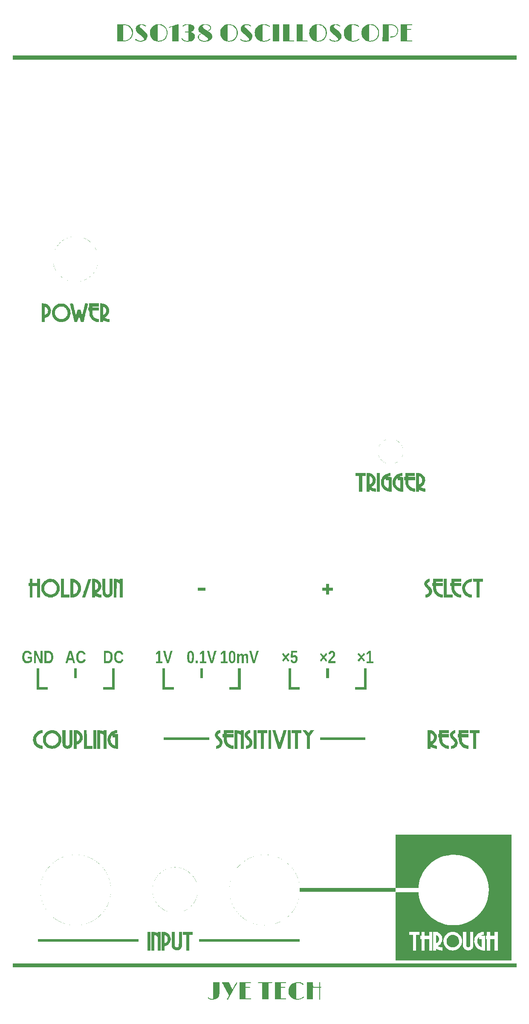
<source format=gto>
G04 #@! TF.GenerationSoftware,KiCad,Pcbnew,6.0.9-8da3e8f707~117~ubuntu22.04.1*
G04 #@! TF.CreationDate,2022-11-29T22:26:16-05:00*
G04 #@! TF.ProjectId,dso138_panel,64736f31-3338-45f7-9061-6e656c2e6b69,rev?*
G04 #@! TF.SameCoordinates,Original*
G04 #@! TF.FileFunction,Legend,Top*
G04 #@! TF.FilePolarity,Positive*
%FSLAX46Y46*%
G04 Gerber Fmt 4.6, Leading zero omitted, Abs format (unit mm)*
G04 Created by KiCad (PCBNEW 6.0.9-8da3e8f707~117~ubuntu22.04.1) date 2022-11-29 22:26:16*
%MOMM*%
%LPD*%
G01*
G04 APERTURE LIST*
G04 APERTURE END LIST*
G04 #@! TO.C,GRAF2*
G36*
X90386587Y35230976D02*
G01*
X90403431Y35188845D01*
X90401668Y35172672D01*
X90384324Y35181736D01*
X90373912Y35202084D01*
X90359506Y35250362D01*
X90365421Y35259994D01*
X90386587Y35230976D01*
G37*
G36*
X40254674Y35930784D02*
G01*
X40232603Y35878120D01*
X40206406Y35824024D01*
X40169198Y35754684D01*
X40140451Y35708510D01*
X40129273Y35696896D01*
X40132713Y35717263D01*
X40154784Y35769927D01*
X40180981Y35824024D01*
X40218189Y35893363D01*
X40246936Y35939538D01*
X40258114Y35951151D01*
X40254674Y35930784D01*
G37*
G36*
X66642492Y37011537D02*
G01*
X66654541Y37005249D01*
X66622597Y37001260D01*
X66585285Y37000518D01*
X66530294Y37002502D01*
X66515198Y37007573D01*
X66528078Y37011537D01*
X66602167Y37015743D01*
X66642492Y37011537D01*
G37*
G36*
X70246546Y34412913D02*
G01*
X70233834Y34400200D01*
X70221121Y34412913D01*
X70233834Y34425625D01*
X70246546Y34412913D01*
G37*
G36*
X39575426Y34226989D02*
G01*
X39578457Y34187252D01*
X39573419Y34178257D01*
X39561863Y34185840D01*
X39560065Y34211628D01*
X39566274Y34238758D01*
X39575426Y34226989D01*
G37*
G36*
X70518169Y33642204D02*
G01*
X70521200Y33602467D01*
X70516162Y33593472D01*
X70504606Y33601055D01*
X70502808Y33626843D01*
X70509017Y33653973D01*
X70518169Y33642204D01*
G37*
G36*
X47534755Y162127473D02*
G01*
X47527172Y162115917D01*
X47501384Y162114119D01*
X47474255Y162120328D01*
X47486023Y162129480D01*
X47525760Y162132511D01*
X47534755Y162127473D01*
G37*
G36*
X39543536Y92565267D02*
G01*
X39569878Y92765393D01*
X39614276Y92947515D01*
X39682614Y93131762D01*
X39754129Y93285485D01*
X39819375Y93409043D01*
X39884072Y93510466D01*
X39960507Y93606479D01*
X40060964Y93713807D01*
X40091086Y93744181D01*
X40199779Y93849202D01*
X40292839Y93927894D01*
X40387520Y93992713D01*
X40501078Y94056113D01*
X40575075Y94093526D01*
X40867514Y94212494D01*
X41160224Y94281192D01*
X41450356Y94300102D01*
X41735062Y94269711D01*
X42011494Y94190501D01*
X42276803Y94062957D01*
X42528142Y93887563D01*
X42698174Y93732611D01*
X42898367Y93502065D01*
X43050335Y93261709D01*
X43156515Y93006131D01*
X43219342Y92729914D01*
X43238325Y92532003D01*
X43228502Y92237495D01*
X43171712Y91948654D01*
X43071019Y91672456D01*
X42929489Y91415880D01*
X42750185Y91185904D01*
X42574041Y91019545D01*
X42423752Y90913050D01*
X42243440Y90810618D01*
X42051706Y90721333D01*
X41867150Y90654278D01*
X41777763Y90630673D01*
X41590507Y90602864D01*
X41382572Y90593915D01*
X41177586Y90603907D01*
X41020020Y90628072D01*
X40727394Y90717938D01*
X40456869Y90851988D01*
X40212283Y91026946D01*
X39997475Y91239539D01*
X39816283Y91486493D01*
X39672546Y91764532D01*
X39664084Y91784835D01*
X39610370Y91949283D01*
X39569643Y92140349D01*
X39545234Y92336461D01*
X39540706Y92507327D01*
X40148832Y92507327D01*
X40155875Y92262031D01*
X40205067Y92040143D01*
X40299066Y91834441D01*
X40440525Y91637705D01*
X40488363Y91583929D01*
X40666547Y91427709D01*
X40872244Y91309663D01*
X41097254Y91231763D01*
X41333379Y91195984D01*
X41572419Y91204299D01*
X41806175Y91258682D01*
X41819835Y91263447D01*
X41999864Y91350302D01*
X42175399Y91476772D01*
X42334827Y91632120D01*
X42466534Y91805610D01*
X42530524Y91920387D01*
X42613748Y92150173D01*
X42649045Y92383746D01*
X42638462Y92615495D01*
X42584048Y92839811D01*
X42487848Y93051085D01*
X42351913Y93243707D01*
X42178288Y93412067D01*
X41969022Y93550556D01*
X41927648Y93571918D01*
X41710419Y93679579D01*
X41403357Y93679204D01*
X41216786Y93673460D01*
X41065361Y93653715D01*
X40934267Y93615434D01*
X40808688Y93554082D01*
X40673810Y93465124D01*
X40651962Y93449194D01*
X40463196Y93280681D01*
X40317540Y93085512D01*
X40215932Y92865437D01*
X40159306Y92622208D01*
X40148832Y92507327D01*
X39540706Y92507327D01*
X39540475Y92516050D01*
X39543536Y92565267D01*
G37*
G36*
X109343274Y113684842D02*
G01*
X109402596Y113957401D01*
X109503788Y114216734D01*
X109643857Y114458747D01*
X109819814Y114679347D01*
X110028666Y114874440D01*
X110267424Y115039932D01*
X110533095Y115171728D01*
X110822690Y115265736D01*
X110952652Y115293312D01*
X111079078Y115316572D01*
X111164904Y115328137D01*
X111217930Y115321129D01*
X111245954Y115288671D01*
X111256774Y115223885D01*
X111258188Y115119892D01*
X111257757Y115024224D01*
X111257757Y114719119D01*
X111174110Y114719119D01*
X111074344Y114708746D01*
X110946196Y114680662D01*
X110807003Y114639415D01*
X110674105Y114589554D01*
X110664356Y114585370D01*
X110533133Y114528428D01*
X110990791Y114515715D01*
X111448448Y114503003D01*
X111455014Y113060110D01*
X111461581Y111617217D01*
X111175335Y111618617D01*
X110957497Y111627327D01*
X110776413Y111651955D01*
X110702493Y111668894D01*
X110426094Y111767407D01*
X110168144Y111913096D01*
X109929672Y112105360D01*
X109895383Y112138438D01*
X109699641Y112357336D01*
X109549291Y112586019D01*
X109438877Y112834495D01*
X109362941Y113112777D01*
X109362199Y113116423D01*
X109332604Y113370575D01*
X109927788Y113370575D01*
X109964639Y113131914D01*
X110046135Y112898206D01*
X110076505Y112835646D01*
X110122928Y112765299D01*
X110195718Y112675794D01*
X110282375Y112580767D01*
X110370402Y112493851D01*
X110447299Y112428683D01*
X110454046Y112423780D01*
X110508976Y112390981D01*
X110588149Y112350852D01*
X110676083Y112310373D01*
X110757294Y112276523D01*
X110816300Y112256281D01*
X110831882Y112253456D01*
X110836478Y112277737D01*
X110840676Y112346902D01*
X110844338Y112454988D01*
X110847325Y112596029D01*
X110849501Y112764060D01*
X110850728Y112953116D01*
X110850951Y113079179D01*
X110850951Y113905505D01*
X110317017Y113905505D01*
X110315933Y114127978D01*
X110314849Y114350450D01*
X110213291Y114236036D01*
X110078335Y114046919D01*
X109985314Y113835013D01*
X109934906Y113607253D01*
X109927788Y113370575D01*
X109332604Y113370575D01*
X109328811Y113403152D01*
X109343274Y113684842D01*
G37*
G36*
X82558809Y39400422D02*
G01*
X82562003Y39391142D01*
X82527027Y39387598D01*
X82490932Y39391593D01*
X82495245Y39400422D01*
X82547300Y39403780D01*
X82558809Y39400422D01*
G37*
G36*
X40249509Y29142445D02*
G01*
X40278998Y29093308D01*
X40282682Y29086286D01*
X40305727Y29035419D01*
X40310613Y29010513D01*
X40309414Y29010010D01*
X40290430Y29030127D01*
X40260942Y29079264D01*
X40257257Y29086286D01*
X40234213Y29137153D01*
X40229327Y29162059D01*
X40230526Y29162562D01*
X40249509Y29142445D01*
G37*
G36*
X61694539Y33228162D02*
G01*
X61695797Y33223790D01*
X61699520Y33168406D01*
X61694855Y33147514D01*
X61686509Y33146669D01*
X61683100Y33186471D01*
X61683135Y33192492D01*
X61686801Y33231926D01*
X61694539Y33228162D01*
G37*
G36*
X66998448Y36959581D02*
G01*
X67001642Y36950301D01*
X66966666Y36946757D01*
X66930572Y36950753D01*
X66934885Y36959581D01*
X66986939Y36962939D01*
X66998448Y36959581D01*
G37*
G36*
X39887810Y35150250D02*
G01*
X39875150Y35108466D01*
X39863163Y35086686D01*
X39843017Y35066335D01*
X39838516Y35073974D01*
X39851176Y35115757D01*
X39863163Y35137537D01*
X39883309Y35157888D01*
X39887810Y35150250D01*
G37*
G36*
X68687911Y36252379D02*
G01*
X68761408Y36202939D01*
X68794927Y36179582D01*
X68990320Y36028647D01*
X69197412Y35844329D01*
X69404765Y35638510D01*
X69600941Y35423069D01*
X69774503Y35209888D01*
X69902113Y35029479D01*
X69936019Y34974380D01*
X69942654Y34957066D01*
X69924869Y34974351D01*
X69885515Y35023051D01*
X69827443Y35099982D01*
X69776900Y35169319D01*
X69654042Y35326523D01*
X69502182Y35500167D01*
X69333222Y35678096D01*
X69159065Y35848160D01*
X68991615Y35998204D01*
X68867217Y36098108D01*
X68763208Y36177129D01*
X68691846Y36233675D01*
X68654557Y36266138D01*
X68652769Y36272909D01*
X68687911Y36252379D01*
G37*
G36*
X125114614Y93692292D02*
G01*
X125006556Y93691990D01*
X124832737Y93671986D01*
X124643695Y93616931D01*
X124454104Y93532907D01*
X124278637Y93425999D01*
X124183005Y93350564D01*
X124013405Y93170330D01*
X123886179Y92968878D01*
X123802256Y92752250D01*
X123762565Y92526487D01*
X123768036Y92297632D01*
X123819599Y92071725D01*
X123918184Y91854809D01*
X123945878Y91809512D01*
X124077697Y91642383D01*
X124242626Y91493406D01*
X124430161Y91368693D01*
X124629798Y91274359D01*
X124831033Y91216516D01*
X124992102Y91200600D01*
X125114614Y91200600D01*
X125114614Y90590390D01*
X124942993Y90592411D01*
X124819622Y90599597D01*
X124685396Y90615920D01*
X124606760Y90630116D01*
X124383731Y90698981D01*
X124155296Y90806350D01*
X123935301Y90943660D01*
X123737593Y91102350D01*
X123586288Y91261094D01*
X123410672Y91514081D01*
X123280802Y91783510D01*
X123197203Y92064567D01*
X123160403Y92352440D01*
X123170930Y92642316D01*
X123229312Y92929380D01*
X123336075Y93208820D01*
X123366258Y93269083D01*
X123438613Y93393297D01*
X123524618Y93511079D01*
X123635358Y93636831D01*
X123703503Y93707231D01*
X123810296Y93812227D01*
X123898695Y93890150D01*
X123983898Y93952105D01*
X124081102Y94009195D01*
X124199299Y94069478D01*
X124389079Y94156717D01*
X124556069Y94218477D01*
X124717936Y94260083D01*
X124892348Y94286861D01*
X124935721Y94291445D01*
X125114614Y94309073D01*
X125114614Y93692292D01*
G37*
G36*
X40064435Y35557057D02*
G01*
X40053073Y35520028D01*
X40024863Y35459804D01*
X40015715Y35442642D01*
X39985757Y35393332D01*
X39968585Y35375550D01*
X39966996Y35379079D01*
X39978358Y35416108D01*
X40006568Y35476332D01*
X40015715Y35493493D01*
X40045674Y35542804D01*
X40062846Y35560586D01*
X40064435Y35557057D01*
G37*
G36*
X77026548Y31279229D02*
G01*
X77029906Y31227174D01*
X77026548Y31215665D01*
X77017268Y31212471D01*
X77013724Y31247447D01*
X77017720Y31283542D01*
X77026548Y31279229D01*
G37*
G36*
X106545579Y118905839D02*
G01*
X106548622Y118875665D01*
X106545579Y118871938D01*
X106530463Y118875428D01*
X106528628Y118888888D01*
X106537931Y118909816D01*
X106545579Y118905839D01*
G37*
G36*
X82342163Y39348094D02*
G01*
X82334580Y39336537D01*
X82308792Y39334740D01*
X82281662Y39340949D01*
X82293431Y39350101D01*
X82333168Y39353132D01*
X82342163Y39348094D01*
G37*
G36*
X77154205Y34379542D02*
G01*
X77157236Y34339805D01*
X77152198Y34330810D01*
X77140642Y34338392D01*
X77138844Y34364180D01*
X77145053Y34391310D01*
X77154205Y34379542D01*
G37*
G36*
X44585406Y39297243D02*
G01*
X44577823Y39285687D01*
X44552035Y39283889D01*
X44524905Y39290098D01*
X44536674Y39299250D01*
X44576411Y39302281D01*
X44585406Y39297243D01*
G37*
G36*
X81083643Y38938454D02*
G01*
X81040877Y38911017D01*
X80976076Y38875075D01*
X80898602Y38836172D01*
X80837965Y38809408D01*
X80810811Y38801197D01*
X80817658Y38811695D01*
X80860424Y38839132D01*
X80925225Y38875075D01*
X81002699Y38913977D01*
X81063335Y38940742D01*
X81090490Y38948952D01*
X81083643Y38938454D01*
G37*
G36*
X65638188Y28061370D02*
G01*
X65646101Y28054000D01*
X65610944Y28049988D01*
X65593693Y28049742D01*
X65547437Y28052393D01*
X65541985Y28058993D01*
X65549199Y28061370D01*
X65613684Y28065324D01*
X65638188Y28061370D01*
G37*
G36*
X67542976Y28238772D02*
G01*
X67539486Y28223656D01*
X67526026Y28221821D01*
X67505098Y28231124D01*
X67509075Y28238772D01*
X67539250Y28241815D01*
X67542976Y28238772D01*
G37*
G36*
X44202436Y25874207D02*
G01*
X44198945Y25859092D01*
X44185485Y25857257D01*
X44164557Y25866560D01*
X44168535Y25874207D01*
X44198709Y25877250D01*
X44202436Y25874207D01*
G37*
G36*
X44951674Y153504136D02*
G01*
X44973673Y153492892D01*
X44993642Y153473826D01*
X44975157Y153471418D01*
X44927807Y153485671D01*
X44910110Y153492892D01*
X44881454Y153510233D01*
X44897397Y153516142D01*
X44951674Y153504136D01*
G37*
G36*
X77645345Y35633333D02*
G01*
X77632632Y35620620D01*
X77619920Y35633333D01*
X77632632Y35646046D01*
X77645345Y35633333D01*
G37*
G36*
X90433555Y29938038D02*
G01*
X90420896Y29896254D01*
X90408909Y29874474D01*
X90388762Y29854123D01*
X90384262Y29861761D01*
X90396921Y29903545D01*
X90408909Y29925325D01*
X90429055Y29945676D01*
X90433555Y29938038D01*
G37*
G36*
X121783884Y63664864D02*
G01*
X121713964Y63664306D01*
X121610532Y63644913D01*
X121503917Y63595724D01*
X121414795Y63527946D01*
X121377697Y63482008D01*
X121335640Y63374226D01*
X121329597Y63260159D01*
X121354079Y63173754D01*
X121380499Y63139029D01*
X121437358Y63075626D01*
X121518433Y62990104D01*
X121617501Y62889022D01*
X121728338Y62778941D01*
X121732386Y62774975D01*
X121863998Y62644406D01*
X121964042Y62540582D01*
X122038698Y62456178D01*
X122094149Y62383871D01*
X122136577Y62316335D01*
X122163890Y62263748D01*
X122243230Y62043630D01*
X122274065Y61818052D01*
X122257478Y61592818D01*
X122194551Y61373732D01*
X122086368Y61166596D01*
X121934012Y60977216D01*
X121921488Y60964541D01*
X121768177Y60835503D01*
X121589866Y60724754D01*
X121399866Y60638368D01*
X121211486Y60582416D01*
X121041204Y60562963D01*
X120944845Y60562963D01*
X120944845Y61145443D01*
X121040190Y61160934D01*
X121238234Y61213116D01*
X121405311Y61298747D01*
X121536691Y61414758D01*
X121616759Y61534953D01*
X121671188Y61689315D01*
X121675833Y61834715D01*
X121638774Y61956163D01*
X121607025Y62003491D01*
X121545580Y62078627D01*
X121461191Y62173921D01*
X121360611Y62281722D01*
X121263086Y62381845D01*
X121104303Y62546495D01*
X120980686Y62687233D01*
X120887281Y62811389D01*
X120819132Y62926293D01*
X120771284Y63039278D01*
X120738817Y63157516D01*
X120722535Y63348171D01*
X120752678Y63534536D01*
X120824831Y63711263D01*
X120934579Y63873005D01*
X121077506Y64014413D01*
X121249198Y64130138D01*
X121445239Y64214834D01*
X121650400Y64261736D01*
X121783884Y64279846D01*
X121783884Y63664864D01*
G37*
G36*
X77696196Y35735035D02*
G01*
X77683483Y35722322D01*
X77670771Y35735035D01*
X77683483Y35747747D01*
X77696196Y35735035D01*
G37*
G36*
X43092192Y38709809D02*
G01*
X43079479Y38697097D01*
X43066767Y38709809D01*
X43079479Y38722522D01*
X43092192Y38709809D01*
G37*
G36*
X42201523Y159429729D02*
G01*
X42188864Y159387946D01*
X42176877Y159366166D01*
X42156730Y159345815D01*
X42152230Y159353453D01*
X42164889Y159395237D01*
X42176877Y159417017D01*
X42197023Y159437368D01*
X42201523Y159429729D01*
G37*
G36*
X80324481Y79450288D02*
G01*
X80388099Y79424586D01*
X80448063Y79377293D01*
X80467894Y79358008D01*
X80515497Y79306593D01*
X80553827Y79253489D01*
X80583873Y79192697D01*
X80606623Y79118219D01*
X80623065Y79024057D01*
X80634188Y78904213D01*
X80640979Y78752689D01*
X80644428Y78563488D01*
X80645522Y78330611D01*
X80645545Y78279869D01*
X80645545Y77572572D01*
X80267242Y77572572D01*
X80259347Y78239990D01*
X80256561Y78445927D01*
X80253348Y78607424D01*
X80249250Y78730888D01*
X80243809Y78822729D01*
X80236569Y78889356D01*
X80227071Y78937180D01*
X80214859Y78972608D01*
X80205739Y78991132D01*
X80140297Y79074013D01*
X80064643Y79109659D01*
X79984830Y79099014D01*
X79906912Y79043021D01*
X79836940Y78942624D01*
X79831932Y78932832D01*
X79812004Y78891229D01*
X79796629Y78851339D01*
X79785107Y78805912D01*
X79776736Y78747698D01*
X79770815Y78669449D01*
X79766644Y78563914D01*
X79763522Y78423842D01*
X79760747Y78241985D01*
X79760026Y78189139D01*
X79751683Y77572572D01*
X79377399Y77572572D01*
X79369480Y78227277D01*
X79366668Y78430945D01*
X79363421Y78590403D01*
X79359247Y78712292D01*
X79353656Y78803251D01*
X79346158Y78869923D01*
X79336261Y78918946D01*
X79323476Y78956962D01*
X79314039Y78977602D01*
X79250218Y79062346D01*
X79170444Y79101439D01*
X79082646Y79093306D01*
X78998790Y79040180D01*
X78959268Y78995362D01*
X78928099Y78938559D01*
X78904383Y78863771D01*
X78887220Y78764994D01*
X78875711Y78636224D01*
X78868956Y78471460D01*
X78866054Y78264698D01*
X78865766Y78152742D01*
X78865766Y77572572D01*
X78458959Y77572572D01*
X78458959Y79428628D01*
X78838112Y79428628D01*
X78845583Y79244294D01*
X78853053Y79059960D01*
X78910195Y79175912D01*
X78999239Y79315354D01*
X79105615Y79407199D01*
X79209009Y79447900D01*
X79351394Y79457173D01*
X79480379Y79424172D01*
X79587146Y79353484D01*
X79662876Y79249696D01*
X79681863Y79201962D01*
X79712717Y79120298D01*
X79738234Y79087727D01*
X79759927Y79102952D01*
X79769467Y79126986D01*
X79828920Y79252277D01*
X79915701Y79355010D01*
X80019452Y79425633D01*
X80124324Y79454279D01*
X80241719Y79458739D01*
X80324481Y79450288D01*
G37*
G36*
X90129229Y35785885D02*
G01*
X90116516Y35773173D01*
X90103804Y35785885D01*
X90116516Y35798598D01*
X90129229Y35785885D01*
G37*
G36*
X77306339Y34874808D02*
G01*
X77309382Y34844634D01*
X77306339Y34840907D01*
X77291224Y34844397D01*
X77289389Y34857857D01*
X77298692Y34878785D01*
X77306339Y34874808D01*
G37*
G36*
X77364887Y34997697D02*
G01*
X77352227Y34955914D01*
X77340240Y34934134D01*
X77320094Y34913783D01*
X77315593Y34921421D01*
X77328253Y34963205D01*
X77340240Y34984985D01*
X77360386Y35005336D01*
X77364887Y34997697D01*
G37*
G36*
X42278578Y159607707D02*
G01*
X42265866Y159594995D01*
X42253153Y159607707D01*
X42265866Y159620420D01*
X42278578Y159607707D01*
G37*
G36*
X44177526Y161691952D02*
G01*
X44172773Y161686853D01*
X44136146Y161660210D01*
X44073897Y161621717D01*
X44045645Y161605485D01*
X43997258Y161580712D01*
X43983172Y161578949D01*
X43994795Y161590641D01*
X44036168Y161620602D01*
X44087532Y161652420D01*
X44136483Y161679387D01*
X44170615Y161694800D01*
X44177526Y161691952D01*
G37*
G36*
X45921120Y25544624D02*
G01*
X45931351Y25538669D01*
X45898039Y25534831D01*
X45850851Y25533998D01*
X45793162Y25535901D01*
X45776289Y25540457D01*
X45793993Y25544971D01*
X45869186Y25549154D01*
X45921120Y25544624D01*
G37*
G36*
X98148766Y204414281D02*
G01*
X98317077Y204398176D01*
X98412899Y204380944D01*
X98556560Y204338525D01*
X98685332Y204282837D01*
X98792148Y204218832D01*
X98869943Y204151463D01*
X98911651Y204085683D01*
X98912151Y204031023D01*
X98874704Y203993981D01*
X98807573Y203995689D01*
X98713446Y204035684D01*
X98646661Y204076834D01*
X98487530Y204161752D01*
X98304449Y204223665D01*
X98115498Y204258232D01*
X97938755Y204261109D01*
X97898942Y204256420D01*
X97782717Y204219378D01*
X97702047Y204152922D01*
X97661118Y204064398D01*
X97664118Y203961154D01*
X97690800Y203891179D01*
X97735586Y203828978D01*
X97819669Y203738149D01*
X97941420Y203620247D01*
X98099207Y203476823D01*
X98291402Y203309429D01*
X98389264Y203226202D01*
X98631959Y203009505D01*
X98828603Y202808103D01*
X98980971Y202620019D01*
X99087558Y202449549D01*
X99122451Y202380550D01*
X99145455Y202322526D01*
X99159037Y202261823D01*
X99165666Y202184784D01*
X99167808Y202077756D01*
X99167968Y202004604D01*
X99167302Y201877102D01*
X99163568Y201786778D01*
X99154159Y201719963D01*
X99136466Y201662986D01*
X99107885Y201602176D01*
X99081969Y201553633D01*
X98950912Y201364269D01*
X98781660Y201207014D01*
X98576898Y201083739D01*
X98339313Y200996313D01*
X98250426Y200974852D01*
X98099636Y200952896D01*
X97921273Y200942192D01*
X97737432Y200943101D01*
X97570209Y200955981D01*
X97521855Y200963018D01*
X97327165Y201009582D01*
X97130825Y201080704D01*
X96957282Y201167324D01*
X96936693Y201179861D01*
X96839070Y201249486D01*
X96785060Y201311932D01*
X96769623Y201374817D01*
X96777978Y201419819D01*
X96812837Y201462409D01*
X96874941Y201465777D01*
X96960023Y201430612D01*
X97038368Y201377817D01*
X97240915Y201250675D01*
X97463205Y201166412D01*
X97709723Y201123727D01*
X97931653Y201118787D01*
X98132404Y201138547D01*
X98288583Y201182248D01*
X98400627Y201250163D01*
X98468969Y201342564D01*
X98494044Y201459722D01*
X98494194Y201470670D01*
X98487424Y201531671D01*
X98464773Y201594919D01*
X98422730Y201664187D01*
X98357785Y201743248D01*
X98266426Y201835875D01*
X98145143Y201945838D01*
X97990424Y202076912D01*
X97798759Y202232868D01*
X97744144Y202276598D01*
X97539203Y202443176D01*
X97371833Y202586479D01*
X97237402Y202711600D01*
X97131279Y202823633D01*
X97048832Y202927673D01*
X96985429Y203028812D01*
X96936441Y203132145D01*
X96915159Y203188340D01*
X96881233Y203332224D01*
X96867903Y203498041D01*
X96875427Y203663783D01*
X96904060Y203807445D01*
X96907802Y203818896D01*
X96983034Y203966516D01*
X97100258Y204103606D01*
X97250761Y204223437D01*
X97425828Y204319281D01*
X97616744Y204384410D01*
X97650050Y204391922D01*
X97794569Y204411452D01*
X97967702Y204418805D01*
X98148766Y204414281D01*
G37*
G36*
X111350984Y120304237D02*
G01*
X111354027Y120274063D01*
X111350984Y120270337D01*
X111335869Y120273827D01*
X111334034Y120287287D01*
X111343337Y120308215D01*
X111350984Y120304237D01*
G37*
G36*
X86536079Y26023964D02*
G01*
X86518819Y26009809D01*
X86472468Y25988295D01*
X86455255Y25985163D01*
X86450707Y25995654D01*
X86467968Y26009809D01*
X86514319Y26031324D01*
X86531531Y26034456D01*
X86536079Y26023964D01*
G37*
G36*
X76925741Y33038557D02*
G01*
X76926400Y33033583D01*
X76930608Y32944429D01*
X76926400Y32868318D01*
X76921415Y32849128D01*
X76917768Y32875086D01*
X76916167Y32940493D01*
X76916146Y32950951D01*
X76917448Y33020802D01*
X76920882Y33051904D01*
X76925741Y33038557D01*
G37*
G36*
X47649699Y39425847D02*
G01*
X47652893Y39416567D01*
X47617918Y39413023D01*
X47581823Y39417019D01*
X47586136Y39425847D01*
X47638191Y39429206D01*
X47649699Y39425847D01*
G37*
G36*
X82788121Y25619680D02*
G01*
X82788966Y25611333D01*
X82749164Y25607924D01*
X82743143Y25607959D01*
X82703709Y25611626D01*
X82707473Y25619364D01*
X82711845Y25620622D01*
X82767229Y25624344D01*
X82788121Y25619680D01*
G37*
G36*
X61735385Y24222914D02*
G01*
X61971838Y24203871D01*
X62177384Y24167264D01*
X62370110Y24109139D01*
X62503868Y24054952D01*
X62576885Y24024405D01*
X62631038Y24004932D01*
X62647576Y24001201D01*
X62660813Y24023932D01*
X62668752Y24081443D01*
X62669770Y24115615D01*
X62669770Y24230030D01*
X63254554Y24230030D01*
X63254554Y20517918D01*
X62669770Y20517918D01*
X62669770Y23234736D01*
X62574424Y23314068D01*
X62499587Y23366786D01*
X62394914Y23428772D01*
X62277779Y23490879D01*
X62165555Y23543962D01*
X62075616Y23578873D01*
X62065916Y23581755D01*
X62008708Y23597821D01*
X62008708Y20517918D01*
X61423924Y20517918D01*
X61423924Y24236895D01*
X61735385Y24222914D01*
G37*
G36*
X39938661Y35277377D02*
G01*
X39926001Y35235593D01*
X39914014Y35213813D01*
X39893867Y35193462D01*
X39889367Y35201101D01*
X39902027Y35242884D01*
X39914014Y35264664D01*
X39934160Y35285015D01*
X39938661Y35277377D01*
G37*
G36*
X44126159Y25899633D02*
G01*
X44122669Y25884517D01*
X44109209Y25882682D01*
X44088281Y25891985D01*
X44092259Y25899633D01*
X44122433Y25902675D01*
X44126159Y25899633D01*
G37*
G36*
X48804438Y25950483D02*
G01*
X48800947Y25935368D01*
X48787487Y25933533D01*
X48766559Y25942836D01*
X48770537Y25950483D01*
X48800711Y25953526D01*
X48804438Y25950483D01*
G37*
G36*
X45602953Y25569678D02*
G01*
X45610866Y25562309D01*
X45575709Y25558296D01*
X45558458Y25558051D01*
X45512201Y25560701D01*
X45506750Y25567301D01*
X45513964Y25569678D01*
X45578448Y25573632D01*
X45602953Y25569678D01*
G37*
G36*
X70593916Y31838588D02*
G01*
X70597274Y31786534D01*
X70593916Y31775025D01*
X70584636Y31771831D01*
X70581091Y31806806D01*
X70585087Y31842901D01*
X70593916Y31838588D01*
G37*
G36*
X108428649Y122057002D02*
G01*
X108421066Y122045446D01*
X108395278Y122043649D01*
X108368149Y122049858D01*
X108379917Y122059010D01*
X108419654Y122062041D01*
X108428649Y122057002D01*
G37*
G36*
X44532966Y25772505D02*
G01*
X44529476Y25757390D01*
X44516016Y25755555D01*
X44495088Y25764858D01*
X44499065Y25772505D01*
X44529240Y25775548D01*
X44532966Y25772505D01*
G37*
G36*
X65180001Y28135481D02*
G01*
X65172418Y28123925D01*
X65146630Y28122127D01*
X65119500Y28128336D01*
X65131269Y28137488D01*
X65171005Y28140519D01*
X65180001Y28135481D01*
G37*
G36*
X84516916Y25544624D02*
G01*
X84527147Y25538669D01*
X84493835Y25534831D01*
X84446646Y25533998D01*
X84388958Y25535901D01*
X84372084Y25540457D01*
X84389789Y25544971D01*
X84464982Y25549154D01*
X84516916Y25544624D01*
G37*
G36*
X77670771Y35684184D02*
G01*
X77658058Y35671471D01*
X77645345Y35684184D01*
X77658058Y35696896D01*
X77670771Y35684184D01*
G37*
G36*
X65078299Y28160906D02*
G01*
X65070716Y28149350D01*
X65044928Y28147552D01*
X65017798Y28153762D01*
X65029567Y28162914D01*
X65069304Y28165945D01*
X65078299Y28160906D01*
G37*
G36*
X42168401Y156179512D02*
G01*
X42171444Y156149338D01*
X42168401Y156145612D01*
X42153286Y156149102D01*
X42151451Y156162562D01*
X42160754Y156183490D01*
X42168401Y156179512D01*
G37*
G36*
X110827094Y117964457D02*
G01*
X110821539Y117958000D01*
X110688752Y117819027D01*
X110540680Y117685416D01*
X110406006Y117581592D01*
X110304304Y117511103D01*
X110393293Y117582991D01*
X110448375Y117630104D01*
X110528424Y117701851D01*
X110621741Y117787632D01*
X110697544Y117858720D01*
X110771352Y117927291D01*
X110819943Y117969690D01*
X110839723Y117983039D01*
X110827094Y117964457D01*
G37*
G36*
X110970099Y118138192D02*
G01*
X110955896Y118119769D01*
X110918784Y118080241D01*
X110902219Y118080413D01*
X110901802Y118084874D01*
X110919177Y118106098D01*
X110946296Y118129369D01*
X110976412Y118151358D01*
X110970099Y118138192D01*
G37*
G36*
X62281704Y34846574D02*
G01*
X62265230Y34806961D01*
X62231159Y34736068D01*
X62183142Y34641741D01*
X62121866Y34524080D01*
X62080182Y34445126D01*
X62054328Y34398419D01*
X62040544Y34377495D01*
X62035068Y34375891D01*
X62034134Y34385724D01*
X62045624Y34418061D01*
X62075772Y34482284D01*
X62118097Y34566075D01*
X62166116Y34657118D01*
X62213348Y34743096D01*
X62253311Y34811693D01*
X62277465Y34848087D01*
X62281704Y34846574D01*
G37*
G36*
X81154968Y26098035D02*
G01*
X81204905Y26073373D01*
X81241942Y26048075D01*
X81243780Y26037053D01*
X81243043Y26037037D01*
X81203990Y26048711D01*
X81154054Y26073373D01*
X81117017Y26098671D01*
X81115179Y26109693D01*
X81115916Y26109709D01*
X81154968Y26098035D01*
G37*
G36*
X43422722Y26175075D02*
G01*
X43410010Y26162362D01*
X43397297Y26175075D01*
X43410010Y26187787D01*
X43422722Y26175075D01*
G37*
G36*
X77518218Y29683783D02*
G01*
X77505505Y29671071D01*
X77492793Y29683783D01*
X77505505Y29696496D01*
X77518218Y29683783D01*
G37*
G36*
X45267512Y162127443D02*
G01*
X45240640Y162112112D01*
X45181327Y162093939D01*
X45151651Y162090260D01*
X45137493Y162096780D01*
X45164364Y162112112D01*
X45223677Y162130284D01*
X45253353Y162133963D01*
X45267512Y162127443D01*
G37*
G36*
X43041341Y38688532D02*
G01*
X43020966Y38670953D01*
X42967624Y38636567D01*
X42895145Y38594126D01*
X42808075Y38544802D01*
X42729892Y38500089D01*
X42685385Y38474267D01*
X42621822Y38436808D01*
X42680878Y38485824D01*
X42727265Y38519085D01*
X42794869Y38561612D01*
X42871732Y38606679D01*
X42945897Y38647562D01*
X43005408Y38677537D01*
X43038305Y38689880D01*
X43041341Y38688532D01*
G37*
G36*
X85494915Y25694640D02*
G01*
X85487333Y25683084D01*
X85461545Y25681286D01*
X85434415Y25687496D01*
X85446183Y25696647D01*
X85485920Y25699678D01*
X85494915Y25694640D01*
G37*
G36*
X106767492Y120851611D02*
G01*
X106745416Y120798487D01*
X106716689Y120738588D01*
X106672447Y120652018D01*
X106646002Y120604977D01*
X106633317Y120591070D01*
X106630330Y120601712D01*
X106641000Y120634308D01*
X106667628Y120692331D01*
X106702144Y120760273D01*
X106736479Y120822628D01*
X106762561Y120863887D01*
X106771027Y120872072D01*
X106767492Y120851611D01*
G37*
G36*
X47039973Y153306167D02*
G01*
X47040818Y153297820D01*
X47001016Y153294411D01*
X46994995Y153294446D01*
X46955561Y153298112D01*
X46959325Y153305851D01*
X46963697Y153307109D01*
X47019081Y153310831D01*
X47039973Y153306167D01*
G37*
G36*
X47319169Y162179801D02*
G01*
X47322363Y162170521D01*
X47287387Y162166977D01*
X47251292Y162170973D01*
X47255605Y162179801D01*
X47307660Y162183159D01*
X47319169Y162179801D01*
G37*
G36*
X67163184Y28135481D02*
G01*
X67155601Y28123925D01*
X67129813Y28122127D01*
X67102683Y28128336D01*
X67114452Y28137488D01*
X67154189Y28140519D01*
X67163184Y28135481D01*
G37*
G36*
X55213764Y204394192D02*
G01*
X55540328Y204391773D01*
X55821965Y204384446D01*
X56064435Y204371402D01*
X56273496Y204351834D01*
X56454907Y204324935D01*
X56614426Y204289896D01*
X56757813Y204245911D01*
X56890825Y204192170D01*
X56986041Y204145605D01*
X57198837Y204006347D01*
X57383032Y203829286D01*
X57535753Y203620477D01*
X57654125Y203385980D01*
X57735277Y203131851D01*
X57776334Y202864148D01*
X57774425Y202588929D01*
X57764762Y202503771D01*
X57700205Y202210696D01*
X57593166Y201943747D01*
X57446074Y201705196D01*
X57261355Y201497311D01*
X57041438Y201322365D01*
X56788748Y201182627D01*
X56505712Y201080369D01*
X56194759Y201017860D01*
X56173573Y201015219D01*
X56083836Y201007592D01*
X55953298Y201000773D01*
X55792006Y200995069D01*
X55610007Y200990790D01*
X55417348Y200988245D01*
X55277327Y200987659D01*
X54609910Y200987587D01*
X54609910Y201952847D01*
X55834791Y201952847D01*
X55835098Y201740178D01*
X55835805Y201556085D01*
X55836897Y201405143D01*
X55838356Y201291932D01*
X55840166Y201221029D01*
X55842003Y201197347D01*
X55877158Y201174950D01*
X55957882Y201166781D01*
X56080913Y201172871D01*
X56242993Y201193250D01*
X56244979Y201193554D01*
X56515980Y201258290D01*
X56767785Y201364486D01*
X56994756Y201508116D01*
X57191259Y201685151D01*
X57351658Y201891565D01*
X57436439Y202044969D01*
X57526764Y202291482D01*
X57573870Y202548914D01*
X57579028Y202809809D01*
X57543509Y203066710D01*
X57468586Y203312158D01*
X57355529Y203538698D01*
X57205611Y203738872D01*
X57135418Y203810067D01*
X56961096Y203950377D01*
X56771613Y204056396D01*
X56559237Y204130928D01*
X56316238Y204176774D01*
X56071872Y204195581D01*
X55843043Y204203904D01*
X55836445Y202716516D01*
X55835448Y202445593D01*
X55834902Y202189511D01*
X55834791Y201952847D01*
X54609910Y201952847D01*
X54609910Y204394594D01*
X55213764Y204394192D01*
G37*
G36*
X90912596Y33020870D02*
G01*
X90920487Y32925525D01*
X109935635Y32925525D01*
X109935635Y32137337D01*
X90920487Y32137337D01*
X90912596Y32041992D01*
X90910389Y32038744D01*
X90908420Y32080715D01*
X90906780Y32162273D01*
X90905560Y32277787D01*
X90904850Y32421625D01*
X90904704Y32531431D01*
X90905020Y32691145D01*
X90905908Y32826322D01*
X90907276Y32931330D01*
X90909033Y33000536D01*
X90911090Y33028310D01*
X90912596Y33020870D01*
G37*
G36*
X90488289Y34976721D02*
G01*
X90505133Y34934590D01*
X90503369Y34918417D01*
X90486026Y34927482D01*
X90475613Y34947829D01*
X90461208Y34996108D01*
X90467123Y35005740D01*
X90488289Y34976721D01*
G37*
G36*
X51494044Y148967167D02*
G01*
X51682744Y148962646D01*
X51837965Y148946697D01*
X51976468Y148915744D01*
X52115017Y148866209D01*
X52245345Y148806820D01*
X52466926Y148672606D01*
X52657961Y148503922D01*
X52815465Y148306960D01*
X52936453Y148087911D01*
X53017942Y147852967D01*
X53056946Y147608322D01*
X53050481Y147360166D01*
X53020271Y147199085D01*
X52934653Y146960667D01*
X52805823Y146733778D01*
X52641404Y146528623D01*
X52449017Y146355408D01*
X52330181Y146275128D01*
X52248585Y146224918D01*
X52204697Y146192158D01*
X52191968Y146169258D01*
X52203847Y146148627D01*
X52213434Y146139818D01*
X52346041Y146048876D01*
X52514148Y145970258D01*
X52702839Y145909625D01*
X52897203Y145872636D01*
X52925720Y145869497D01*
X53097097Y145852552D01*
X53104260Y145553803D01*
X53111423Y145255055D01*
X52985726Y145255055D01*
X52755635Y145274889D01*
X52510956Y145331239D01*
X52266838Y145419370D01*
X52038435Y145534551D01*
X51984241Y145567866D01*
X51909165Y145614914D01*
X51852214Y145648629D01*
X51825485Y145661855D01*
X51825332Y145661861D01*
X51819657Y145638444D01*
X51815384Y145576213D01*
X51813235Y145487203D01*
X51813113Y145458458D01*
X51813113Y145255055D01*
X51228328Y145255055D01*
X51228328Y147520674D01*
X51813113Y147520674D01*
X51813926Y147258303D01*
X51816366Y147046703D01*
X51820435Y146885817D01*
X51826136Y146775591D01*
X51833468Y146715969D01*
X51839384Y146704304D01*
X51875162Y146715085D01*
X51939494Y146742850D01*
X51992810Y146768738D01*
X52159389Y146878767D01*
X52289422Y147016918D01*
X52382514Y147176101D01*
X52438272Y147349229D01*
X52456303Y147529214D01*
X52436213Y147708969D01*
X52377610Y147881404D01*
X52280100Y148039432D01*
X52143289Y148175965D01*
X52073648Y148225428D01*
X51992510Y148272351D01*
X51916824Y148308167D01*
X51883033Y148319775D01*
X51813113Y148337044D01*
X51813113Y147520674D01*
X51228328Y147520674D01*
X51228328Y148967167D01*
X51494044Y148967167D01*
G37*
G36*
X44151585Y39171705D02*
G01*
X44148095Y39156589D01*
X44134634Y39154754D01*
X44113706Y39164057D01*
X44117684Y39171705D01*
X44147858Y39174748D01*
X44151585Y39171705D01*
G37*
G36*
X70521201Y31455782D02*
G01*
X70521905Y31438138D01*
X70512315Y31371355D01*
X70500801Y31336436D01*
X70484308Y31309270D01*
X70479697Y31323723D01*
X70487801Y31376775D01*
X70500801Y31425425D01*
X70515391Y31464169D01*
X70521201Y31455782D01*
G37*
G36*
X44039094Y92745195D02*
G01*
X44045645Y91187887D01*
X45151651Y91174183D01*
X45151651Y90590390D01*
X43448148Y90590390D01*
X43448148Y94302502D01*
X44032542Y94302502D01*
X44039094Y92745195D01*
G37*
G36*
X50591914Y156149849D02*
G01*
X50579254Y156108066D01*
X50567267Y156086286D01*
X50547121Y156065935D01*
X50542620Y156073573D01*
X50555280Y156115357D01*
X50567267Y156137137D01*
X50587413Y156157488D01*
X50591914Y156149849D01*
G37*
G36*
X85925559Y39247981D02*
G01*
X85922068Y39232866D01*
X85908608Y39231031D01*
X85887680Y39240333D01*
X85891658Y39247981D01*
X85921832Y39251024D01*
X85925559Y39247981D01*
G37*
G36*
X48762062Y153939627D02*
G01*
X48742572Y153919206D01*
X48711211Y153899699D01*
X48671900Y153883332D01*
X48660360Y153885197D01*
X48679850Y153905618D01*
X48711211Y153925125D01*
X48750522Y153941492D01*
X48762062Y153939627D01*
G37*
G36*
X47534755Y153406552D02*
G01*
X47527172Y153394996D01*
X47501384Y153393198D01*
X47474255Y153399407D01*
X47486023Y153408559D01*
X47525760Y153411590D01*
X47534755Y153406552D01*
G37*
G36*
X52905627Y29963463D02*
G01*
X52892968Y29921679D01*
X52880981Y29899899D01*
X52860834Y29879548D01*
X52856334Y29887187D01*
X52868993Y29928970D01*
X52880981Y29950750D01*
X52901127Y29971101D01*
X52905627Y29963463D01*
G37*
G36*
X82635085Y25645267D02*
G01*
X82638279Y25635987D01*
X82603303Y25632443D01*
X82567208Y25636438D01*
X82571521Y25645267D01*
X82623576Y25648625D01*
X82635085Y25645267D01*
G37*
G36*
X86596009Y39014151D02*
G01*
X86645946Y38989489D01*
X86682983Y38964191D01*
X86684821Y38953169D01*
X86684084Y38953153D01*
X86645031Y38964827D01*
X86595095Y38989489D01*
X86558058Y39014787D01*
X86556220Y39025809D01*
X86556957Y39025825D01*
X86596009Y39014151D01*
G37*
G36*
X106815353Y118294537D02*
G01*
X106826269Y118279572D01*
X106946880Y118117403D01*
X107050771Y117987355D01*
X107148134Y117878400D01*
X107249155Y117779510D01*
X107364025Y117679657D01*
X107431231Y117624803D01*
X107485542Y117578893D01*
X107515732Y117548845D01*
X107517766Y117542193D01*
X107492840Y117557108D01*
X107438917Y117597742D01*
X107365605Y117656714D01*
X107327738Y117688201D01*
X107210798Y117794361D01*
X107091724Y117916157D01*
X106980973Y118041731D01*
X106889001Y118159228D01*
X106826269Y118256784D01*
X106798491Y118309641D01*
X106794852Y118321105D01*
X106815353Y118294537D01*
G37*
G36*
X47966988Y25694640D02*
G01*
X47959405Y25683084D01*
X47933617Y25681286D01*
X47906487Y25687496D01*
X47918255Y25696647D01*
X47957992Y25699678D01*
X47966988Y25694640D01*
G37*
G36*
X62110410Y30548248D02*
G01*
X62097697Y30535535D01*
X62084985Y30548248D01*
X62097697Y30560961D01*
X62110410Y30548248D01*
G37*
G36*
X52454125Y29023651D02*
G01*
X52429771Y28977664D01*
X52398654Y28925723D01*
X52367480Y28880234D01*
X52359510Y28870170D01*
X52345693Y28859314D01*
X52355970Y28886470D01*
X52374354Y28921021D01*
X52414160Y28988212D01*
X52447101Y29037570D01*
X52455722Y29048148D01*
X52465011Y29051280D01*
X52454125Y29023651D01*
G37*
G36*
X50660494Y159179713D02*
G01*
X50663536Y159149539D01*
X50660494Y159145812D01*
X50645378Y159149302D01*
X50643543Y159162762D01*
X50652846Y159183690D01*
X50660494Y159179713D01*
G37*
G36*
X48017838Y39348094D02*
G01*
X48010256Y39336537D01*
X47984468Y39334740D01*
X47957338Y39340949D01*
X47969106Y39350101D01*
X48008843Y39353132D01*
X48017838Y39348094D01*
G37*
G36*
X41990842Y156777540D02*
G01*
X41993873Y156737803D01*
X41988834Y156728808D01*
X41977278Y156736390D01*
X41975480Y156762178D01*
X41981690Y156789308D01*
X41990842Y156777540D01*
G37*
G36*
X50096897Y26581421D02*
G01*
X50035683Y26538203D01*
X49995195Y26515052D01*
X49944344Y26490087D01*
X49995195Y26531491D01*
X50056409Y26574709D01*
X50096897Y26597860D01*
X50147747Y26622825D01*
X50096897Y26581421D01*
G37*
G36*
X90756808Y34074437D02*
G01*
X90759839Y34034700D01*
X90754800Y34025704D01*
X90743244Y34033287D01*
X90741446Y34059075D01*
X90747656Y34086205D01*
X90756808Y34074437D01*
G37*
G36*
X72255385Y204418195D02*
G01*
X72490213Y204390766D01*
X72708971Y204337797D01*
X72903034Y204259993D01*
X73063777Y204158060D01*
X73115098Y204112389D01*
X73207857Y204003475D01*
X73260287Y203892504D01*
X73280197Y203761042D01*
X73281011Y203720820D01*
X73264005Y203530250D01*
X73212213Y203375780D01*
X73124612Y203255487D01*
X73000181Y203167449D01*
X72982309Y203158767D01*
X72866322Y203114531D01*
X72775075Y203099745D01*
X72714644Y203114818D01*
X72695255Y203139492D01*
X72694736Y203200295D01*
X72740031Y203249389D01*
X72826562Y203281873D01*
X72828748Y203282333D01*
X72948192Y203331259D01*
X73039764Y203418762D01*
X73098545Y203538041D01*
X73119615Y203682297D01*
X73119619Y203684379D01*
X73095620Y203829898D01*
X73025286Y203959299D01*
X72911109Y204070661D01*
X72755585Y204162064D01*
X72561206Y204231584D01*
X72354514Y204273941D01*
X72179154Y204287112D01*
X72012914Y204276586D01*
X71864095Y204244764D01*
X71740997Y204194047D01*
X71651922Y204126837D01*
X71609068Y204058277D01*
X71597447Y203952269D01*
X71633940Y203836459D01*
X71718807Y203710563D01*
X71852307Y203574298D01*
X72034699Y203427383D01*
X72266245Y203269533D01*
X72420962Y203174174D01*
X72679051Y203016390D01*
X72894449Y202875714D01*
X73070858Y202748437D01*
X73211982Y202630850D01*
X73321526Y202519246D01*
X73403192Y202409917D01*
X73460684Y202299153D01*
X73497706Y202183248D01*
X73515843Y202077948D01*
X73515449Y201922963D01*
X73484772Y201755558D01*
X73429223Y201599526D01*
X73390826Y201528430D01*
X73255607Y201361585D01*
X73079164Y201221101D01*
X72864521Y201108287D01*
X72614706Y201024450D01*
X72332744Y200970898D01*
X72051751Y200949615D01*
X71922276Y200947184D01*
X71804794Y200946970D01*
X71712254Y200948869D01*
X71657657Y200952771D01*
X71433636Y201005112D01*
X71226835Y201087621D01*
X71044082Y201195600D01*
X70892204Y201324350D01*
X70778027Y201469175D01*
X70715884Y201600905D01*
X70681127Y201772649D01*
X70686185Y201945419D01*
X70727381Y202110322D01*
X70801041Y202258465D01*
X70903489Y202380954D01*
X71031051Y202468899D01*
X71083688Y202490836D01*
X71146921Y202506648D01*
X71187408Y202495880D01*
X71204809Y202481062D01*
X71231567Y202426254D01*
X71213947Y202370202D01*
X71157007Y202323558D01*
X71123341Y202309583D01*
X71017890Y202249653D01*
X70936845Y202153320D01*
X70882946Y202030185D01*
X70858932Y201889847D01*
X70867542Y201741910D01*
X70911518Y201595972D01*
X70916540Y201584900D01*
X71015965Y201430428D01*
X71155876Y201304500D01*
X71333952Y201208207D01*
X71547873Y201142643D01*
X71795318Y201108898D01*
X71937337Y201104288D01*
X72146558Y201114044D01*
X72315070Y201144838D01*
X72449327Y201198698D01*
X72555784Y201277652D01*
X72584152Y201307543D01*
X72640714Y201390683D01*
X72662037Y201474452D01*
X72646246Y201561699D01*
X72591465Y201655273D01*
X72495817Y201758021D01*
X72357427Y201872793D01*
X72174418Y202002437D01*
X72089890Y202058069D01*
X71949854Y202148728D01*
X71796447Y202248078D01*
X71648594Y202343863D01*
X71529161Y202421267D01*
X71284029Y202593273D01*
X71088354Y202759574D01*
X70941170Y202921072D01*
X70855496Y203051461D01*
X70813224Y203134080D01*
X70787424Y203201574D01*
X70774037Y203272091D01*
X70769001Y203363777D01*
X70768286Y203441141D01*
X70770106Y203559996D01*
X70778500Y203646284D01*
X70796911Y203718190D01*
X70828784Y203793900D01*
X70839115Y203815262D01*
X70947593Y203979004D01*
X71101703Y204122637D01*
X71299735Y204244609D01*
X71327856Y204258430D01*
X71540722Y204340204D01*
X71772015Y204393619D01*
X72013111Y204419382D01*
X72255385Y204418195D01*
G37*
G36*
X77721621Y63664864D02*
G01*
X76399499Y63664864D01*
X76399499Y63461461D01*
X77747047Y63461461D01*
X77747047Y62851251D01*
X76399499Y62851251D01*
X76399499Y62600467D01*
X76410978Y62347568D01*
X76447607Y62131308D01*
X76512677Y61942415D01*
X76609477Y61771615D01*
X76741299Y61609635D01*
X76756889Y61593196D01*
X76915221Y61454227D01*
X77097986Y61336874D01*
X77292656Y61247025D01*
X77486699Y61190568D01*
X77650687Y61173173D01*
X77747047Y61173173D01*
X77747047Y60562963D01*
X77575425Y60564363D01*
X77459230Y60572200D01*
X77325280Y60591275D01*
X77213113Y60614966D01*
X76929789Y60713647D01*
X76668258Y60855585D01*
X76433069Y61036202D01*
X76228772Y61250915D01*
X76059915Y61495146D01*
X75931050Y61764314D01*
X75865382Y61971784D01*
X75840237Y62091062D01*
X75824386Y62218761D01*
X75816401Y62370105D01*
X75814714Y62512075D01*
X75814714Y62851251D01*
X75585886Y62851251D01*
X75585886Y63461461D01*
X75814714Y63461461D01*
X75814714Y64275075D01*
X77721621Y64275075D01*
X77721621Y63664864D01*
G37*
G36*
X122928028Y93692292D02*
G01*
X121631331Y93692292D01*
X121631331Y93488888D01*
X122953453Y93488888D01*
X122953453Y92878678D01*
X121626563Y92878678D01*
X121635303Y92514939D01*
X121639087Y92371734D01*
X121643941Y92267383D01*
X121652137Y92189905D01*
X121665944Y92127315D01*
X121687631Y92067633D01*
X121719469Y91998875D01*
X121741549Y91954021D01*
X121878455Y91732365D01*
X122051247Y91545086D01*
X122256010Y91394912D01*
X122488831Y91284568D01*
X122745796Y91216780D01*
X122814522Y91206656D01*
X122966166Y91187754D01*
X122980492Y90590390D01*
X122820777Y90592463D01*
X122707280Y90599395D01*
X122577015Y90615229D01*
X122483083Y90631663D01*
X122219014Y90711736D01*
X121964724Y90837084D01*
X121727555Y91002188D01*
X121514851Y91201533D01*
X121333953Y91429598D01*
X121257929Y91552319D01*
X121175420Y91712586D01*
X121114515Y91868066D01*
X121072016Y92031779D01*
X121044725Y92216747D01*
X121029443Y92435989D01*
X121027346Y92490941D01*
X121014314Y92878678D01*
X120792292Y92878678D01*
X120792292Y93488888D01*
X121021121Y93488888D01*
X121021121Y94302502D01*
X122928028Y94302502D01*
X122928028Y93692292D01*
G37*
G36*
X65447497Y28086108D02*
G01*
X65450691Y28076828D01*
X65415715Y28073283D01*
X65379621Y28077279D01*
X65383934Y28086108D01*
X65435988Y28089466D01*
X65447497Y28086108D01*
G37*
G36*
X50736770Y158925458D02*
G01*
X50739813Y158895284D01*
X50736770Y158891558D01*
X50721654Y158895048D01*
X50719820Y158908508D01*
X50729122Y158929436D01*
X50736770Y158925458D01*
G37*
G36*
X77179212Y34468001D02*
G01*
X77182255Y34437827D01*
X77179212Y34434100D01*
X77164097Y34437591D01*
X77162262Y34451051D01*
X77171565Y34471979D01*
X77179212Y34468001D01*
G37*
G36*
X50711763Y156548711D02*
G01*
X50714794Y156508974D01*
X50709755Y156499979D01*
X50698199Y156507562D01*
X50696401Y156533350D01*
X50702611Y156560479D01*
X50711763Y156548711D01*
G37*
G36*
X46797948Y162257450D02*
G01*
X46813721Y162251907D01*
X46784845Y162248073D01*
X46728028Y162246858D01*
X46665258Y162248435D01*
X46641732Y162252539D01*
X46658108Y162257450D01*
X46740235Y162261706D01*
X46797948Y162257450D01*
G37*
G36*
X104488238Y115323427D02*
G01*
X104646591Y115314783D01*
X104769533Y115302039D01*
X104872476Y115282830D01*
X104970830Y115254792D01*
X105000073Y115244888D01*
X105244784Y115134044D01*
X105463978Y114983235D01*
X105652545Y114797928D01*
X105805379Y114583593D01*
X105917368Y114345695D01*
X105955834Y114221993D01*
X105995256Y113973025D01*
X105987405Y113722001D01*
X105935094Y113475656D01*
X105841135Y113240724D01*
X105708341Y113023941D01*
X105539524Y112832041D01*
X105337498Y112671760D01*
X105298086Y112646947D01*
X105218492Y112596326D01*
X105159322Y112554196D01*
X105131240Y112528268D01*
X105130290Y112525616D01*
X105151509Y112498562D01*
X105207616Y112457439D01*
X105287121Y112409032D01*
X105378533Y112360128D01*
X105470364Y112317513D01*
X105508217Y112302401D01*
X105605613Y112272326D01*
X105727232Y112243508D01*
X105846345Y112222250D01*
X106045545Y112194080D01*
X106045545Y111617217D01*
X105871634Y111617217D01*
X105640484Y111638599D01*
X105396914Y111699876D01*
X105153651Y111796746D01*
X104923421Y111924905D01*
X104884107Y111951128D01*
X104820646Y111992853D01*
X104775478Y112019231D01*
X104763337Y112024024D01*
X104756608Y112000607D01*
X104751542Y111938378D01*
X104748994Y111849370D01*
X104748849Y111820620D01*
X104748849Y111617217D01*
X104164064Y111617217D01*
X104164064Y113647767D01*
X104748657Y113647767D01*
X104748933Y113460249D01*
X104750954Y113314905D01*
X104755995Y113207399D01*
X104765333Y113133395D01*
X104780244Y113088559D01*
X104802005Y113068554D01*
X104831892Y113069045D01*
X104871182Y113085697D01*
X104921150Y113114175D01*
X104966944Y113140995D01*
X105134517Y113264768D01*
X105263174Y113419204D01*
X105349882Y113599069D01*
X105391611Y113799132D01*
X105395043Y113880080D01*
X105377508Y114067178D01*
X105322098Y114232605D01*
X105223473Y114391009D01*
X105196212Y114425436D01*
X105105277Y114512830D01*
X104986011Y114595819D01*
X104860006Y114660326D01*
X104806056Y114679816D01*
X104748849Y114697120D01*
X104748849Y113881793D01*
X104748657Y113647767D01*
X104164064Y113647767D01*
X104164064Y115336636D01*
X104488238Y115323427D01*
G37*
G36*
X41939461Y157033383D02*
G01*
X41942819Y156981328D01*
X41939461Y156969819D01*
X41930181Y156966625D01*
X41926637Y157001601D01*
X41930633Y157037696D01*
X41939461Y157033383D01*
G37*
G36*
X66922172Y28086108D02*
G01*
X66925366Y28076828D01*
X66890390Y28073283D01*
X66854295Y28077279D01*
X66858608Y28086108D01*
X66910663Y28089466D01*
X66922172Y28086108D01*
G37*
G36*
X53356582Y33236987D02*
G01*
X53360788Y33162897D01*
X53356582Y33122572D01*
X53350294Y33110523D01*
X53346305Y33142468D01*
X53345563Y33179779D01*
X53347547Y33234771D01*
X53352618Y33249867D01*
X53356582Y33236987D01*
G37*
G36*
X52854777Y29836336D02*
G01*
X52842117Y29794552D01*
X52830130Y29772772D01*
X52809983Y29752421D01*
X52805483Y29760060D01*
X52818143Y29801843D01*
X52830130Y29823623D01*
X52850276Y29843974D01*
X52854777Y29836336D01*
G37*
G36*
X63933081Y36446306D02*
G01*
X63928328Y36441208D01*
X63891702Y36414564D01*
X63829453Y36376071D01*
X63801201Y36359839D01*
X63752814Y36335067D01*
X63738727Y36333304D01*
X63750350Y36344995D01*
X63791724Y36374957D01*
X63843088Y36406774D01*
X63892038Y36433742D01*
X63926171Y36449154D01*
X63933081Y36446306D01*
G37*
G36*
X50291449Y160006512D02*
G01*
X50323168Y159953031D01*
X50351151Y159900100D01*
X50383980Y159831295D01*
X50402107Y159785131D01*
X50402858Y159772973D01*
X50385427Y159793688D01*
X50353709Y159847169D01*
X50325725Y159900100D01*
X50292896Y159968904D01*
X50274770Y160015068D01*
X50274018Y160027227D01*
X50291449Y160006512D01*
G37*
G36*
X80158124Y38438527D02*
G01*
X80101750Y38395819D01*
X80017223Y38335149D01*
X79939990Y38281312D01*
X79852265Y38221895D01*
X79782558Y38176787D01*
X79739639Y38151538D01*
X79730230Y38148593D01*
X79749602Y38167828D01*
X79800669Y38207751D01*
X79872858Y38260780D01*
X79955598Y38319331D01*
X80038315Y38375824D01*
X80110436Y38422673D01*
X80124324Y38431233D01*
X80172811Y38459000D01*
X80182945Y38460510D01*
X80158124Y38438527D01*
G37*
G36*
X87123970Y38758104D02*
G01*
X87176637Y38736011D01*
X87230730Y38709809D01*
X87300061Y38672676D01*
X87346236Y38644111D01*
X87357858Y38633105D01*
X87356446Y38624636D01*
X87345069Y38625620D01*
X87313014Y38640305D01*
X87249567Y38672943D01*
X87224374Y38686055D01*
X87157176Y38723189D01*
X87113329Y38751552D01*
X87103603Y38761576D01*
X87123970Y38758104D01*
G37*
G36*
X116552602Y64274633D02*
G01*
X116798084Y64263549D01*
X117010080Y64229315D01*
X117201718Y64169099D01*
X117340831Y64104742D01*
X117562060Y63962891D01*
X117751473Y63789466D01*
X117906495Y63590392D01*
X118024554Y63371595D01*
X118103076Y63139001D01*
X118139488Y62898536D01*
X118131216Y62656125D01*
X118075686Y62417696D01*
X118074704Y62414828D01*
X117986664Y62200130D01*
X117878152Y62016939D01*
X117748274Y61857475D01*
X117660987Y61771547D01*
X117557759Y61682907D01*
X117451248Y61601231D01*
X117354117Y61536198D01*
X117279027Y61497488D01*
X117275856Y61496339D01*
X117268311Y61476080D01*
X117300364Y61439418D01*
X117365517Y61391413D01*
X117457269Y61337125D01*
X117525125Y61302306D01*
X117625176Y61259327D01*
X117736214Y61224260D01*
X117870728Y61193880D01*
X118041211Y61164958D01*
X118078128Y61159446D01*
X118173473Y61145443D01*
X118173473Y60562963D01*
X118038303Y60562963D01*
X117770542Y60587873D01*
X117496914Y60662028D01*
X117220204Y60784561D01*
X117092893Y60856786D01*
X116914915Y60964765D01*
X116900145Y60562963D01*
X116291992Y60562963D01*
X116291992Y62827539D01*
X116902202Y62827539D01*
X116902998Y62573693D01*
X116905363Y62365734D01*
X116909266Y62204697D01*
X116914673Y62091616D01*
X116921553Y62027526D01*
X116927904Y62012212D01*
X116964523Y62022331D01*
X117028446Y62048033D01*
X117065872Y62064983D01*
X117216794Y62162440D01*
X117346201Y62297676D01*
X117447341Y62459808D01*
X117513465Y62637956D01*
X117537822Y62821237D01*
X117537838Y62825825D01*
X117514475Y63011759D01*
X117448700Y63189670D01*
X117346987Y63350610D01*
X117215807Y63485626D01*
X117061633Y63585767D01*
X116959409Y63625800D01*
X116902202Y63642866D01*
X116902202Y62827539D01*
X116291992Y62827539D01*
X116291992Y64275075D01*
X116552602Y64274633D01*
G37*
G36*
X72890791Y62291891D02*
G01*
X63888411Y62291891D01*
X63902903Y62813113D01*
X68396847Y62819539D01*
X72890791Y62825966D01*
X72890791Y62291891D01*
G37*
G36*
X85127260Y25619680D02*
G01*
X85128106Y25611333D01*
X85088303Y25607924D01*
X85082282Y25607959D01*
X85042848Y25611626D01*
X85046613Y25619364D01*
X85050984Y25620622D01*
X85106369Y25624344D01*
X85127260Y25619680D01*
G37*
G36*
X111071367Y118287311D02*
G01*
X111051663Y118249492D01*
X111023157Y118209487D01*
X111000729Y118187975D01*
X110993340Y118193673D01*
X111011952Y118230317D01*
X111016503Y118237410D01*
X111049906Y118283777D01*
X111070509Y118304067D01*
X111070886Y118304104D01*
X111071367Y118287311D01*
G37*
G36*
X67809351Y36725901D02*
G01*
X67831131Y36713914D01*
X67851482Y36693767D01*
X67843844Y36689267D01*
X67802060Y36701926D01*
X67780280Y36713914D01*
X67759929Y36734060D01*
X67767567Y36738560D01*
X67809351Y36725901D01*
G37*
G36*
X71899199Y77928528D02*
G01*
X72356857Y77928528D01*
X72356857Y77572572D01*
X71034734Y77572572D01*
X71034734Y77928528D01*
X71517818Y77928528D01*
X71517818Y78756355D01*
X71517444Y78991078D01*
X71516212Y79179135D01*
X71513960Y79324707D01*
X71510522Y79431974D01*
X71505734Y79505117D01*
X71499432Y79548315D01*
X71491453Y79565749D01*
X71486036Y79565730D01*
X71453482Y79543095D01*
X71390903Y79496687D01*
X71308351Y79434032D01*
X71244494Y79384871D01*
X71034734Y79222465D01*
X71034734Y79601780D01*
X71526536Y79987988D01*
X71899199Y79987988D01*
X71899199Y77928528D01*
G37*
G36*
X106571004Y118829562D02*
G01*
X106574047Y118799388D01*
X106571004Y118795662D01*
X106555889Y118799152D01*
X106554054Y118812612D01*
X106563357Y118833540D01*
X106571004Y118829562D01*
G37*
G36*
X67492125Y36832565D02*
G01*
X67488635Y36817450D01*
X67475175Y36815615D01*
X67454247Y36824918D01*
X67458225Y36832565D01*
X67488399Y36835608D01*
X67492125Y36832565D01*
G37*
G36*
X41890122Y157516619D02*
G01*
X41890198Y157516011D01*
X41894350Y157433094D01*
X41889939Y157363458D01*
X41884641Y157349414D01*
X41880942Y157379666D01*
X41879650Y157446546D01*
X41881178Y157511795D01*
X41884939Y157536929D01*
X41890122Y157516619D01*
G37*
G36*
X39836959Y35023123D02*
G01*
X39824299Y34981339D01*
X39812312Y34959559D01*
X39792166Y34939208D01*
X39787665Y34946846D01*
X39800325Y34988630D01*
X39812312Y35010410D01*
X39832458Y35030761D01*
X39836959Y35023123D01*
G37*
G36*
X96173852Y79556670D02*
G01*
X96198973Y79528739D01*
X96255467Y79462585D01*
X96292146Y79412994D01*
X96307229Y79370444D01*
X96298935Y79325414D01*
X96265484Y79268380D01*
X96205095Y79189823D01*
X96115988Y79080219D01*
X96114826Y79078786D01*
X96032135Y78976726D01*
X95959776Y78887266D01*
X95904399Y78818639D01*
X95872650Y78779073D01*
X95869027Y78774487D01*
X95870470Y78746770D01*
X95900190Y78692360D01*
X95960242Y78608197D01*
X96052675Y78491224D01*
X96088336Y78447689D01*
X96184173Y78331305D01*
X96250600Y78246194D01*
X96289661Y78183671D01*
X96303401Y78135054D01*
X96293866Y78091660D01*
X96263098Y78044805D01*
X96213144Y77985807D01*
X96200538Y77971214D01*
X96116917Y77874060D01*
X95878984Y78168261D01*
X95794489Y78271341D01*
X95720768Y78358648D01*
X95663842Y78423254D01*
X95629732Y78458230D01*
X95623311Y78462462D01*
X95601918Y78443722D01*
X95554914Y78392135D01*
X95488342Y78314650D01*
X95408245Y78218217D01*
X95369057Y78170070D01*
X95284946Y78067448D01*
X95211763Y77980722D01*
X95155507Y77916804D01*
X95122178Y77882608D01*
X95116221Y77878760D01*
X95093387Y77897929D01*
X95050079Y77946819D01*
X95002056Y78006699D01*
X94904213Y78133555D01*
X95150017Y78437422D01*
X95252017Y78567145D01*
X95325143Y78668124D01*
X95367514Y78737569D01*
X95377247Y78772692D01*
X95376843Y78773497D01*
X95354395Y78804088D01*
X95305975Y78865676D01*
X95238082Y78950122D01*
X95157217Y79049292D01*
X95132074Y79079878D01*
X94906282Y79354052D01*
X94983061Y79450993D01*
X95035194Y79516545D01*
X95075575Y79558887D01*
X95111510Y79575494D01*
X95150305Y79563844D01*
X95199264Y79521415D01*
X95265694Y79445682D01*
X95356899Y79334123D01*
X95370765Y79317093D01*
X95455006Y79214658D01*
X95527867Y79127863D01*
X95583413Y79063638D01*
X95615712Y79028910D01*
X95621121Y79024749D01*
X95640836Y79043176D01*
X95686015Y79094163D01*
X95750465Y79170475D01*
X95827993Y79264879D01*
X95849950Y79292018D01*
X95932022Y79392869D01*
X96004634Y79480415D01*
X96060874Y79546444D01*
X96093831Y79582742D01*
X96097272Y79585923D01*
X96129136Y79590901D01*
X96173852Y79556670D01*
G37*
G36*
X90230931Y35582482D02*
G01*
X90218218Y35569769D01*
X90205505Y35582482D01*
X90218218Y35595195D01*
X90230931Y35582482D01*
G37*
G36*
X90680113Y30705038D02*
G01*
X90683156Y30674864D01*
X90680113Y30671137D01*
X90664998Y30674628D01*
X90663163Y30688088D01*
X90672466Y30709016D01*
X90680113Y30705038D01*
G37*
G36*
X39575426Y30870833D02*
G01*
X39578457Y30831096D01*
X39573419Y30822101D01*
X39561863Y30829684D01*
X39560065Y30855472D01*
X39566274Y30882602D01*
X39575426Y30870833D01*
G37*
G36*
X89625650Y36592554D02*
G01*
X89664981Y36540028D01*
X89717948Y36464309D01*
X89742576Y36427877D01*
X89813468Y36321575D01*
X89859947Y36250494D01*
X89886166Y36207788D01*
X89896280Y36186612D01*
X89894444Y36180119D01*
X89893004Y36179980D01*
X89875507Y36199762D01*
X89836528Y36253151D01*
X89782444Y36331215D01*
X89738785Y36396096D01*
X89680235Y36485725D01*
X89635625Y36557209D01*
X89610314Y36601755D01*
X89607067Y36612212D01*
X89625650Y36592554D01*
G37*
G36*
X61796830Y33705238D02*
G01*
X61799873Y33675064D01*
X61796830Y33671338D01*
X61781715Y33674828D01*
X61779880Y33688288D01*
X61789182Y33709216D01*
X61796830Y33705238D01*
G37*
G36*
X90381681Y29810911D02*
G01*
X90370007Y29771858D01*
X90345345Y29721922D01*
X90320047Y29684884D01*
X90309025Y29683046D01*
X90309009Y29683783D01*
X90320683Y29722836D01*
X90345345Y29772772D01*
X90370643Y29809809D01*
X90381665Y29811648D01*
X90381681Y29810911D01*
G37*
G36*
X43745088Y39016357D02*
G01*
X43727828Y39002202D01*
X43681477Y38980687D01*
X43664264Y38977555D01*
X43659716Y38988047D01*
X43676977Y39002202D01*
X43723328Y39023716D01*
X43740540Y39026849D01*
X43745088Y39016357D01*
G37*
G36*
X66846380Y36984845D02*
G01*
X66847225Y36976498D01*
X66807422Y36973090D01*
X66801401Y36973124D01*
X66761967Y36976791D01*
X66765732Y36984529D01*
X66770103Y36985787D01*
X66825488Y36989510D01*
X66846380Y36984845D01*
G37*
G36*
X77834398Y36007380D02*
G01*
X77813054Y35956617D01*
X77797898Y35925725D01*
X77764208Y35864706D01*
X77739227Y35828412D01*
X77733301Y35824024D01*
X77735972Y35844071D01*
X77757316Y35894834D01*
X77772472Y35925725D01*
X77806162Y35986745D01*
X77831143Y36023038D01*
X77837069Y36027427D01*
X77834398Y36007380D01*
G37*
G36*
X75065989Y64268884D02*
G01*
X75090716Y64232620D01*
X75100889Y64162104D01*
X75102883Y64050835D01*
X75102803Y63969970D01*
X75102803Y63664864D01*
X75032883Y63664306D01*
X74934546Y63645698D01*
X74827593Y63598921D01*
X74735215Y63535481D01*
X74700354Y63499365D01*
X74658373Y63410951D01*
X74645004Y63302981D01*
X74662242Y63199227D01*
X74673033Y63173754D01*
X74699455Y63139010D01*
X74756290Y63075567D01*
X74837315Y62989993D01*
X74936308Y62888855D01*
X75047046Y62778720D01*
X75050863Y62774975D01*
X75179744Y62647141D01*
X75277465Y62546112D01*
X75350337Y62464313D01*
X75404671Y62394174D01*
X75446779Y62328121D01*
X75482971Y62258582D01*
X75485273Y62253753D01*
X75558474Y62042054D01*
X75586324Y61818348D01*
X75569501Y61592242D01*
X75508681Y61373342D01*
X75409465Y61178795D01*
X75274186Y61007350D01*
X75107076Y60855604D01*
X74918219Y60729475D01*
X74717699Y60634879D01*
X74515598Y60577736D01*
X74360123Y60562963D01*
X74263764Y60562963D01*
X74263764Y61145443D01*
X74359109Y61160934D01*
X74533202Y61207928D01*
X74689522Y61285951D01*
X74821211Y61388639D01*
X74921408Y61509623D01*
X74983254Y61642538D01*
X75000542Y61756286D01*
X74991432Y61837100D01*
X74960461Y61921814D01*
X74903717Y62016270D01*
X74817290Y62126310D01*
X74697269Y62257774D01*
X74595246Y62361615D01*
X74484507Y62475644D01*
X74378144Y62591644D01*
X74285426Y62699052D01*
X74215620Y62787304D01*
X74192062Y62821167D01*
X74095420Y63012953D01*
X74046679Y63207893D01*
X74043547Y63400984D01*
X74083732Y63587225D01*
X74164943Y63761613D01*
X74284887Y63919144D01*
X74441273Y64054818D01*
X74631809Y64163631D01*
X74840750Y64237148D01*
X74947381Y64264649D01*
X75020336Y64277394D01*
X75065989Y64268884D01*
G37*
G36*
X45386837Y162154376D02*
G01*
X45390031Y162145096D01*
X45355055Y162141552D01*
X45318960Y162145547D01*
X45323273Y162154376D01*
X45375328Y162157734D01*
X45386837Y162154376D01*
G37*
G36*
X67468289Y28211757D02*
G01*
X67460706Y28200201D01*
X67434918Y28198403D01*
X67407788Y28204613D01*
X67419557Y28213764D01*
X67459294Y28216796D01*
X67468289Y28211757D01*
G37*
G36*
X39472718Y31372105D02*
G01*
X39473976Y31367734D01*
X39477698Y31312349D01*
X39473034Y31291458D01*
X39464687Y31290612D01*
X39461278Y31330415D01*
X39461313Y31336436D01*
X39464979Y31375870D01*
X39472718Y31372105D01*
G37*
G36*
X111376828Y120215778D02*
G01*
X111379859Y120176041D01*
X111374820Y120167046D01*
X111363264Y120174629D01*
X111361466Y120200417D01*
X111367676Y120227546D01*
X111376828Y120215778D01*
G37*
G36*
X82864398Y39451112D02*
G01*
X82865243Y39442765D01*
X82825440Y39439356D01*
X82819419Y39439391D01*
X82779985Y39443057D01*
X82783750Y39450795D01*
X82788121Y39452054D01*
X82843506Y39455776D01*
X82864398Y39451112D01*
G37*
G36*
X41890122Y158152255D02*
G01*
X41890198Y158151646D01*
X41894350Y158068730D01*
X41889939Y157999094D01*
X41884641Y157985050D01*
X41880942Y158015302D01*
X41879650Y158082182D01*
X41881178Y158147430D01*
X41884939Y158172565D01*
X41890122Y158152255D01*
G37*
G36*
X119312068Y94003753D02*
G01*
X119304905Y93705005D01*
X117995495Y93691433D01*
X117995495Y93488888D01*
X119343043Y93488888D01*
X119343043Y92878678D01*
X117995495Y92878678D01*
X117995495Y92591628D01*
X118003351Y92372585D01*
X118028674Y92189926D01*
X118074093Y92031396D01*
X118142239Y91884739D01*
X118150305Y91870429D01*
X118288728Y91677460D01*
X118464977Y91509392D01*
X118669659Y91372249D01*
X118893382Y91272058D01*
X119126753Y91214844D01*
X119182456Y91208243D01*
X119343043Y91193247D01*
X119343043Y90590390D01*
X119184134Y90592411D01*
X119064953Y90599721D01*
X118936321Y90616145D01*
X118872672Y90628072D01*
X118582511Y90717540D01*
X118312342Y90851679D01*
X118067316Y91026525D01*
X117852579Y91238114D01*
X117673280Y91482483D01*
X117604055Y91604935D01*
X117532954Y91753252D01*
X117479997Y91892543D01*
X117442167Y92035833D01*
X117416452Y92196151D01*
X117399837Y92386524D01*
X117393160Y92516366D01*
X117377816Y92878678D01*
X117181882Y92878678D01*
X117181882Y93488888D01*
X117385285Y93488888D01*
X117385285Y94302502D01*
X119319231Y94302502D01*
X119312068Y94003753D01*
G37*
G36*
X44227861Y39197130D02*
G01*
X44224371Y39182015D01*
X44210911Y39180180D01*
X44189983Y39189483D01*
X44193960Y39197130D01*
X44224134Y39200173D01*
X44227861Y39197130D01*
G37*
G36*
X48221242Y39297243D02*
G01*
X48213659Y39285687D01*
X48187871Y39283889D01*
X48160741Y39290098D01*
X48172510Y39299250D01*
X48212247Y39302281D01*
X48221242Y39297243D01*
G37*
G36*
X85177627Y39425847D02*
G01*
X85180821Y39416567D01*
X85145846Y39413023D01*
X85109751Y39417019D01*
X85114064Y39425847D01*
X85166118Y39429206D01*
X85177627Y39425847D01*
G37*
G36*
X106571004Y120431364D02*
G01*
X106574047Y120401190D01*
X106571004Y120397464D01*
X106555889Y120400954D01*
X106554054Y120414414D01*
X106563357Y120435342D01*
X106571004Y120431364D01*
G37*
G36*
X50440140Y159734834D02*
G01*
X50427427Y159722122D01*
X50414714Y159734834D01*
X50427427Y159747547D01*
X50440140Y159734834D01*
G37*
G36*
X65371221Y36959581D02*
G01*
X65374415Y36950301D01*
X65339439Y36946757D01*
X65303344Y36950753D01*
X65307657Y36959581D01*
X65359712Y36962939D01*
X65371221Y36959581D01*
G37*
G36*
X53152603Y30743706D02*
G01*
X53155635Y30703969D01*
X53150596Y30694974D01*
X53139040Y30702557D01*
X53137242Y30728345D01*
X53143452Y30755474D01*
X53152603Y30743706D01*
G37*
G36*
X106916024Y121082320D02*
G01*
X106898819Y121047181D01*
X106872816Y121005555D01*
X106825616Y120937780D01*
X106796789Y120903459D01*
X106789732Y120904752D01*
X106807839Y120943820D01*
X106825940Y120975728D01*
X106867389Y121037629D01*
X106905785Y121081907D01*
X106907977Y121083786D01*
X106916024Y121082320D01*
G37*
G36*
X50788039Y156853816D02*
G01*
X50791070Y156814079D01*
X50786032Y156805084D01*
X50774475Y156812667D01*
X50772678Y156838455D01*
X50778887Y156865585D01*
X50788039Y156853816D01*
G37*
G36*
X50083934Y38478041D02*
G01*
X50135035Y38448404D01*
X50473922Y38222322D01*
X50816757Y37955054D01*
X51155160Y37654749D01*
X51480753Y37329555D01*
X51785155Y36987622D01*
X52059986Y36637096D01*
X52193259Y36446947D01*
X52263374Y36341953D01*
X52309009Y36272138D01*
X52334328Y36230666D01*
X52343498Y36210702D01*
X52340683Y36205409D01*
X52340453Y36205405D01*
X52323304Y36225147D01*
X52283757Y36278872D01*
X52227736Y36358328D01*
X52162497Y36453303D01*
X51839856Y36888742D01*
X51478654Y37304175D01*
X51086661Y37691857D01*
X50671648Y38044040D01*
X50287587Y38322443D01*
X50193973Y38386151D01*
X50122872Y38436809D01*
X50078212Y38471173D01*
X50063923Y38485998D01*
X50083934Y38478041D01*
G37*
G36*
X126533072Y23028678D02*
G01*
X126540418Y22806206D01*
X127072372Y22806206D01*
X127072372Y21992592D01*
X127072045Y21762267D01*
X127070929Y21578091D01*
X127068825Y21435366D01*
X127065532Y21329393D01*
X127060849Y21255474D01*
X127054576Y21208911D01*
X127046512Y21185005D01*
X127037650Y21178979D01*
X126999435Y21189804D01*
X126929911Y21218446D01*
X126842829Y21259152D01*
X126825728Y21267628D01*
X126622954Y21396483D01*
X126452519Y21560994D01*
X126317958Y21754909D01*
X126222809Y21971978D01*
X126170606Y22205949D01*
X126163972Y22437537D01*
X126197197Y22663473D01*
X126269021Y22866748D01*
X126384807Y23061826D01*
X126406541Y23091600D01*
X126525725Y23251151D01*
X126533072Y23028678D01*
G37*
G36*
X77027078Y33820182D02*
G01*
X77030109Y33780445D01*
X77025071Y33771450D01*
X77013514Y33779033D01*
X77011717Y33804821D01*
X77017926Y33831951D01*
X77027078Y33820182D01*
G37*
G36*
X45093914Y153457403D02*
G01*
X45086332Y153445847D01*
X45060544Y153444049D01*
X45033414Y153450258D01*
X45045182Y153459410D01*
X45084919Y153462441D01*
X45093914Y153457403D01*
G37*
G36*
X61957079Y34158658D02*
G01*
X61944419Y34116875D01*
X61932432Y34095095D01*
X61912286Y34074744D01*
X61907785Y34082382D01*
X61920445Y34124166D01*
X61932432Y34145946D01*
X61952579Y34166297D01*
X61957079Y34158658D01*
G37*
G36*
X65230851Y36932678D02*
G01*
X65223269Y36921122D01*
X65197481Y36919324D01*
X65170351Y36925534D01*
X65182119Y36934685D01*
X65221856Y36937716D01*
X65230851Y36932678D01*
G37*
G36*
X48931875Y25998539D02*
G01*
X48914614Y25984384D01*
X48868263Y25962869D01*
X48851051Y25959737D01*
X48846503Y25970229D01*
X48863764Y25984384D01*
X48910115Y26005899D01*
X48927327Y26009031D01*
X48931875Y25998539D01*
G37*
G36*
X83042376Y39476537D02*
G01*
X83043221Y39468190D01*
X83003418Y39464781D01*
X82997397Y39464816D01*
X82957963Y39468482D01*
X82961728Y39476221D01*
X82966099Y39477479D01*
X83021484Y39481201D01*
X83042376Y39476537D01*
G37*
G36*
X39891692Y29891636D02*
G01*
X39908537Y29849505D01*
X39906773Y29833332D01*
X39889430Y29842397D01*
X39879017Y29862744D01*
X39864611Y29911023D01*
X39870526Y29920655D01*
X39891692Y29891636D01*
G37*
G36*
X90731382Y34176138D02*
G01*
X90734413Y34136401D01*
X90729375Y34127406D01*
X90717819Y34134989D01*
X90716021Y34160777D01*
X90722230Y34187907D01*
X90731382Y34176138D01*
G37*
G36*
X46469496Y25522018D02*
G01*
X46505555Y25520046D01*
X46536374Y25516393D01*
X46520828Y25513411D01*
X46463402Y25511411D01*
X46372072Y25510707D01*
X46278352Y25511456D01*
X46222169Y25513491D01*
X46208008Y25516499D01*
X46238588Y25520046D01*
X46350233Y25523810D01*
X46469496Y25522018D01*
G37*
G36*
X53075909Y30476209D02*
G01*
X53078952Y30446035D01*
X53075909Y30442309D01*
X53060794Y30445799D01*
X53058959Y30459259D01*
X53068261Y30480187D01*
X53075909Y30476209D01*
G37*
G36*
X81385184Y39055295D02*
G01*
X81335851Y39030059D01*
X81301305Y39015307D01*
X81210601Y38979846D01*
X81162515Y38963701D01*
X81158252Y38966867D01*
X81199015Y38989342D01*
X81252690Y39015472D01*
X81326918Y39048320D01*
X81380694Y39067676D01*
X81399941Y39069895D01*
X81385184Y39055295D01*
G37*
G36*
X108569503Y122083744D02*
G01*
X108570348Y122075397D01*
X108530545Y122071988D01*
X108524524Y122072023D01*
X108485091Y122075690D01*
X108488855Y122083428D01*
X108493226Y122084686D01*
X108548611Y122088408D01*
X108569503Y122083744D01*
G37*
G36*
X47166616Y162205227D02*
G01*
X47169810Y162195947D01*
X47134835Y162192403D01*
X47098740Y162196398D01*
X47103053Y162205227D01*
X47155107Y162208585D01*
X47166616Y162205227D01*
G37*
G36*
X109698331Y122007741D02*
G01*
X109694841Y121992625D01*
X109681381Y121990790D01*
X109660453Y122000093D01*
X109664431Y122007741D01*
X109694605Y122010784D01*
X109698331Y122007741D01*
G37*
G36*
X39600852Y34328691D02*
G01*
X39603883Y34288954D01*
X39598844Y34279959D01*
X39587288Y34287542D01*
X39585490Y34313330D01*
X39591700Y34340459D01*
X39600852Y34328691D01*
G37*
G36*
X40117417Y35658758D02*
G01*
X40104704Y35646046D01*
X40091992Y35658758D01*
X40104704Y35671471D01*
X40117417Y35658758D01*
G37*
G36*
X44852903Y25696118D02*
G01*
X44856097Y25686838D01*
X44821121Y25683293D01*
X44785026Y25687289D01*
X44789339Y25696118D01*
X44841394Y25699476D01*
X44852903Y25696118D01*
G37*
G36*
X83449048Y25544624D02*
G01*
X83459279Y25538669D01*
X83425967Y25534831D01*
X83378779Y25533998D01*
X83321090Y25535901D01*
X83304217Y25540457D01*
X83321921Y25544971D01*
X83397114Y25549154D01*
X83449048Y25544624D01*
G37*
G36*
X90154654Y35735035D02*
G01*
X90141942Y35722322D01*
X90129229Y35735035D01*
X90141942Y35747747D01*
X90154654Y35735035D01*
G37*
G36*
X39499150Y33871033D02*
G01*
X39502181Y33831296D01*
X39497143Y33822301D01*
X39485587Y33829884D01*
X39483789Y33855672D01*
X39489998Y33882802D01*
X39499150Y33871033D01*
G37*
G36*
X61745868Y31609759D02*
G01*
X61749226Y31557705D01*
X61745868Y31546196D01*
X61736587Y31543002D01*
X61733043Y31577978D01*
X61737039Y31614072D01*
X61745868Y31609759D01*
G37*
G36*
X61822674Y33794757D02*
G01*
X61825705Y33755020D01*
X61820666Y33746025D01*
X61809110Y33753608D01*
X61807312Y33779396D01*
X61813522Y33806525D01*
X61822674Y33794757D01*
G37*
G36*
X52850818Y35214673D02*
G01*
X52871276Y35179784D01*
X52895207Y35127382D01*
X52900380Y35097812D01*
X52899813Y35097044D01*
X52883243Y35109206D01*
X52859685Y35151339D01*
X52835756Y35211223D01*
X52833335Y35233649D01*
X52850818Y35214673D01*
G37*
G36*
X86663206Y26074815D02*
G01*
X86645946Y26060660D01*
X86599595Y26039146D01*
X86582382Y26036014D01*
X86577834Y26046505D01*
X86595095Y26060660D01*
X86641446Y26082175D01*
X86658658Y26085307D01*
X86663206Y26074815D01*
G37*
G36*
X89931744Y36135064D02*
G01*
X89951251Y36103703D01*
X89967618Y36064392D01*
X89965753Y36052852D01*
X89945333Y36072343D01*
X89925826Y36103703D01*
X89909459Y36143014D01*
X89911324Y36154554D01*
X89931744Y36135064D01*
G37*
G36*
X118090841Y23555421D02*
G01*
X118272780Y23454278D01*
X118417953Y23319486D01*
X118523618Y23155191D01*
X118587029Y22965537D01*
X118605705Y22777693D01*
X118581312Y22586576D01*
X118512244Y22405174D01*
X118404673Y22242422D01*
X118264772Y22107257D01*
X118098709Y22008616D01*
X118065132Y21994901D01*
X117995495Y21968425D01*
X117995495Y23595076D01*
X118090841Y23555421D01*
G37*
G36*
X120131231Y91175175D02*
G01*
X121249950Y91175175D01*
X121249950Y90590390D01*
X119521021Y90590390D01*
X119521021Y94302502D01*
X120131231Y94302502D01*
X120131231Y91175175D01*
G37*
G36*
X61694539Y31906039D02*
G01*
X61695797Y31901668D01*
X61699520Y31846283D01*
X61694855Y31825392D01*
X61686509Y31824546D01*
X61683100Y31864349D01*
X61683135Y31870370D01*
X61686801Y31909804D01*
X61694539Y31906039D01*
G37*
G36*
X106629551Y120554254D02*
G01*
X106616892Y120512470D01*
X106604905Y120490690D01*
X106584758Y120470339D01*
X106580258Y120477978D01*
X106592917Y120519761D01*
X106604905Y120541541D01*
X106625051Y120561892D01*
X106629551Y120554254D01*
G37*
G36*
X61645874Y32668181D02*
G01*
X61646144Y32663986D01*
X61649765Y32551834D01*
X61648517Y32434075D01*
X61646040Y32384306D01*
X61642477Y32354973D01*
X61639562Y32371843D01*
X61637585Y32430271D01*
X61636838Y32525610D01*
X61636838Y32531431D01*
X61637579Y32627021D01*
X61639525Y32684424D01*
X61642386Y32699517D01*
X61645874Y32668181D01*
G37*
G36*
X46626326Y74572372D02*
G01*
X46117818Y74572372D01*
X46117818Y76555555D01*
X46626326Y76555555D01*
X46626326Y74572372D01*
G37*
G36*
X58881381Y22246846D02*
G01*
X38871571Y22246846D01*
X38871571Y22780780D01*
X58881381Y22780780D01*
X58881381Y22246846D01*
G37*
G36*
X50414714Y155743043D02*
G01*
X50402002Y155730330D01*
X50389289Y155743043D01*
X50402002Y155755755D01*
X50414714Y155743043D01*
G37*
G36*
X53330739Y33453103D02*
G01*
X53334693Y33388618D01*
X53330739Y33364114D01*
X53323370Y33356201D01*
X53319358Y33391357D01*
X53319112Y33408608D01*
X53321763Y33454865D01*
X53328362Y33460317D01*
X53330739Y33453103D01*
G37*
G36*
X84001666Y204410533D02*
G01*
X84238157Y204377787D01*
X84459090Y204324174D01*
X84655369Y204251233D01*
X84817900Y204160506D01*
X84897948Y204095793D01*
X84952595Y204032568D01*
X84963057Y203983633D01*
X84930222Y203939737D01*
X84914098Y203927584D01*
X84866348Y203904659D01*
X84816631Y203909030D01*
X84753753Y203944308D01*
X84679108Y204003396D01*
X84558201Y204082107D01*
X84400164Y204150641D01*
X84218204Y204206036D01*
X84025529Y204245328D01*
X83835346Y204265557D01*
X83660860Y204263760D01*
X83572647Y204251576D01*
X83493193Y204235685D01*
X83493193Y202690633D01*
X83493295Y202369618D01*
X83493666Y202095733D01*
X83494401Y201865254D01*
X83495597Y201674462D01*
X83497348Y201519633D01*
X83499752Y201397047D01*
X83502904Y201302982D01*
X83506900Y201233716D01*
X83511836Y201185528D01*
X83517808Y201154696D01*
X83524912Y201137498D01*
X83533243Y201130213D01*
X83533411Y201130147D01*
X83575299Y201123494D01*
X83654568Y201118366D01*
X83757754Y201115473D01*
X83819447Y201115090D01*
X84090086Y201131718D01*
X84325877Y201181800D01*
X84531631Y201266964D01*
X84712159Y201388838D01*
X84764121Y201434671D01*
X84850965Y201507893D01*
X84914573Y201540580D01*
X84960719Y201533963D01*
X84995173Y201489273D01*
X84997445Y201484425D01*
X85012235Y201425329D01*
X84990681Y201368341D01*
X84985217Y201359764D01*
X84933920Y201306384D01*
X84847654Y201242067D01*
X84738748Y201174551D01*
X84619531Y201111574D01*
X84519543Y201067490D01*
X84327843Y201008461D01*
X84105071Y200966650D01*
X83868564Y200943698D01*
X83635654Y200941246D01*
X83423679Y200960933D01*
X83412616Y200962750D01*
X83123443Y201031699D01*
X82866556Y201136895D01*
X82635629Y201281497D01*
X82448589Y201444126D01*
X82266421Y201651218D01*
X82128439Y201869079D01*
X82031371Y202105312D01*
X81971946Y202367520D01*
X81949131Y202604729D01*
X81944802Y202771924D01*
X81950873Y202908121D01*
X81968508Y203032325D01*
X81978145Y203078816D01*
X82064534Y203354466D01*
X82193935Y203605876D01*
X82363045Y203829799D01*
X82568560Y204022988D01*
X82807177Y204182195D01*
X83075592Y204304173D01*
X83289790Y204368162D01*
X83518388Y204407261D01*
X83758712Y204420871D01*
X84001666Y204410533D01*
G37*
G36*
X42197565Y156087145D02*
G01*
X42218022Y156052256D01*
X42241953Y155999855D01*
X42247127Y155970284D01*
X42246560Y155969516D01*
X42229990Y155981679D01*
X42206432Y156023811D01*
X42182502Y156083696D01*
X42180082Y156106121D01*
X42197565Y156087145D01*
G37*
G36*
X39447292Y31524658D02*
G01*
X39448550Y31520286D01*
X39452272Y31464902D01*
X39447608Y31444010D01*
X39439261Y31443165D01*
X39435852Y31482967D01*
X39435887Y31488989D01*
X39439554Y31528422D01*
X39447292Y31524658D01*
G37*
G36*
X86001835Y39222555D02*
G01*
X85998345Y39207440D01*
X85984885Y39205605D01*
X85963957Y39214908D01*
X85967934Y39222555D01*
X85998108Y39225598D01*
X86001835Y39222555D01*
G37*
G36*
X40219119Y29200700D02*
G01*
X40206406Y29187988D01*
X40193693Y29200700D01*
X40206406Y29213413D01*
X40219119Y29200700D01*
G37*
G36*
X41939461Y158558909D02*
G01*
X41942819Y158506854D01*
X41939461Y158495345D01*
X41930181Y158492151D01*
X41926637Y158527127D01*
X41930633Y158563221D01*
X41939461Y158558909D01*
G37*
G36*
X90705957Y30794557D02*
G01*
X90708988Y30754820D01*
X90703950Y30745825D01*
X90692393Y30753407D01*
X90690596Y30779195D01*
X90696805Y30806325D01*
X90705957Y30794557D01*
G37*
G36*
X82443864Y39373519D02*
G01*
X82436282Y39361963D01*
X82410494Y39360165D01*
X82383364Y39366374D01*
X82395132Y39375526D01*
X82434869Y39378557D01*
X82443864Y39373519D01*
G37*
G36*
X39398023Y33160710D02*
G01*
X39402230Y33086621D01*
X39398023Y33046296D01*
X39391736Y33034247D01*
X39387746Y33066191D01*
X39387005Y33103503D01*
X39388988Y33158494D01*
X39394059Y33173590D01*
X39398023Y33160710D01*
G37*
G36*
X52301539Y92897747D02*
G01*
X52303191Y92594477D01*
X52304814Y92337859D01*
X52306573Y92123695D01*
X52308631Y91947788D01*
X52311152Y91805939D01*
X52314301Y91693950D01*
X52318241Y91607623D01*
X52323135Y91542761D01*
X52329149Y91495164D01*
X52336446Y91460635D01*
X52345189Y91434976D01*
X52355543Y91413989D01*
X52359759Y91406661D01*
X52449392Y91297764D01*
X52560347Y91228055D01*
X52683074Y91197007D01*
X52808025Y91204090D01*
X52925649Y91248774D01*
X53026397Y91330532D01*
X53100228Y91447681D01*
X53108120Y91474773D01*
X53114794Y91518706D01*
X53120341Y91583280D01*
X53124853Y91672293D01*
X53128419Y91789545D01*
X53131129Y91938835D01*
X53133076Y92123962D01*
X53134348Y92348724D01*
X53135038Y92616921D01*
X53135235Y92916000D01*
X53135235Y94302502D01*
X53721210Y94302502D01*
X53714259Y92820904D01*
X53707307Y91339306D01*
X53623483Y91169067D01*
X53500032Y90972744D01*
X53341361Y90812826D01*
X53148723Y90690576D01*
X53148706Y90690568D01*
X53047494Y90645774D01*
X52954692Y90619086D01*
X52847027Y90604901D01*
X52774497Y90600466D01*
X52634850Y90599854D01*
X52512019Y90610378D01*
X52446952Y90623519D01*
X52262879Y90700174D01*
X52089774Y90818403D01*
X51938263Y90968933D01*
X51818969Y91142487D01*
X51792265Y91195056D01*
X51724124Y91340440D01*
X51716984Y92821471D01*
X51709843Y94302502D01*
X52294168Y94302502D01*
X52301539Y92897747D01*
G37*
G36*
X64466810Y36702643D02*
G01*
X64449549Y36688488D01*
X64403198Y36666973D01*
X64385986Y36663841D01*
X64381438Y36674333D01*
X64398698Y36688488D01*
X64445049Y36710003D01*
X64462262Y36713135D01*
X64466810Y36702643D01*
G37*
G36*
X83283730Y39502754D02*
G01*
X83289673Y39495882D01*
X83253161Y39492025D01*
X83226226Y39491697D01*
X83176988Y39494200D01*
X83169517Y39499943D01*
X83182028Y39503267D01*
X83248277Y39507361D01*
X83283730Y39502754D01*
G37*
G36*
X110226249Y121768732D02*
G01*
X110281010Y121733308D01*
X110368434Y121672840D01*
X110406006Y121646387D01*
X110503266Y121569729D01*
X110617558Y121467457D01*
X110736359Y121352002D01*
X110847146Y121235795D01*
X110937396Y121131268D01*
X110974741Y121081831D01*
X111013064Y121023232D01*
X111022516Y121000678D01*
X111007103Y121011422D01*
X110970836Y121052718D01*
X110919079Y121119970D01*
X110823634Y121235407D01*
X110700284Y121364055D01*
X110563979Y121491749D01*
X110429667Y121604324D01*
X110336086Y121672404D01*
X110263298Y121721996D01*
X110210933Y121760378D01*
X110189923Y121779524D01*
X110189890Y121779775D01*
X110197945Y121782944D01*
X110226249Y121768732D01*
G37*
G36*
X80513956Y26397669D02*
G01*
X80569961Y26373050D01*
X80650678Y26335501D01*
X80745779Y26290039D01*
X80844934Y26241681D01*
X80937815Y26195445D01*
X81014092Y26156348D01*
X81063438Y26129406D01*
X81075659Y26121317D01*
X81079503Y26109639D01*
X81040668Y26121827D01*
X80960960Y26157113D01*
X80842186Y26214728D01*
X80766316Y26252886D01*
X80660822Y26307431D01*
X80574241Y26354081D01*
X80515372Y26387961D01*
X80493008Y26404199D01*
X80492993Y26404341D01*
X80513956Y26397669D01*
G37*
G36*
X89086787Y60562963D02*
G01*
X88476576Y60562963D01*
X88476576Y64275075D01*
X89086787Y64275075D01*
X89086787Y60562963D01*
G37*
G36*
X48067100Y153586119D02*
G01*
X48063610Y153571004D01*
X48050150Y153569169D01*
X48029222Y153578472D01*
X48033200Y153586119D01*
X48063374Y153589162D01*
X48067100Y153586119D01*
G37*
G36*
X77594494Y35531631D02*
G01*
X77581782Y35518919D01*
X77569069Y35531631D01*
X77581782Y35544344D01*
X77594494Y35531631D01*
G37*
G36*
X77961376Y28827717D02*
G01*
X77993112Y28787455D01*
X78041730Y28719949D01*
X78103387Y28630176D01*
X78124263Y28599031D01*
X78420287Y28193229D01*
X78757947Y27798688D01*
X79128055Y27424917D01*
X79521426Y27081425D01*
X79787437Y26877301D01*
X79894902Y26798416D01*
X79964860Y26744700D01*
X80001688Y26712491D01*
X80009766Y26698126D01*
X80003553Y26696503D01*
X79981849Y26710737D01*
X79927789Y26749202D01*
X79849840Y26805809D01*
X79768368Y26865674D01*
X79304373Y27237443D01*
X78881306Y27637743D01*
X78496225Y28069399D01*
X78437999Y28141489D01*
X78335677Y28273044D01*
X78231989Y28411823D01*
X78134305Y28547486D01*
X78049997Y28669691D01*
X77986433Y28768097D01*
X77963929Y28806606D01*
X77950368Y28835759D01*
X77961376Y28827717D01*
G37*
G36*
X45806356Y153307015D02*
G01*
X45814269Y153299646D01*
X45779112Y153295634D01*
X45761862Y153295388D01*
X45715605Y153298039D01*
X45710153Y153304638D01*
X45717367Y153307015D01*
X45781852Y153310970D01*
X45806356Y153307015D01*
G37*
G36*
X80439716Y204414900D02*
G01*
X80605370Y204400668D01*
X80719455Y204380870D01*
X80872621Y204335178D01*
X81005315Y204277138D01*
X81111296Y204211222D01*
X81184325Y204141902D01*
X81218164Y204073650D01*
X81214215Y204026227D01*
X81177733Y203992621D01*
X81111178Y203995827D01*
X81018701Y204035048D01*
X80950565Y204076834D01*
X80770211Y204173291D01*
X80569697Y204231211D01*
X80340330Y204253024D01*
X80319313Y204253290D01*
X80214863Y204253140D01*
X80147390Y204248290D01*
X80103028Y204234786D01*
X80067908Y204208672D01*
X80033277Y204171721D01*
X79986568Y204108645D01*
X79962824Y204045290D01*
X79964478Y203977871D01*
X79993961Y203902606D01*
X80053705Y203815709D01*
X80146143Y203713398D01*
X80273706Y203591889D01*
X80438827Y203447399D01*
X80569269Y203337851D01*
X80832999Y203108436D01*
X81050294Y202896546D01*
X81222057Y202701131D01*
X81349190Y202521139D01*
X81432596Y202355519D01*
X81447128Y202314994D01*
X81478826Y202160127D01*
X81485067Y201982873D01*
X81467179Y201802715D01*
X81426491Y201639135D01*
X81396035Y201565618D01*
X81282425Y201391836D01*
X81127489Y201239932D01*
X80937708Y201114455D01*
X80719562Y201019953D01*
X80554330Y200974852D01*
X80371029Y200949090D01*
X80163433Y200941011D01*
X79954921Y200950601D01*
X79781081Y200975283D01*
X79589573Y201023538D01*
X79421155Y201083881D01*
X79280784Y201153135D01*
X79173418Y201228124D01*
X79104013Y201305671D01*
X79077528Y201382600D01*
X79082809Y201422741D01*
X79117305Y201463546D01*
X79180971Y201464319D01*
X79272106Y201425432D01*
X79373512Y201358823D01*
X79531680Y201258411D01*
X79697182Y201188329D01*
X79883296Y201144329D01*
X80103297Y201122161D01*
X80114693Y201121585D01*
X80311463Y201120374D01*
X80468456Y201139325D01*
X80593352Y201180330D01*
X80693830Y201245285D01*
X80721953Y201271310D01*
X80770997Y201330042D01*
X80793229Y201391538D01*
X80798098Y201471177D01*
X80795453Y201535448D01*
X80782712Y201586073D01*
X80752663Y201637043D01*
X80698093Y201702348D01*
X80654218Y201750307D01*
X80589258Y201814704D01*
X80493002Y201902602D01*
X80374297Y202006289D01*
X80241992Y202118054D01*
X80104934Y202230185D01*
X80088502Y202243368D01*
X79862760Y202427903D01*
X79676371Y202589883D01*
X79525775Y202734040D01*
X79407417Y202865106D01*
X79317739Y202987816D01*
X79253184Y203106900D01*
X79210194Y203227092D01*
X79185214Y203353124D01*
X79175998Y203457402D01*
X79176548Y203637328D01*
X79201531Y203784448D01*
X79255535Y203912777D01*
X79343149Y204036327D01*
X79378834Y204076926D01*
X79536990Y204214205D01*
X79728467Y204320363D01*
X79942404Y204389452D01*
X79953954Y204391922D01*
X80093593Y204410823D01*
X80262319Y204418384D01*
X80439716Y204414900D01*
G37*
G36*
X52974207Y30171104D02*
G01*
X52977250Y30140930D01*
X52974207Y30137203D01*
X52959092Y30140694D01*
X52957257Y30154154D01*
X52966560Y30175082D01*
X52974207Y30171104D01*
G37*
G36*
X45501251Y39477386D02*
G01*
X45509164Y39470016D01*
X45474007Y39466004D01*
X45456756Y39465758D01*
X45410500Y39468409D01*
X45405048Y39475009D01*
X45412262Y39477386D01*
X45476747Y39481340D01*
X45501251Y39477386D01*
G37*
G36*
X84758108Y25569678D02*
G01*
X84766021Y25562309D01*
X84730864Y25558296D01*
X84713613Y25558051D01*
X84667356Y25560701D01*
X84661905Y25567301D01*
X84669119Y25569678D01*
X84733604Y25573632D01*
X84758108Y25569678D01*
G37*
G36*
X61670735Y32117971D02*
G01*
X61674828Y32051722D01*
X61670222Y32016270D01*
X61663349Y32010326D01*
X61659493Y32046839D01*
X61659164Y32073773D01*
X61661668Y32123012D01*
X61667410Y32130482D01*
X61670735Y32117971D01*
G37*
G36*
X110040354Y121874802D02*
G01*
X110076972Y121851759D01*
X110111582Y121821848D01*
X110105249Y121817128D01*
X110061238Y121837668D01*
X110037337Y121850951D01*
X110000751Y121876478D01*
X109999862Y121888140D01*
X110000696Y121888188D01*
X110040354Y121874802D01*
G37*
G36*
X42142976Y159306840D02*
G01*
X42146019Y159276666D01*
X42142976Y159272939D01*
X42127861Y159276429D01*
X42126026Y159289889D01*
X42135329Y159310817D01*
X42142976Y159306840D01*
G37*
G36*
X44278712Y25848782D02*
G01*
X44275222Y25833666D01*
X44261761Y25831831D01*
X44240833Y25841134D01*
X44244811Y25848782D01*
X44274985Y25851825D01*
X44278712Y25848782D01*
G37*
G36*
X48399220Y39246392D02*
G01*
X48391637Y39234836D01*
X48365849Y39233038D01*
X48338719Y39239247D01*
X48350488Y39248399D01*
X48390225Y39251430D01*
X48399220Y39246392D01*
G37*
G36*
X66019569Y28036940D02*
G01*
X66041932Y28032392D01*
X66018752Y28028931D01*
X65955337Y28027112D01*
X65924224Y28026966D01*
X65847829Y28028070D01*
X65809791Y28031013D01*
X65815416Y28035239D01*
X65828879Y28036940D01*
X65924349Y28041054D01*
X66019569Y28036940D01*
G37*
G36*
X39826645Y64266628D02*
G01*
X39852305Y64232797D01*
X39862209Y64167149D01*
X39863522Y64062547D01*
X39863163Y63969970D01*
X39863163Y63664864D01*
X39771488Y63664864D01*
X39578257Y63642132D01*
X39376850Y63577918D01*
X39177359Y63478194D01*
X38989879Y63348934D01*
X38824503Y63196109D01*
X38691343Y63025722D01*
X38589559Y62821905D01*
X38532903Y62603783D01*
X38520373Y62378449D01*
X38550967Y62152995D01*
X38623685Y61934516D01*
X38737523Y61730104D01*
X38891482Y61546853D01*
X38901512Y61537128D01*
X39020760Y61440893D01*
X39166659Y61350667D01*
X39325389Y61272764D01*
X39483127Y61213493D01*
X39626053Y61179168D01*
X39698496Y61173173D01*
X39766471Y61171623D01*
X39812570Y61161463D01*
X39841042Y61134424D01*
X39856132Y61082238D01*
X39862089Y60996638D01*
X39863161Y60869354D01*
X39863163Y60852635D01*
X39863163Y60562963D01*
X39691541Y60566425D01*
X39592918Y60569774D01*
X39506509Y60575060D01*
X39456356Y60580419D01*
X39338153Y60608375D01*
X39194397Y60654884D01*
X39043667Y60713235D01*
X38904541Y60776718D01*
X38884284Y60787067D01*
X38765110Y60862365D01*
X38629954Y60969102D01*
X38490465Y61096030D01*
X38358289Y61231899D01*
X38245077Y61365458D01*
X38164210Y61482483D01*
X38034170Y61752397D01*
X37951153Y62034573D01*
X37915331Y62323311D01*
X37926878Y62612913D01*
X37985967Y62897682D01*
X38092771Y63171919D01*
X38111707Y63209468D01*
X38276837Y63473707D01*
X38479106Y63705061D01*
X38714774Y63900890D01*
X38980103Y64058553D01*
X39271351Y64175410D01*
X39583483Y64248616D01*
X39699400Y64267400D01*
X39778065Y64275783D01*
X39826645Y64266628D01*
G37*
G36*
X61720442Y31736886D02*
G01*
X61723800Y31684832D01*
X61720442Y31673323D01*
X61711162Y31670129D01*
X61707618Y31705105D01*
X61711614Y31741199D01*
X61720442Y31736886D01*
G37*
G36*
X70471446Y33819316D02*
G01*
X70486272Y33775461D01*
X70495235Y33722248D01*
X70492379Y33696816D01*
X70479304Y33709813D01*
X70464479Y33753668D01*
X70455515Y33806880D01*
X70458371Y33832312D01*
X70471446Y33819316D01*
G37*
G36*
X52804704Y29709209D02*
G01*
X52791992Y29696496D01*
X52779279Y29709209D01*
X52791992Y29721922D01*
X52804704Y29709209D01*
G37*
G36*
X64150636Y74693143D02*
G01*
X64157157Y72830730D01*
X65898799Y72817350D01*
X65898799Y72309509D01*
X63635936Y72309509D01*
X63635936Y76555555D01*
X64144114Y76555555D01*
X64150636Y74693143D01*
G37*
G36*
X70593916Y33287837D02*
G01*
X70597274Y33235783D01*
X70593916Y33224274D01*
X70584636Y33221080D01*
X70581091Y33256056D01*
X70585087Y33292150D01*
X70593916Y33287837D01*
G37*
G36*
X44687108Y39322668D02*
G01*
X44679525Y39311112D01*
X44653737Y39309314D01*
X44626607Y39315524D01*
X44638376Y39324675D01*
X44678112Y39327706D01*
X44687108Y39322668D01*
G37*
G36*
X133962662Y197377177D02*
G01*
X33862763Y197377177D01*
X33862763Y198165365D01*
X133962662Y198165365D01*
X133962662Y197377177D01*
G37*
G36*
X39934702Y29773632D02*
G01*
X39955160Y29738743D01*
X39979091Y29686341D01*
X39984264Y29656771D01*
X39983697Y29656003D01*
X39967127Y29668165D01*
X39943569Y29710298D01*
X39919639Y29770182D01*
X39917219Y29792608D01*
X39934702Y29773632D01*
G37*
G36*
X42041693Y158989552D02*
G01*
X42044724Y158949815D01*
X42039685Y158940820D01*
X42028129Y158948402D01*
X42026331Y158974190D01*
X42032541Y159001320D01*
X42041693Y158989552D01*
G37*
G36*
X63178278Y77928528D02*
G01*
X63635936Y77928528D01*
X63635936Y77572572D01*
X62313814Y77572572D01*
X62313814Y77928528D01*
X62796897Y77928528D01*
X62796897Y79587216D01*
X62714264Y79525227D01*
X62581025Y79425474D01*
X62482832Y79352536D01*
X62414217Y79302501D01*
X62369710Y79271454D01*
X62343844Y79255481D01*
X62331149Y79250670D01*
X62330572Y79250650D01*
X62322239Y79273905D01*
X62316239Y79335010D01*
X62313818Y79420977D01*
X62313814Y79425151D01*
X62313814Y79599652D01*
X62561711Y79793334D01*
X62809609Y79987017D01*
X62993944Y79987502D01*
X63178278Y79987988D01*
X63178278Y77928528D01*
G37*
G36*
X61162162Y203001030D02*
G01*
X61180981Y203107991D01*
X61264052Y203376289D01*
X61389546Y203619865D01*
X61560363Y203843904D01*
X61637548Y203924787D01*
X61852958Y204108959D01*
X62084452Y204248738D01*
X62336733Y204345952D01*
X62614502Y204402429D01*
X62911311Y204420020D01*
X63211592Y204401827D01*
X63480960Y204345871D01*
X63724718Y204250084D01*
X63948169Y204112401D01*
X64150210Y203937183D01*
X64334526Y203718705D01*
X64477448Y203472251D01*
X64580383Y203195312D01*
X64593044Y203148748D01*
X64621354Y202988809D01*
X64634506Y202798326D01*
X64632749Y202595215D01*
X64616334Y202397393D01*
X64585510Y202222776D01*
X64579838Y202200368D01*
X64481969Y201926477D01*
X64342239Y201677652D01*
X64164717Y201458009D01*
X63953472Y201271669D01*
X63712573Y201122748D01*
X63446087Y201015365D01*
X63394394Y201000405D01*
X63266892Y200975038D01*
X63108808Y200957417D01*
X62936467Y200948048D01*
X62766198Y200947440D01*
X62614326Y200956099D01*
X62504504Y200972775D01*
X62210466Y201064348D01*
X61947582Y201195027D01*
X61717688Y201363163D01*
X61522621Y201567102D01*
X61364218Y201805195D01*
X61244314Y202075789D01*
X61229782Y202119019D01*
X61180797Y202321074D01*
X61152547Y202548622D01*
X61148479Y202693770D01*
X62644344Y202693770D01*
X62644616Y202418076D01*
X62645398Y202157582D01*
X62646644Y201916717D01*
X62648305Y201699912D01*
X62650332Y201511598D01*
X62652679Y201356206D01*
X62655296Y201238166D01*
X62658136Y201161908D01*
X62661150Y201131864D01*
X62661294Y201131665D01*
X62696420Y201121960D01*
X62769661Y201116472D01*
X62868475Y201114976D01*
X62980321Y201117244D01*
X63092656Y201123052D01*
X63192941Y201132174D01*
X63259659Y201142430D01*
X63345531Y201166622D01*
X63456711Y201206875D01*
X63573381Y201255814D01*
X63610510Y201272995D01*
X63836586Y201408300D01*
X64034939Y201584242D01*
X64202092Y201796760D01*
X64334567Y202041791D01*
X64389234Y202182582D01*
X64409613Y202253753D01*
X64423489Y202333843D01*
X64431904Y202434019D01*
X64435899Y202565446D01*
X64436620Y202691091D01*
X64435717Y202841407D01*
X64432216Y202953241D01*
X64424621Y203038949D01*
X64411436Y203110887D01*
X64391165Y203181413D01*
X64369901Y203242216D01*
X64294969Y203411530D01*
X64196206Y203582306D01*
X64084153Y203738556D01*
X63969353Y203864291D01*
X63945921Y203885289D01*
X63809026Y203985980D01*
X63644130Y204081930D01*
X63473554Y204161086D01*
X63363465Y204199830D01*
X63222017Y204232283D01*
X63063778Y204254196D01*
X62909200Y204263653D01*
X62778738Y204258737D01*
X62760361Y204256324D01*
X62644344Y204238926D01*
X62644344Y202693770D01*
X61148479Y202693770D01*
X61146010Y202781871D01*
X61162162Y203001030D01*
G37*
G36*
X48590245Y62717767D02*
G01*
X48596797Y61160460D01*
X49162512Y61153617D01*
X49728228Y61146774D01*
X49728228Y60562963D01*
X47999299Y60562963D01*
X47999299Y64275075D01*
X48583693Y64275075D01*
X48590245Y62717767D01*
G37*
G36*
X77052503Y33947309D02*
G01*
X77055534Y33907573D01*
X77050496Y33898577D01*
X77038940Y33906160D01*
X77037142Y33931948D01*
X77043352Y33959078D01*
X77052503Y33947309D01*
G37*
G36*
X67364998Y28187921D02*
G01*
X67361508Y28172805D01*
X67348048Y28170971D01*
X67327120Y28180273D01*
X67331098Y28187921D01*
X67361272Y28190964D01*
X67364998Y28187921D01*
G37*
G36*
X86722222Y26098798D02*
G01*
X86709509Y26086086D01*
X86696797Y26098798D01*
X86709509Y26111511D01*
X86722222Y26098798D01*
G37*
G36*
X62356687Y34943136D02*
G01*
X62351952Y34934134D01*
X62327995Y34909852D01*
X62323525Y34908708D01*
X62321790Y34925132D01*
X62326526Y34934134D01*
X62350482Y34958415D01*
X62354953Y34959559D01*
X62356687Y34943136D01*
G37*
G36*
X72153453Y91963363D02*
G01*
X70653353Y91963363D01*
X70653353Y92548148D01*
X72153453Y92548148D01*
X72153453Y91963363D01*
G37*
G36*
X53304149Y31499233D02*
G01*
X53305407Y31494861D01*
X53309129Y31439477D01*
X53304465Y31418585D01*
X53296118Y31417740D01*
X53292709Y31457542D01*
X53292744Y31463563D01*
X53296410Y31502997D01*
X53304149Y31499233D01*
G37*
G36*
X47497147Y39451273D02*
G01*
X47500341Y39441993D01*
X47465365Y39438449D01*
X47429270Y39442444D01*
X47433583Y39451273D01*
X47485638Y39454631D01*
X47497147Y39451273D01*
G37*
G36*
X53253775Y33923473D02*
G01*
X53257134Y33871418D01*
X53253775Y33859910D01*
X53244495Y33856715D01*
X53240951Y33891691D01*
X53244947Y33927786D01*
X53253775Y33923473D01*
G37*
G36*
X47331882Y39477386D02*
G01*
X47339795Y39470016D01*
X47304638Y39466004D01*
X47287387Y39465758D01*
X47241130Y39468409D01*
X47235679Y39475009D01*
X47242893Y39477386D01*
X47307377Y39481340D01*
X47331882Y39477386D01*
G37*
G36*
X67734303Y28305491D02*
G01*
X67729429Y28302387D01*
X67675060Y28277340D01*
X67627727Y28261821D01*
X67589464Y28254362D01*
X67597429Y28265279D01*
X67602302Y28268383D01*
X67656671Y28293430D01*
X67704004Y28308949D01*
X67742268Y28316408D01*
X67734303Y28305491D01*
G37*
G36*
X80772672Y38786086D02*
G01*
X80759960Y38773373D01*
X80747247Y38786086D01*
X80759960Y38798798D01*
X80772672Y38786086D01*
G37*
G36*
X121490314Y23601723D02*
G01*
X121705628Y23548804D01*
X121908971Y23459156D01*
X122094586Y23334251D01*
X122256713Y23175560D01*
X122389593Y22984555D01*
X122487466Y22762709D01*
X122495560Y22737420D01*
X122543955Y22501788D01*
X122545585Y22271339D01*
X122504528Y22050376D01*
X122424864Y21843203D01*
X122310670Y21654122D01*
X122166025Y21487437D01*
X121995007Y21347451D01*
X121801695Y21238467D01*
X121590167Y21164788D01*
X121364502Y21130718D01*
X121128777Y21140560D01*
X121004540Y21164227D01*
X120795547Y21238221D01*
X120596041Y21352601D01*
X120417252Y21498777D01*
X120270406Y21668160D01*
X120201756Y21778380D01*
X120106573Y22008180D01*
X120059363Y22245591D01*
X120059154Y22484434D01*
X120104972Y22718535D01*
X120195846Y22941716D01*
X120330801Y23147802D01*
X120435759Y23263863D01*
X120624538Y23416669D01*
X120830142Y23525386D01*
X121046812Y23591486D01*
X121268789Y23616441D01*
X121490314Y23601723D01*
G37*
G36*
X46836435Y153281961D02*
G01*
X46846666Y153276006D01*
X46813354Y153272168D01*
X46766166Y153271336D01*
X46708477Y153273238D01*
X46691604Y153277794D01*
X46709308Y153282308D01*
X46784501Y153286491D01*
X46836435Y153281961D01*
G37*
G36*
X48272093Y25770916D02*
G01*
X48264510Y25759360D01*
X48238722Y25757562D01*
X48211592Y25763772D01*
X48223361Y25772924D01*
X48263097Y25775955D01*
X48272093Y25770916D01*
G37*
G36*
X67351613Y36878563D02*
G01*
X67386186Y36866466D01*
X67413915Y36849661D01*
X67398899Y36844615D01*
X67344483Y36854369D01*
X67309910Y36866466D01*
X67282181Y36883271D01*
X67297197Y36888317D01*
X67351613Y36878563D01*
G37*
G36*
X47636457Y153431977D02*
G01*
X47628874Y153420421D01*
X47603086Y153418623D01*
X47575956Y153424833D01*
X47587725Y153433985D01*
X47627462Y153437016D01*
X47636457Y153431977D01*
G37*
G36*
X87078178Y38786086D02*
G01*
X87065465Y38773373D01*
X87052752Y38786086D01*
X87065465Y38798798D01*
X87078178Y38786086D01*
G37*
G36*
X107825325Y117376076D02*
G01*
X107812612Y117363363D01*
X107799900Y117376076D01*
X107812612Y117388788D01*
X107825325Y117376076D01*
G37*
G36*
X85596617Y25720065D02*
G01*
X85589034Y25708509D01*
X85563246Y25706712D01*
X85536117Y25712921D01*
X85547885Y25722073D01*
X85587622Y25725104D01*
X85596617Y25720065D01*
G37*
G36*
X41964887Y158686036D02*
G01*
X41968245Y158633981D01*
X41964887Y158622472D01*
X41955606Y158619278D01*
X41952062Y158654254D01*
X41956058Y158690349D01*
X41964887Y158686036D01*
G37*
G36*
X63669976Y36286489D02*
G01*
X63613560Y36241025D01*
X63517698Y36168500D01*
X63445245Y36114961D01*
X63300992Y35999755D01*
X63139040Y35855126D01*
X62971302Y35692988D01*
X62809694Y35525255D01*
X62666129Y35363841D01*
X62556811Y35226526D01*
X62469060Y35108399D01*
X62408002Y35029271D01*
X62374278Y34989921D01*
X62368532Y34991126D01*
X62378105Y35010410D01*
X62456028Y35131608D01*
X62567088Y35275503D01*
X62703627Y35434435D01*
X62857984Y35600747D01*
X63022502Y35766779D01*
X63189521Y35924872D01*
X63351383Y36067367D01*
X63500427Y36186605D01*
X63628997Y36274927D01*
X63661361Y36293666D01*
X63686169Y36304251D01*
X63669976Y36286489D01*
G37*
G36*
X109698331Y117227761D02*
G01*
X109694841Y117212645D01*
X109681381Y117210810D01*
X109660453Y117220113D01*
X109664431Y117227761D01*
X109694605Y117230804D01*
X109698331Y117227761D01*
G37*
G36*
X107962207Y121914642D02*
G01*
X107890524Y121873085D01*
X107812612Y121831034D01*
X107637818Y121734025D01*
X107493121Y121641112D01*
X107361655Y121539777D01*
X107226553Y121417505D01*
X107139024Y121331198D01*
X107058283Y121251071D01*
X107010903Y121206966D01*
X106997299Y121199217D01*
X107017888Y121228158D01*
X107031917Y121245405D01*
X107223636Y121446687D01*
X107452049Y121634641D01*
X107703051Y121798239D01*
X107818244Y121860283D01*
X107919323Y121909481D01*
X107976849Y121934101D01*
X107991062Y121935401D01*
X107962207Y121914642D01*
G37*
G36*
X64529471Y28335510D02*
G01*
X64551251Y28323523D01*
X64571602Y28303377D01*
X64563964Y28298876D01*
X64522180Y28311536D01*
X64500400Y28323523D01*
X64480049Y28343670D01*
X64487687Y28348170D01*
X64529471Y28335510D01*
G37*
G36*
X41715123Y147481309D02*
G01*
X41760559Y147649285D01*
X41831676Y147828903D01*
X41887828Y147948246D01*
X42036052Y148193571D01*
X42225702Y148414738D01*
X42451189Y148606958D01*
X42706921Y148765440D01*
X42977778Y148882120D01*
X43067236Y148911449D01*
X43144774Y148931315D01*
X43224314Y148943501D01*
X43319783Y148949787D01*
X43445103Y148951955D01*
X43524424Y148952050D01*
X43673350Y148950644D01*
X43785459Y148945802D01*
X43874755Y148935818D01*
X43955244Y148918985D01*
X44040928Y148893595D01*
X44062595Y148886448D01*
X44278626Y148802646D01*
X44467273Y148701596D01*
X44643873Y148573591D01*
X44823764Y148408927D01*
X44834952Y148397715D01*
X44942423Y148286197D01*
X45022349Y148193142D01*
X45085627Y148103726D01*
X45143154Y148003123D01*
X45182618Y147924724D01*
X45299256Y147632507D01*
X45365317Y147339070D01*
X45380780Y147045648D01*
X45345620Y146753475D01*
X45259816Y146463785D01*
X45211611Y146349540D01*
X45061476Y146081459D01*
X44872510Y145844616D01*
X44648202Y145642059D01*
X44392041Y145476833D01*
X44107516Y145351985D01*
X44045645Y145331543D01*
X43905125Y145299008D01*
X43733348Y145276327D01*
X43549149Y145264606D01*
X43371364Y145264955D01*
X43218829Y145278480D01*
X43199105Y145281747D01*
X42932531Y145354212D01*
X42674951Y145471737D01*
X42433953Y145628548D01*
X42217123Y145818872D01*
X42032051Y146036937D01*
X41886324Y146276971D01*
X41883584Y146282524D01*
X41794277Y146481780D01*
X41734494Y146662012D01*
X41699727Y146841981D01*
X41685468Y147040448D01*
X41684500Y147111111D01*
X41684753Y147118552D01*
X42278494Y147118552D01*
X42299171Y146885012D01*
X42362884Y146658753D01*
X42468719Y146446629D01*
X42615760Y146255494D01*
X42699928Y146173906D01*
X42876874Y146039590D01*
X43060106Y145946827D01*
X43260090Y145892016D01*
X43487293Y145871555D01*
X43577738Y145871904D01*
X43700943Y145875918D01*
X43790340Y145883464D01*
X43862969Y145898539D01*
X43935870Y145925140D01*
X44026083Y145967261D01*
X44063891Y145985909D01*
X44277578Y146117142D01*
X44455476Y146277907D01*
X44596466Y146462512D01*
X44699431Y146665267D01*
X44763251Y146880477D01*
X44786809Y147102453D01*
X44768986Y147325501D01*
X44708665Y147543929D01*
X44604727Y147752046D01*
X44456053Y147944160D01*
X44449881Y147950675D01*
X44291909Y148098367D01*
X44132260Y148207754D01*
X43954914Y148289320D01*
X43905806Y148306636D01*
X43816966Y148333100D01*
X43733583Y148348555D01*
X43638530Y148354811D01*
X43514686Y148353678D01*
X43473573Y148352322D01*
X43347635Y148346383D01*
X43255442Y148336753D01*
X43179886Y148319608D01*
X43103860Y148291123D01*
X43015058Y148249801D01*
X42804125Y148126945D01*
X42630848Y147978584D01*
X42484812Y147795786D01*
X42483821Y147794303D01*
X42369905Y147580052D01*
X42301767Y147352517D01*
X42278494Y147118552D01*
X41684753Y147118552D01*
X41691171Y147307682D01*
X41715123Y147481309D01*
G37*
G36*
X90205505Y35633333D02*
G01*
X90192793Y35620620D01*
X90180080Y35633333D01*
X90192793Y35646046D01*
X90205505Y35633333D01*
G37*
G36*
X48787487Y39113289D02*
G01*
X48842956Y39096010D01*
X48888670Y39076033D01*
X48911287Y39060157D01*
X48901902Y39054973D01*
X48863024Y39065489D01*
X48803605Y39090457D01*
X48800200Y39092085D01*
X48755428Y39114939D01*
X48755475Y39120135D01*
X48787487Y39113289D01*
G37*
G36*
X65129150Y36907253D02*
G01*
X65121567Y36895697D01*
X65095779Y36893899D01*
X65068649Y36900108D01*
X65080418Y36909260D01*
X65120155Y36912291D01*
X65129150Y36907253D01*
G37*
G36*
X90629681Y34557520D02*
G01*
X90632712Y34517783D01*
X90627673Y34508788D01*
X90616117Y34516370D01*
X90614319Y34542158D01*
X90620529Y34569288D01*
X90629681Y34557520D01*
G37*
G36*
X50490991Y60562963D02*
G01*
X49906206Y60562963D01*
X49906206Y64275075D01*
X50490991Y64275075D01*
X50490991Y60562963D01*
G37*
G36*
X71670370Y74572372D02*
G01*
X71136436Y74572372D01*
X71136436Y76555555D01*
X71670370Y76555555D01*
X71670370Y74572372D01*
G37*
G36*
X110164464Y121800100D02*
G01*
X110151751Y121787387D01*
X110139039Y121800100D01*
X110151751Y121812812D01*
X110164464Y121800100D01*
G37*
G36*
X90294624Y29609770D02*
G01*
X90269708Y29551854D01*
X90232412Y29472524D01*
X90188577Y29383474D01*
X90144041Y29296396D01*
X90104645Y29222983D01*
X90076229Y29174929D01*
X90065577Y29162562D01*
X90071045Y29183677D01*
X90095395Y29240810D01*
X90134477Y29324646D01*
X90172774Y29403101D01*
X90222411Y29500626D01*
X90263760Y29577376D01*
X90291835Y29624370D01*
X90301321Y29634581D01*
X90294624Y29609770D01*
G37*
G36*
X44788809Y39348094D02*
G01*
X44781227Y39336537D01*
X44755439Y39334740D01*
X44728309Y39340949D01*
X44740077Y39350101D01*
X44779814Y39353132D01*
X44788809Y39348094D01*
G37*
G36*
X96714414Y92548148D02*
G01*
X97502602Y92548148D01*
X97502602Y91963363D01*
X96714414Y91963363D01*
X96714414Y91175175D01*
X96129629Y91175175D01*
X96129629Y91963363D01*
X95341441Y91963363D01*
X95341441Y92548148D01*
X96129629Y92548148D01*
X96129629Y93336336D01*
X96714414Y93336336D01*
X96714414Y92548148D01*
G37*
G36*
X43117617Y26327627D02*
G01*
X43104905Y26314915D01*
X43092192Y26327627D01*
X43104905Y26340340D01*
X43117617Y26327627D01*
G37*
G36*
X61746397Y33489652D02*
G01*
X61749428Y33449915D01*
X61744390Y33440920D01*
X61732834Y33448503D01*
X61731036Y33474291D01*
X61737245Y33501420D01*
X61746397Y33489652D01*
G37*
G36*
X81393819Y79612963D02*
G01*
X81429400Y79476693D01*
X81474165Y79304182D01*
X81524747Y79108466D01*
X81577780Y78902584D01*
X81629897Y78699570D01*
X81651542Y78615015D01*
X81701606Y78421285D01*
X81741265Y78273017D01*
X81771819Y78166184D01*
X81794569Y78096764D01*
X81810813Y78060730D01*
X81821853Y78054058D01*
X81828092Y78068368D01*
X81838946Y78113138D01*
X81860572Y78199686D01*
X81891077Y78320539D01*
X81928573Y78468225D01*
X81971165Y78635273D01*
X82011524Y78792993D01*
X82060639Y78984654D01*
X82109680Y79176114D01*
X82155966Y79356897D01*
X82196815Y79516524D01*
X82229545Y79644519D01*
X82245837Y79708308D01*
X82313966Y79975275D01*
X82522198Y79982659D01*
X82620732Y79983459D01*
X82693143Y79978770D01*
X82728598Y79969445D01*
X82730430Y79966227D01*
X82723240Y79937427D01*
X82702477Y79864031D01*
X82669352Y79750097D01*
X82625074Y79599682D01*
X82570854Y79416845D01*
X82507903Y79205644D01*
X82437430Y78970136D01*
X82360646Y78714380D01*
X82278761Y78442435D01*
X82192986Y78158357D01*
X82104530Y77866205D01*
X82079090Y77782332D01*
X82015441Y77572572D01*
X81598999Y77572590D01*
X81243043Y78744548D01*
X81171696Y78979626D01*
X81104785Y79200429D01*
X81043782Y79402072D01*
X80990161Y79579670D01*
X80945392Y79728341D01*
X80910951Y79843198D01*
X80888309Y79919359D01*
X80878940Y79951937D01*
X80878866Y79952247D01*
X80884661Y79970251D01*
X80917605Y79981253D01*
X80985869Y79986682D01*
X81083022Y79987988D01*
X81295399Y79987988D01*
X81393819Y79612963D01*
G37*
G36*
X82210655Y39322639D02*
G01*
X82183784Y39307307D01*
X82124470Y39289135D01*
X82094795Y39285456D01*
X82080636Y39291975D01*
X82107507Y39307307D01*
X82166821Y39325479D01*
X82196496Y39329158D01*
X82210655Y39322639D01*
G37*
G36*
X42609109Y38434946D02*
G01*
X42589799Y38416085D01*
X42540394Y38379600D01*
X42501051Y38352909D01*
X42446699Y38319774D01*
X42420139Y38309249D01*
X42422820Y38317748D01*
X42456299Y38347920D01*
X42506882Y38384026D01*
X42559248Y38416426D01*
X42598076Y38435483D01*
X42609109Y38434946D01*
G37*
G36*
X45742793Y39503228D02*
G01*
X45754841Y39496941D01*
X45722897Y39492952D01*
X45685585Y39492210D01*
X45630594Y39494193D01*
X45615498Y39499264D01*
X45628378Y39503228D01*
X45702467Y39507435D01*
X45742793Y39503228D01*
G37*
G36*
X49059002Y26049390D02*
G01*
X49041741Y26035235D01*
X48995390Y26013720D01*
X48978178Y26010588D01*
X48973630Y26021080D01*
X48990891Y26035235D01*
X49037242Y26056749D01*
X49054454Y26059882D01*
X49059002Y26049390D01*
G37*
G36*
X48406106Y153734434D02*
G01*
X48393393Y153721721D01*
X48380680Y153734434D01*
X48393393Y153747147D01*
X48406106Y153734434D01*
G37*
G36*
X61771293Y33618368D02*
G01*
X61774651Y33566313D01*
X61771293Y33554804D01*
X61762013Y33551610D01*
X61758469Y33586586D01*
X61762464Y33622681D01*
X61771293Y33618368D01*
G37*
G36*
X40352164Y28965094D02*
G01*
X40371671Y28933733D01*
X40388038Y28894422D01*
X40386173Y28882882D01*
X40365753Y28902373D01*
X40346246Y28933733D01*
X40329879Y28973044D01*
X40331744Y28984584D01*
X40352164Y28965094D01*
G37*
G36*
X85683344Y39319404D02*
G01*
X85717918Y39307307D01*
X85745646Y39290502D01*
X85730630Y39285456D01*
X85676215Y39295210D01*
X85641641Y39307307D01*
X85613913Y39324112D01*
X85628929Y39329158D01*
X85683344Y39319404D01*
G37*
G36*
X111453104Y119630993D02*
G01*
X111456135Y119591256D01*
X111451097Y119582261D01*
X111439541Y119589844D01*
X111437743Y119615632D01*
X111443952Y119642762D01*
X111453104Y119630993D01*
G37*
G36*
X44739013Y161952491D02*
G01*
X44706706Y161935963D01*
X44639413Y161906169D01*
X44592015Y161889593D01*
X44572113Y161887660D01*
X44587307Y161901795D01*
X44617717Y161919270D01*
X44690884Y161951584D01*
X44744845Y161969046D01*
X44762809Y161969272D01*
X44739013Y161952491D01*
G37*
G36*
X109774608Y117253186D02*
G01*
X109771118Y117238071D01*
X109757657Y117236236D01*
X109736729Y117245539D01*
X109740707Y117253186D01*
X109770881Y117256229D01*
X109774608Y117253186D01*
G37*
G36*
X53131661Y30637237D02*
G01*
X53121907Y30582821D01*
X53109810Y30548248D01*
X53093004Y30520519D01*
X53087958Y30535535D01*
X53097712Y30589951D01*
X53109810Y30624524D01*
X53126615Y30652253D01*
X53131661Y30637237D01*
G37*
G36*
X44049883Y25925058D02*
G01*
X44046393Y25909943D01*
X44032933Y25908108D01*
X44012005Y25917410D01*
X44015982Y25925058D01*
X44046156Y25928101D01*
X44049883Y25925058D01*
G37*
G36*
X70119419Y34667167D02*
G01*
X70106706Y34654454D01*
X70093994Y34667167D01*
X70106706Y34679879D01*
X70119419Y34667167D01*
G37*
G36*
X52065947Y28424525D02*
G01*
X52065192Y28418584D01*
X52054373Y28401641D01*
X52029184Y28367936D01*
X51985320Y28311708D01*
X51918475Y28227195D01*
X51824343Y28108637D01*
X51823866Y28108037D01*
X51657591Y27910879D01*
X51462528Y27699522D01*
X51252371Y27487716D01*
X51040816Y27289208D01*
X50841557Y27117748D01*
X50820678Y27100890D01*
X50702186Y27006856D01*
X50596913Y26925065D01*
X50509811Y26859166D01*
X50445833Y26812812D01*
X50409932Y26789654D01*
X50407060Y26793344D01*
X50414714Y26801593D01*
X50450162Y26832689D01*
X50515754Y26886161D01*
X50601117Y26953659D01*
X50668969Y27006233D01*
X51035819Y27311507D01*
X51392246Y27653508D01*
X51724212Y28018245D01*
X51894946Y28228178D01*
X51961265Y28311847D01*
X52015893Y28377875D01*
X52051533Y28417601D01*
X52060944Y28425225D01*
X52065947Y28424525D01*
G37*
G36*
X52955311Y34963473D02*
G01*
X52976344Y34915681D01*
X52979857Y34905883D01*
X52996435Y34848308D01*
X52999278Y34815650D01*
X52998449Y34814299D01*
X52984629Y34828518D01*
X52963595Y34876310D01*
X52960082Y34886108D01*
X52943505Y34943684D01*
X52940662Y34976342D01*
X52941490Y34977693D01*
X52955311Y34963473D01*
G37*
G36*
X81654087Y25899633D02*
G01*
X81650597Y25884517D01*
X81637137Y25882682D01*
X81616209Y25891985D01*
X81620187Y25899633D01*
X81650361Y25902675D01*
X81654087Y25899633D01*
G37*
G36*
X39498620Y31228378D02*
G01*
X39501978Y31176323D01*
X39498620Y31164814D01*
X39489340Y31161620D01*
X39485796Y31196596D01*
X39489792Y31232691D01*
X39498620Y31228378D01*
G37*
G36*
X111350984Y118956690D02*
G01*
X111354027Y118926516D01*
X111350984Y118922789D01*
X111335869Y118926279D01*
X111334034Y118939739D01*
X111343337Y118960667D01*
X111350984Y118956690D01*
G37*
G36*
X53202925Y34152302D02*
G01*
X53206283Y34100247D01*
X53202925Y34088738D01*
X53193645Y34085544D01*
X53190100Y34120520D01*
X53194096Y34156615D01*
X53202925Y34152302D01*
G37*
G36*
X52923356Y35052786D02*
G01*
X52926399Y35022612D01*
X52923356Y35018885D01*
X52908241Y35022375D01*
X52906406Y35035835D01*
X52915709Y35056763D01*
X52923356Y35052786D01*
G37*
G36*
X82298198Y60562963D02*
G01*
X81713413Y60562963D01*
X81713413Y64275075D01*
X82298198Y64275075D01*
X82298198Y60562963D01*
G37*
G36*
X77368769Y30044189D02*
G01*
X77385614Y30002058D01*
X77383850Y29985885D01*
X77366507Y29994950D01*
X77356094Y30015297D01*
X77341688Y30063575D01*
X77347603Y30073207D01*
X77368769Y30044189D01*
G37*
G36*
X70284815Y30728489D02*
G01*
X70259898Y30670573D01*
X70222603Y30591243D01*
X70178767Y30502192D01*
X70134231Y30415114D01*
X70094835Y30341702D01*
X70066419Y30293648D01*
X70055767Y30281281D01*
X70061235Y30302395D01*
X70085585Y30359529D01*
X70124667Y30443365D01*
X70162964Y30521820D01*
X70212601Y30619345D01*
X70253951Y30696094D01*
X70282025Y30743089D01*
X70291511Y30753300D01*
X70284815Y30728489D01*
G37*
G36*
X44966787Y25669215D02*
G01*
X44959205Y25657658D01*
X44933416Y25655861D01*
X44906287Y25662070D01*
X44918055Y25671222D01*
X44957792Y25674253D01*
X44966787Y25669215D01*
G37*
G36*
X90583806Y30357557D02*
G01*
X90574225Y30308630D01*
X90550050Y30243982D01*
X90549667Y30243143D01*
X90526536Y30199093D01*
X90514924Y30189629D01*
X90514610Y30192292D01*
X90523046Y30231156D01*
X90543986Y30294091D01*
X90548748Y30306706D01*
X90570261Y30353769D01*
X90582675Y30363991D01*
X90583806Y30357557D01*
G37*
G36*
X50890105Y157851970D02*
G01*
X50890765Y157846997D01*
X50894972Y157757842D01*
X50890765Y157681731D01*
X50885780Y157662542D01*
X50882133Y157688500D01*
X50880531Y157753906D01*
X50880510Y157764364D01*
X50881812Y157834215D01*
X50885246Y157865317D01*
X50890105Y157851970D01*
G37*
G36*
X87027327Y38811511D02*
G01*
X87014614Y38798798D01*
X87001902Y38811511D01*
X87014614Y38824224D01*
X87027327Y38811511D01*
G37*
G36*
X65765611Y37011062D02*
G01*
X65771555Y37004190D01*
X65735043Y37000334D01*
X65708108Y37000005D01*
X65658869Y37002508D01*
X65651399Y37008251D01*
X65663910Y37011576D01*
X65730159Y37015669D01*
X65765611Y37011062D01*
G37*
G36*
X39626277Y30667430D02*
G01*
X39629308Y30627693D01*
X39624270Y30618697D01*
X39612714Y30626280D01*
X39610916Y30652068D01*
X39617125Y30679198D01*
X39626277Y30667430D01*
G37*
G36*
X53127178Y34430392D02*
G01*
X53130209Y34390656D01*
X53125171Y34381660D01*
X53113615Y34389243D01*
X53111817Y34415031D01*
X53118026Y34442161D01*
X53127178Y34430392D01*
G37*
G36*
X90832554Y33694644D02*
G01*
X90835912Y33642590D01*
X90832554Y33631081D01*
X90823274Y33627887D01*
X90819730Y33662862D01*
X90823726Y33698957D01*
X90832554Y33694644D01*
G37*
G36*
X105053954Y77928528D02*
G01*
X105486186Y77928528D01*
X105486186Y77572572D01*
X104164064Y77572572D01*
X104164064Y77928528D01*
X104647147Y77928528D01*
X104647147Y79587216D01*
X104564514Y79525227D01*
X104431275Y79425474D01*
X104333082Y79352536D01*
X104264467Y79302501D01*
X104219961Y79271454D01*
X104194094Y79255481D01*
X104181399Y79250670D01*
X104180822Y79250650D01*
X104172467Y79273898D01*
X104166462Y79334956D01*
X104164067Y79420794D01*
X104164064Y79424065D01*
X104164064Y79597480D01*
X104659860Y79986862D01*
X105053954Y79987988D01*
X105053954Y77928528D01*
G37*
G36*
X81476109Y39095428D02*
G01*
X81472619Y39080313D01*
X81459159Y39078478D01*
X81438231Y39087781D01*
X81442209Y39095428D01*
X81472383Y39098471D01*
X81476109Y39095428D01*
G37*
G36*
X66238242Y37039844D02*
G01*
X66274676Y37037673D01*
X66301301Y37033878D01*
X66281974Y37030827D01*
X66221592Y37028864D01*
X66140340Y37028305D01*
X66050122Y37029135D01*
X65998358Y37031297D01*
X65989347Y37034451D01*
X66020422Y37037793D01*
X66127548Y37041525D01*
X66238242Y37039844D01*
G37*
G36*
X39423032Y33402252D02*
G01*
X39426986Y33337767D01*
X39423032Y33313263D01*
X39415662Y33305350D01*
X39411650Y33340507D01*
X39411404Y33357757D01*
X39414055Y33404014D01*
X39420655Y33409466D01*
X39423032Y33402252D01*
G37*
G36*
X42092125Y159154287D02*
G01*
X42095168Y159124113D01*
X42092125Y159120387D01*
X42077010Y159123877D01*
X42075175Y159137337D01*
X42084478Y159158265D01*
X42092125Y159154287D01*
G37*
G36*
X42575706Y160163356D02*
G01*
X42570971Y160154354D01*
X42547015Y160130073D01*
X42542544Y160128929D01*
X42540809Y160145352D01*
X42545545Y160154354D01*
X42569501Y160178635D01*
X42573972Y160179779D01*
X42575706Y160163356D01*
G37*
G36*
X70543594Y31557319D02*
G01*
X70546626Y31517583D01*
X70541587Y31508587D01*
X70530031Y31516170D01*
X70528233Y31541958D01*
X70534443Y31569088D01*
X70543594Y31557319D01*
G37*
G36*
X48634935Y153862595D02*
G01*
X48614459Y153844521D01*
X48562731Y153813595D01*
X48533233Y153797998D01*
X48472786Y153769666D01*
X48436356Y153757426D01*
X48431531Y153758826D01*
X48452007Y153776899D01*
X48503734Y153807825D01*
X48533233Y153823423D01*
X48593680Y153851755D01*
X48630110Y153863994D01*
X48634935Y153862595D01*
G37*
G36*
X61960961Y30883228D02*
G01*
X61977806Y30841097D01*
X61976042Y30824924D01*
X61958699Y30833989D01*
X61948286Y30854336D01*
X61933881Y30902614D01*
X61939795Y30912246D01*
X61960961Y30883228D01*
G37*
G36*
X111135343Y120826121D02*
G01*
X111165094Y120774988D01*
X111199215Y120708913D01*
X111229900Y120643558D01*
X111249343Y120594588D01*
X111251702Y120577862D01*
X111236630Y120593551D01*
X111206843Y120643866D01*
X111173993Y120707517D01*
X111140141Y120780168D01*
X111120083Y120830513D01*
X111117766Y120846646D01*
X111135343Y120826121D01*
G37*
G36*
X41990842Y158786148D02*
G01*
X41993873Y158746411D01*
X41988834Y158737416D01*
X41977278Y158744999D01*
X41975480Y158770787D01*
X41981690Y158797917D01*
X41990842Y158786148D01*
G37*
G36*
X85800021Y25770916D02*
G01*
X85792438Y25759360D01*
X85766650Y25757562D01*
X85739520Y25763772D01*
X85751289Y25772924D01*
X85791025Y25775955D01*
X85800021Y25770916D01*
G37*
G36*
X82952903Y25595104D02*
G01*
X82960816Y25587734D01*
X82925659Y25583722D01*
X82908408Y25583476D01*
X82862151Y25586127D01*
X82856700Y25592727D01*
X82863914Y25595104D01*
X82928398Y25599058D01*
X82952903Y25595104D01*
G37*
G36*
X68939041Y204411709D02*
G01*
X69103883Y204396350D01*
X69187191Y204382317D01*
X69410738Y204316774D01*
X69603672Y204222878D01*
X69760696Y204104029D01*
X69876515Y203963627D01*
X69898199Y203925958D01*
X69938196Y203809822D01*
X69955398Y203668875D01*
X69949793Y203523177D01*
X69921372Y203392790D01*
X69898512Y203339439D01*
X69796046Y203196552D01*
X69650405Y203065225D01*
X69486885Y202961665D01*
X69326602Y202876028D01*
X69494399Y202797506D01*
X69659290Y202700798D01*
X69810857Y202575369D01*
X69935965Y202433568D01*
X70010173Y202312552D01*
X70046558Y202228644D01*
X70067810Y202150571D01*
X70077782Y202058572D01*
X70080276Y201953219D01*
X70078661Y201838932D01*
X70069634Y201754929D01*
X70048820Y201680731D01*
X70011843Y201595861D01*
X69997714Y201566819D01*
X69882346Y201388630D01*
X69725273Y201238415D01*
X69526058Y201115859D01*
X69284265Y201020645D01*
X69216817Y201000996D01*
X69093985Y200976678D01*
X68937682Y200959173D01*
X68763322Y200948905D01*
X68586318Y200946297D01*
X68422084Y200951772D01*
X68286033Y200965753D01*
X68241265Y200974204D01*
X68053945Y201031503D01*
X67858891Y201116141D01*
X67681323Y201216730D01*
X67636954Y201247075D01*
X67547743Y201323469D01*
X67478594Y201406277D01*
X67432392Y201487679D01*
X67412022Y201559852D01*
X67420371Y201614977D01*
X67460324Y201645231D01*
X67488799Y201648648D01*
X67537105Y201633577D01*
X67592986Y201584094D01*
X67650153Y201512869D01*
X67795409Y201358194D01*
X67974131Y201240118D01*
X68183019Y201160114D01*
X68418771Y201119656D01*
X68542588Y201114714D01*
X68772566Y201114714D01*
X68765863Y201947397D01*
X68759159Y202780080D01*
X68466767Y202780080D01*
X68347707Y202781790D01*
X68246104Y202786434D01*
X68173501Y202793278D01*
X68142592Y202800649D01*
X68115720Y202842382D01*
X68113923Y202899069D01*
X68135818Y202945361D01*
X68151028Y202955337D01*
X68191605Y202961517D01*
X68271022Y202966519D01*
X68377273Y202969782D01*
X68481995Y202970770D01*
X68772745Y202970770D01*
X68759159Y204254754D01*
X68632727Y204262735D01*
X68477660Y204261123D01*
X68315766Y204240028D01*
X68161096Y204202891D01*
X68027703Y204153155D01*
X67929638Y204094260D01*
X67923452Y204089004D01*
X67829901Y204019779D01*
X67746567Y203981840D01*
X67680515Y203976129D01*
X67638812Y204003585D01*
X67627727Y204049639D01*
X67651894Y204116419D01*
X67719870Y204184518D01*
X67824872Y204250156D01*
X67960116Y204309549D01*
X68118816Y204358916D01*
X68225064Y204382648D01*
X68377704Y204403500D01*
X68558928Y204415290D01*
X68751715Y204418024D01*
X68939041Y204411709D01*
G37*
G36*
X43179860Y26299190D02*
G01*
X43215648Y26278673D01*
X43209653Y26265406D01*
X43195394Y26264064D01*
X43160917Y26282530D01*
X43155935Y26289198D01*
X43160028Y26303646D01*
X43179860Y26299190D01*
G37*
G36*
X39670037Y30487351D02*
G01*
X39690507Y30440142D01*
X39718974Y30363978D01*
X39725035Y30346783D01*
X39753595Y30260292D01*
X39772206Y30194531D01*
X39777342Y30162152D01*
X39776808Y30161026D01*
X39764538Y30177951D01*
X39741726Y30231667D01*
X39713425Y30310220D01*
X39686137Y30395661D01*
X39667481Y30463017D01*
X39661652Y30495978D01*
X39670037Y30487351D01*
G37*
G36*
X43854955Y25993769D02*
G01*
X43910423Y25976490D01*
X43956137Y25956513D01*
X43978755Y25940638D01*
X43969369Y25935453D01*
X43930491Y25945970D01*
X43871072Y25970938D01*
X43867667Y25972566D01*
X43822895Y25995419D01*
X43822942Y26000616D01*
X43854955Y25993769D01*
G37*
G36*
X53203454Y30947109D02*
G01*
X53206485Y30907372D01*
X53201447Y30898377D01*
X53189891Y30905960D01*
X53188093Y30931748D01*
X53194302Y30958878D01*
X53203454Y30947109D01*
G37*
G36*
X50635068Y156306640D02*
G01*
X50638111Y156276466D01*
X50635068Y156272739D01*
X50619953Y156276229D01*
X50618118Y156289689D01*
X50627421Y156310617D01*
X50635068Y156306640D01*
G37*
G36*
X42519789Y160083944D02*
G01*
X42499138Y160035983D01*
X42494694Y160027227D01*
X42464720Y159975746D01*
X42443875Y159951273D01*
X42442538Y159950951D01*
X42444175Y159970510D01*
X42464825Y160018471D01*
X42469269Y160027227D01*
X42499244Y160078708D01*
X42520088Y160103180D01*
X42521426Y160103503D01*
X42519789Y160083944D01*
G37*
G36*
X85698319Y25745491D02*
G01*
X85690736Y25733935D01*
X85664948Y25732137D01*
X85637818Y25738346D01*
X85649587Y25747498D01*
X85689324Y25750529D01*
X85698319Y25745491D01*
G37*
G36*
X64746179Y36807140D02*
G01*
X64742689Y36792025D01*
X64729229Y36790190D01*
X64708301Y36799493D01*
X64712279Y36807140D01*
X64742453Y36810183D01*
X64746179Y36807140D01*
G37*
G36*
X43335640Y38843506D02*
G01*
X43320736Y38828061D01*
X43272006Y38799171D01*
X43231474Y38778499D01*
X43166635Y38749124D01*
X43125399Y38734529D01*
X43117617Y38735049D01*
X43137934Y38753224D01*
X43187222Y38781935D01*
X43247985Y38812481D01*
X43302731Y38836157D01*
X43333965Y38844262D01*
X43335640Y38843506D01*
G37*
G36*
X90858667Y33529379D02*
G01*
X90862621Y33464894D01*
X90858667Y33440390D01*
X90851298Y33432477D01*
X90847286Y33467634D01*
X90847040Y33484884D01*
X90849690Y33531141D01*
X90856290Y33536593D01*
X90858667Y33529379D01*
G37*
G36*
X64644478Y28289623D02*
G01*
X64640987Y28274507D01*
X64627527Y28272672D01*
X64606599Y28281975D01*
X64610577Y28289623D01*
X64640751Y28292665D01*
X64644478Y28289623D01*
G37*
G36*
X87638687Y79587951D02*
G01*
X87683703Y79536577D01*
X87748894Y79459373D01*
X87828402Y79363226D01*
X87869244Y79313214D01*
X88107908Y79019822D01*
X88203628Y79128880D01*
X88265163Y79200944D01*
X88343621Y79295528D01*
X88424540Y79395142D01*
X88445169Y79420927D01*
X88510758Y79501238D01*
X88564975Y79563926D01*
X88599897Y79600004D01*
X88607692Y79605261D01*
X88631388Y79587960D01*
X88676740Y79541484D01*
X88728477Y79482290D01*
X88832560Y79357974D01*
X88591005Y79060636D01*
X88506812Y78955919D01*
X88435395Y78865029D01*
X88382345Y78795248D01*
X88353259Y78753859D01*
X88349449Y78746134D01*
X88364751Y78721443D01*
X88406876Y78664959D01*
X88470155Y78584006D01*
X88548917Y78485906D01*
X88588558Y78437316D01*
X88827668Y78145662D01*
X88780544Y78081590D01*
X88730200Y78015553D01*
X88674496Y77945633D01*
X88673657Y77944608D01*
X88613894Y77871699D01*
X88373613Y78166837D01*
X88288538Y78269982D01*
X88214297Y78357442D01*
X88156913Y78422320D01*
X88122407Y78457721D01*
X88115735Y78462218D01*
X88094312Y78443601D01*
X88047301Y78392239D01*
X87980823Y78315139D01*
X87901002Y78219306D01*
X87866002Y78176426D01*
X87782401Y78074396D01*
X87709728Y77987550D01*
X87654124Y77923086D01*
X87621728Y77888202D01*
X87616633Y77884139D01*
X87592832Y77898923D01*
X87548553Y77943648D01*
X87504054Y77995704D01*
X87453139Y78061544D01*
X87418545Y78111877D01*
X87408708Y78132328D01*
X87424005Y78157586D01*
X87466148Y78214674D01*
X87529517Y78296284D01*
X87608491Y78395109D01*
X87651439Y78447918D01*
X87894170Y78744699D01*
X87848486Y78805056D01*
X87814716Y78848067D01*
X87756829Y78920179D01*
X87683026Y79011230D01*
X87603842Y79108208D01*
X87520630Y79211101D01*
X87466254Y79283048D01*
X87436382Y79331652D01*
X87426683Y79364514D01*
X87432828Y79389235D01*
X87438576Y79398302D01*
X87482255Y79455666D01*
X87533342Y79517422D01*
X87580644Y79570701D01*
X87612971Y79602631D01*
X87619704Y79606606D01*
X87638687Y79587951D01*
G37*
G36*
X49425739Y94197434D02*
G01*
X49447909Y94195251D01*
X49440021Y94170561D01*
X49417397Y94101366D01*
X49381281Y93991436D01*
X49332915Y93844541D01*
X49273544Y93664451D01*
X49204411Y93454936D01*
X49126759Y93219766D01*
X49041832Y92962710D01*
X48950874Y92687540D01*
X48855127Y92398024D01*
X48854323Y92395595D01*
X48261377Y90603103D01*
X47965073Y90595939D01*
X47849166Y90594741D01*
X47754511Y90596816D01*
X47691067Y90601732D01*
X47668769Y90608789D01*
X47676618Y90635580D01*
X47699326Y90706785D01*
X47735638Y90818591D01*
X47784294Y90967181D01*
X47844037Y91148742D01*
X47913611Y91359458D01*
X47991757Y91595515D01*
X48077218Y91853099D01*
X48168736Y92128395D01*
X48262007Y92408445D01*
X48855246Y94188088D01*
X49151897Y94195251D01*
X49267817Y94197478D01*
X49362408Y94198206D01*
X49425739Y94197434D01*
G37*
G36*
X109623644Y117200746D02*
G01*
X109616061Y117189190D01*
X109590273Y117187392D01*
X109563144Y117193602D01*
X109574912Y117202753D01*
X109614649Y117205785D01*
X109623644Y117200746D01*
G37*
G36*
X90781703Y31152102D02*
G01*
X90785062Y31100047D01*
X90781703Y31088538D01*
X90772423Y31085344D01*
X90768879Y31120320D01*
X90772875Y31156415D01*
X90781703Y31152102D01*
G37*
G36*
X39840841Y30018763D02*
G01*
X39857686Y29976632D01*
X39855922Y29960460D01*
X39838579Y29969524D01*
X39828166Y29989871D01*
X39813761Y30038150D01*
X39819675Y30047782D01*
X39840841Y30018763D01*
G37*
G36*
X62161261Y30446546D02*
G01*
X62148548Y30433833D01*
X62135836Y30446546D01*
X62148548Y30459259D01*
X62161261Y30446546D01*
G37*
G36*
X45412746Y25594255D02*
G01*
X45413591Y25585908D01*
X45373789Y25582499D01*
X45367768Y25582534D01*
X45328334Y25586200D01*
X45332098Y25593939D01*
X45336470Y25595197D01*
X45391854Y25598919D01*
X45412746Y25594255D01*
G37*
G36*
X77905518Y28939668D02*
G01*
X77925025Y28908308D01*
X77941392Y28868997D01*
X77939527Y28857457D01*
X77919106Y28876947D01*
X77899599Y28908308D01*
X77883232Y28947619D01*
X77885098Y28959159D01*
X77905518Y28939668D01*
G37*
G36*
X97468502Y80003638D02*
G01*
X97627936Y79944785D01*
X97753571Y79848370D01*
X97844532Y79715352D01*
X97899945Y79546691D01*
X97918936Y79343344D01*
X97918772Y79319469D01*
X97907325Y79188330D01*
X97874596Y79063869D01*
X97816547Y78939008D01*
X97729137Y78806671D01*
X97608325Y78659780D01*
X97450070Y78491258D01*
X97440217Y78481238D01*
X97294513Y78330261D01*
X97184782Y78209149D01*
X97108421Y78114635D01*
X97062825Y78043456D01*
X97045390Y77992345D01*
X97045040Y77985735D01*
X97057320Y77973794D01*
X97097734Y77965018D01*
X97171520Y77959043D01*
X97283918Y77955506D01*
X97440164Y77954043D01*
X97502602Y77953954D01*
X97960260Y77953954D01*
X97960260Y77572572D01*
X96561862Y77572572D01*
X96561862Y77738683D01*
X96569574Y77848333D01*
X96594938Y77956531D01*
X96641296Y78068921D01*
X96711990Y78191146D01*
X96810362Y78328851D01*
X96939754Y78487678D01*
X97103509Y78673271D01*
X97137256Y78710356D01*
X97237770Y78823506D01*
X97329629Y78932686D01*
X97405480Y79028719D01*
X97457967Y79102430D01*
X97474907Y79131546D01*
X97519350Y79262375D01*
X97527100Y79385251D01*
X97502040Y79492894D01*
X97448052Y79578022D01*
X97369016Y79633354D01*
X97268814Y79651609D01*
X97202583Y79642353D01*
X97118294Y79599648D01*
X97046837Y79525878D01*
X97002194Y79438184D01*
X96994094Y79386730D01*
X96989247Y79350834D01*
X96965998Y79333137D01*
X96911279Y79327337D01*
X96870145Y79326927D01*
X96776809Y79330337D01*
X96690337Y79338898D01*
X96666206Y79342925D01*
X96614125Y79357319D01*
X96595643Y79383311D01*
X96600382Y79438519D01*
X96602556Y79450983D01*
X96653739Y79625668D01*
X96738064Y79777453D01*
X96849360Y79898165D01*
X96981458Y79979632D01*
X97009840Y79990500D01*
X97089389Y80008729D01*
X97193783Y80020852D01*
X97276145Y80023970D01*
X97468502Y80003638D01*
G37*
G36*
X53080455Y34607504D02*
G01*
X53095281Y34563649D01*
X53104244Y34510436D01*
X53101388Y34485005D01*
X53088313Y34498001D01*
X53073488Y34541856D01*
X53064524Y34595069D01*
X53067381Y34620500D01*
X53080455Y34607504D01*
G37*
G36*
X64286040Y36631644D02*
G01*
X64269760Y36616859D01*
X64218181Y36586476D01*
X64141941Y36546696D01*
X64130915Y36541227D01*
X64051147Y36503422D01*
X63992705Y36478641D01*
X63966847Y36471605D01*
X63966466Y36472243D01*
X63987152Y36489360D01*
X64039672Y36519804D01*
X64109716Y36556439D01*
X64182977Y36592127D01*
X64245146Y36619732D01*
X64281915Y36632117D01*
X64286040Y36631644D01*
G37*
G36*
X48905090Y154032358D02*
G01*
X48903616Y154029600D01*
X48876342Y154002497D01*
X48835423Y153974633D01*
X48799698Y153957390D01*
X48787487Y153959444D01*
X48806355Y153979234D01*
X48851976Y154012376D01*
X48854181Y154013827D01*
X48894358Y154035854D01*
X48905090Y154032358D01*
G37*
G36*
X53228880Y34023586D02*
G01*
X53231911Y33983849D01*
X53226872Y33974854D01*
X53215316Y33982436D01*
X53213519Y34008224D01*
X53219728Y34035354D01*
X53228880Y34023586D01*
G37*
G36*
X77153787Y30705038D02*
G01*
X77156830Y30674864D01*
X77153787Y30671137D01*
X77138671Y30674628D01*
X77136837Y30688088D01*
X77146139Y30709016D01*
X77153787Y30705038D01*
G37*
G36*
X47903954Y39374997D02*
G01*
X47907148Y39365716D01*
X47872172Y39362172D01*
X47836077Y39366168D01*
X47840390Y39374997D01*
X47892445Y39378355D01*
X47903954Y39374997D01*
G37*
G36*
X103738774Y201358290D02*
G01*
X103543626Y201560107D01*
X103386152Y201793010D01*
X103348697Y201864764D01*
X103272257Y202033544D01*
X103218837Y202186989D01*
X103184950Y202341226D01*
X103167112Y202512383D01*
X103161835Y202716586D01*
X103161840Y202729229D01*
X103163051Y202871472D01*
X103167585Y202977703D01*
X103177538Y203062746D01*
X103195003Y203141424D01*
X103222074Y203228561D01*
X103239491Y203278869D01*
X103360247Y203551749D01*
X103518056Y203789813D01*
X103712885Y203993023D01*
X103944702Y204161341D01*
X104067135Y204228743D01*
X104249942Y204311506D01*
X104422851Y204368332D01*
X104600803Y204402135D01*
X104798739Y204415830D01*
X105012441Y204413131D01*
X105251305Y204394692D01*
X105455442Y204357384D01*
X105638815Y204297002D01*
X105815389Y204209340D01*
X105932881Y204135906D01*
X106135928Y203977388D01*
X106299786Y203796408D01*
X106434865Y203581126D01*
X106454436Y203542842D01*
X106533729Y203368922D01*
X106588216Y203209331D01*
X106623129Y203044021D01*
X106643697Y202852943D01*
X106646814Y202805505D01*
X106642658Y202495657D01*
X106593475Y202204174D01*
X106501388Y201934281D01*
X106368517Y201689203D01*
X106196986Y201472166D01*
X105988917Y201286396D01*
X105746431Y201135117D01*
X105473473Y201022145D01*
X105311565Y200982494D01*
X105120956Y200955856D01*
X104919374Y200943141D01*
X104724546Y200945262D01*
X104554201Y200963132D01*
X104507307Y200972428D01*
X104224909Y201061142D01*
X104129161Y201109358D01*
X104672572Y201109358D01*
X104971321Y201120147D01*
X105136769Y201129463D01*
X105266736Y201145309D01*
X105376410Y201169926D01*
X105435335Y201188625D01*
X105691591Y201303473D01*
X105915603Y201456326D01*
X106105042Y201644067D01*
X106257578Y201863580D01*
X106370882Y202111749D01*
X106442625Y202385458D01*
X106465199Y202566436D01*
X106463094Y202839457D01*
X106417414Y203104172D01*
X106331429Y203354523D01*
X106208411Y203584453D01*
X106051633Y203787907D01*
X105864364Y203958826D01*
X105649878Y204091154D01*
X105638738Y204096534D01*
X105474812Y204162698D01*
X105295702Y204214744D01*
X105114485Y204250443D01*
X104944238Y204267567D01*
X104798035Y204263887D01*
X104729780Y204251442D01*
X104672572Y204236111D01*
X104672572Y201109358D01*
X104129161Y201109358D01*
X103967300Y201190866D01*
X103738774Y201358290D01*
G37*
G36*
X50762613Y158811574D02*
G01*
X50765645Y158771837D01*
X50760606Y158762842D01*
X50749050Y158770424D01*
X50747252Y158796212D01*
X50753462Y158823342D01*
X50762613Y158811574D01*
G37*
G36*
X70267235Y34350208D02*
G01*
X70287692Y34315319D01*
X70311623Y34262918D01*
X70316796Y34233347D01*
X70316230Y34232579D01*
X70299659Y34244742D01*
X70276102Y34286874D01*
X70252172Y34346759D01*
X70249752Y34369184D01*
X70267235Y34350208D01*
G37*
G36*
X109774608Y121982315D02*
G01*
X109771118Y121967200D01*
X109757657Y121965365D01*
X109736729Y121974668D01*
X109740707Y121982315D01*
X109770881Y121985358D01*
X109774608Y121982315D01*
G37*
G36*
X77051974Y31152102D02*
G01*
X77055332Y31100047D01*
X77051974Y31088538D01*
X77042694Y31085344D01*
X77039149Y31120320D01*
X77043145Y31156415D01*
X77051974Y31152102D01*
G37*
G36*
X49786402Y38653854D02*
G01*
X49829930Y38633533D01*
X49881396Y38603741D01*
X49905879Y38583315D01*
X49906206Y38582029D01*
X49903195Y38572543D01*
X49885271Y38577541D01*
X49839101Y38601527D01*
X49823573Y38609938D01*
X49768157Y38644526D01*
X49756210Y38660811D01*
X49786402Y38653854D01*
G37*
G36*
X45336470Y39451112D02*
G01*
X45337315Y39442765D01*
X45297512Y39439356D01*
X45291491Y39439391D01*
X45252058Y39443057D01*
X45255822Y39450795D01*
X45260193Y39452054D01*
X45315578Y39455776D01*
X45336470Y39451112D01*
G37*
G36*
X52724116Y62524200D02*
G01*
X52739794Y62703943D01*
X52763169Y62825825D01*
X52863705Y63112521D01*
X53007196Y63375700D01*
X53189901Y63611981D01*
X53408081Y63817981D01*
X53657996Y63990317D01*
X53935906Y64125608D01*
X54238069Y64220471D01*
X54326110Y64239251D01*
X54426476Y64256970D01*
X54514433Y64269778D01*
X54571854Y64275055D01*
X54574008Y64275075D01*
X54635335Y64275075D01*
X54635335Y63664864D01*
X54534946Y63664864D01*
X54456890Y63656207D01*
X54351799Y63633412D01*
X54235648Y63601249D01*
X54124413Y63564486D01*
X54034067Y63527892D01*
X53986523Y63501163D01*
X53972723Y63487533D01*
X53976677Y63477548D01*
X54004319Y63470633D01*
X54061583Y63466213D01*
X54154404Y63463711D01*
X54288714Y63462552D01*
X54387437Y63462270D01*
X54838738Y63461461D01*
X54838738Y60562963D01*
X54565415Y60564363D01*
X54322480Y60576566D01*
X54120387Y60610843D01*
X54105891Y60614539D01*
X53829495Y60712171D01*
X53572350Y60852643D01*
X53339593Y61030748D01*
X53136362Y61241279D01*
X52967796Y61479028D01*
X52839031Y61738789D01*
X52764458Y61974074D01*
X52736477Y62140328D01*
X52723151Y62328169D01*
X53317190Y62328169D01*
X53331737Y62162947D01*
X53337371Y62132730D01*
X53401766Y61928097D01*
X53504538Y61730794D01*
X53637018Y61554195D01*
X53790535Y61411676D01*
X53817296Y61392356D01*
X53875065Y61357495D01*
X53956541Y61314447D01*
X54047113Y61270184D01*
X54132166Y61231676D01*
X54197089Y61205895D01*
X54222172Y61199202D01*
X54223704Y61223483D01*
X54225103Y61292649D01*
X54226324Y61400736D01*
X54227320Y61541778D01*
X54228045Y61709811D01*
X54228454Y61898868D01*
X54228528Y62024925D01*
X54228528Y62851251D01*
X53720020Y62851251D01*
X53720020Y63067367D01*
X53717200Y63172897D01*
X53709435Y63247412D01*
X53697767Y63282075D01*
X53694542Y63283483D01*
X53662740Y63262798D01*
X53614286Y63207814D01*
X53556388Y63129139D01*
X53496250Y63037383D01*
X53441080Y62943152D01*
X53398085Y62857055D01*
X53387528Y62831540D01*
X53346615Y62683782D01*
X53322659Y62508886D01*
X53317190Y62328169D01*
X52723151Y62328169D01*
X52723020Y62330016D01*
X52724116Y62524200D01*
G37*
G36*
X63527907Y28865478D02*
G01*
X63578199Y28835764D01*
X63649176Y28789443D01*
X63655958Y28784850D01*
X63744343Y28728241D01*
X63859315Y28659316D01*
X63982277Y28589081D01*
X64043696Y28555427D01*
X64138450Y28503229D01*
X64210823Y28461031D01*
X64252854Y28433636D01*
X64258855Y28425578D01*
X64227398Y28437121D01*
X64161975Y28468640D01*
X64072845Y28515005D01*
X63991888Y28559051D01*
X63865013Y28631328D01*
X63746560Y28702415D01*
X63644235Y28767315D01*
X63565744Y28821031D01*
X63518791Y28858566D01*
X63508809Y28872339D01*
X63527907Y28865478D01*
G37*
G36*
X90603837Y30450784D02*
G01*
X90606880Y30420610D01*
X90603837Y30416883D01*
X90588722Y30420373D01*
X90586887Y30433833D01*
X90596189Y30454761D01*
X90603837Y30450784D01*
G37*
G36*
X49912562Y94302126D02*
G01*
X50195753Y94284528D01*
X50447061Y94231050D01*
X50672818Y94139362D01*
X50879353Y94007136D01*
X51003923Y93900584D01*
X51193317Y93692324D01*
X51334250Y93469780D01*
X51427470Y93231493D01*
X51472946Y92984658D01*
X51471079Y92738632D01*
X51422803Y92493294D01*
X51332087Y92256220D01*
X51202905Y92034989D01*
X51039226Y91837178D01*
X50845022Y91670365D01*
X50752239Y91609526D01*
X50588520Y91511476D01*
X50673239Y91447931D01*
X50845740Y91342157D01*
X51040984Y91261668D01*
X51240806Y91212766D01*
X51386222Y91200600D01*
X51508008Y91200600D01*
X51508008Y90582837D01*
X51298248Y90597903D01*
X51077601Y90629593D01*
X50849356Y90690427D01*
X50629819Y90774605D01*
X50435296Y90876326D01*
X50346491Y90936436D01*
X50291849Y90974985D01*
X50255750Y90995933D01*
X50251146Y90997197D01*
X50244454Y90973780D01*
X50239415Y90911551D01*
X50236881Y90822543D01*
X50236736Y90793793D01*
X50236736Y90590390D01*
X49651952Y90590390D01*
X49651952Y92853253D01*
X50236736Y92853253D01*
X50237553Y92591340D01*
X50240003Y92380202D01*
X50244088Y92219790D01*
X50249810Y92110054D01*
X50257170Y92050944D01*
X50263007Y92039639D01*
X50299085Y92050501D01*
X50362923Y92078320D01*
X50409203Y92101062D01*
X50541989Y92189915D01*
X50668629Y92311764D01*
X50772583Y92449831D01*
X50799723Y92497297D01*
X50829253Y92561919D01*
X50847327Y92627857D01*
X50856548Y92710576D01*
X50859517Y92825544D01*
X50859589Y92853253D01*
X50850987Y93025733D01*
X50821453Y93164351D01*
X50765568Y93283673D01*
X50677913Y93398266D01*
X50642853Y93435713D01*
X50574700Y93495565D01*
X50488521Y93557230D01*
X50398487Y93612084D01*
X50318768Y93651503D01*
X50263537Y93666863D01*
X50263007Y93666866D01*
X50254550Y93641586D01*
X50247733Y93565713D01*
X50242553Y93439196D01*
X50239010Y93261987D01*
X50237102Y93034036D01*
X50236736Y92853253D01*
X49651952Y92853253D01*
X49651952Y94302502D01*
X49912562Y94302126D01*
G37*
G36*
X45641091Y162205227D02*
G01*
X45644285Y162195947D01*
X45609309Y162192403D01*
X45573214Y162196398D01*
X45577527Y162205227D01*
X45629582Y162208585D01*
X45641091Y162205227D01*
G37*
G36*
X42117551Y159230563D02*
G01*
X42120594Y159200389D01*
X42117551Y159196663D01*
X42102435Y159200153D01*
X42100600Y159213613D01*
X42109903Y159234541D01*
X42117551Y159230563D01*
G37*
G36*
X44458279Y25796342D02*
G01*
X44450696Y25784786D01*
X44424908Y25782988D01*
X44397778Y25789197D01*
X44409547Y25798349D01*
X44449284Y25801380D01*
X44458279Y25796342D01*
G37*
G36*
X106494616Y119124074D02*
G01*
X106497974Y119072019D01*
X106494616Y119060510D01*
X106485336Y119057316D01*
X106481792Y119092292D01*
X106485788Y119128387D01*
X106494616Y119124074D01*
G37*
G36*
X37829129Y93488888D02*
G01*
X38744444Y93488888D01*
X38744444Y94302502D01*
X39354654Y94302502D01*
X39354654Y90590390D01*
X38744444Y90590390D01*
X38744444Y92878678D01*
X37829129Y92878678D01*
X37829129Y90590390D01*
X37244344Y90590390D01*
X37244344Y92878678D01*
X36990090Y92878678D01*
X36990090Y93488888D01*
X37244344Y93488888D01*
X37244344Y94302502D01*
X37829129Y94302502D01*
X37829129Y93488888D01*
G37*
G36*
X52550450Y35862162D02*
G01*
X52537737Y35849449D01*
X52525025Y35862162D01*
X52537737Y35874874D01*
X52550450Y35862162D01*
G37*
G36*
X116673373Y93698987D02*
G01*
X116572386Y93685442D01*
X116444285Y93648702D01*
X116338785Y93580793D01*
X116263351Y93490086D01*
X116225443Y93384955D01*
X116226831Y93297767D01*
X116261193Y93209741D01*
X116335484Y93103240D01*
X116451190Y92976492D01*
X116609797Y92827725D01*
X116652309Y92790376D01*
X116845809Y92602412D01*
X116992144Y92414826D01*
X117094736Y92222845D01*
X117130795Y92123406D01*
X117174108Y91901899D01*
X117169863Y91682007D01*
X117121241Y91468715D01*
X117031423Y91267009D01*
X116903589Y91081873D01*
X116740921Y90918295D01*
X116546599Y90781258D01*
X116323804Y90675749D01*
X116177714Y90629632D01*
X116080692Y90607996D01*
X115990021Y90593744D01*
X115943407Y90590390D01*
X115859759Y90590390D01*
X115859759Y91200600D01*
X115955105Y91201159D01*
X116064314Y91218974D01*
X116190409Y91266369D01*
X116315381Y91335936D01*
X116360622Y91368006D01*
X116466107Y91475134D01*
X116538393Y91604212D01*
X116574244Y91743674D01*
X116570428Y91881954D01*
X116534174Y91988788D01*
X116501811Y92035305D01*
X116440168Y92110203D01*
X116355912Y92205897D01*
X116255709Y92314800D01*
X116154311Y92421021D01*
X115997939Y92586338D01*
X115877542Y92723868D01*
X115789600Y92837853D01*
X115732193Y92929529D01*
X115691360Y93008801D01*
X115665487Y93072784D01*
X115651176Y93137574D01*
X115645029Y93219267D01*
X115643650Y93333961D01*
X115643643Y93349049D01*
X115644877Y93469576D01*
X115650528Y93554450D01*
X115663517Y93618845D01*
X115686768Y93677937D01*
X115718704Y93738807D01*
X115841914Y93911507D01*
X116002876Y94060715D01*
X116191266Y94179507D01*
X116396761Y94260961D01*
X116543374Y94291808D01*
X116673373Y94309053D01*
X116673373Y93698987D01*
G37*
G36*
X81335677Y26021797D02*
G01*
X81357457Y26009809D01*
X81377808Y25989663D01*
X81370170Y25985163D01*
X81328386Y25997822D01*
X81306606Y26009809D01*
X81286255Y26029956D01*
X81293894Y26034456D01*
X81335677Y26021797D01*
G37*
G36*
X77721621Y35785885D02*
G01*
X77708909Y35773173D01*
X77696196Y35785885D01*
X77708909Y35798598D01*
X77721621Y35785885D01*
G37*
G36*
X108543593Y117151373D02*
G01*
X108546787Y117142093D01*
X108511812Y117138549D01*
X108475717Y117142544D01*
X108480030Y117151373D01*
X108532084Y117154731D01*
X108543593Y117151373D01*
G37*
G36*
X90358058Y79632032D02*
G01*
X89525551Y79632032D01*
X89513073Y79345996D01*
X89508445Y79231610D01*
X89505341Y79137975D01*
X89504061Y79075482D01*
X89504698Y79054475D01*
X89527508Y79061863D01*
X89581969Y79086689D01*
X89632633Y79111682D01*
X89787097Y79163567D01*
X89942996Y79168122D01*
X90091790Y79127879D01*
X90224936Y79045371D01*
X90333892Y78923128D01*
X90348937Y78899341D01*
X90426963Y78727122D01*
X90470602Y78535785D01*
X90480449Y78336685D01*
X90457095Y78141181D01*
X90401133Y77960629D01*
X90313157Y77806386D01*
X90290382Y77778063D01*
X90189092Y77678346D01*
X90078679Y77611541D01*
X89946213Y77572048D01*
X89778765Y77554264D01*
X89773273Y77554016D01*
X89658669Y77551139D01*
X89576595Y77556289D01*
X89509007Y77572195D01*
X89437861Y77601580D01*
X89428228Y77606142D01*
X89284242Y77702034D01*
X89170150Y77833779D01*
X89100209Y77976128D01*
X89069827Y78078305D01*
X89063339Y78142207D01*
X89081361Y78174767D01*
X89118568Y78183003D01*
X89177212Y78186142D01*
X89261382Y78193863D01*
X89306237Y78198900D01*
X89436698Y78214575D01*
X89466986Y78122800D01*
X89522884Y78018328D01*
X89609205Y77954115D01*
X89727640Y77928997D01*
X89749326Y77928528D01*
X89874503Y77949274D01*
X89970139Y78011148D01*
X90035830Y78113606D01*
X90071174Y78256101D01*
X90077678Y78373473D01*
X90059556Y78519016D01*
X90009625Y78640233D01*
X89933010Y78730344D01*
X89834836Y78782570D01*
X89760560Y78792993D01*
X89669815Y78774792D01*
X89577519Y78729152D01*
X89520410Y78680255D01*
X89485359Y78657539D01*
X89420701Y78644874D01*
X89316642Y78640493D01*
X89299789Y78640440D01*
X89112212Y78640440D01*
X89114685Y78748498D01*
X89116740Y78805767D01*
X89121084Y78904584D01*
X89127277Y79035723D01*
X89134879Y79189954D01*
X89143451Y79358049D01*
X89146466Y79415916D01*
X89175776Y79975275D01*
X90358058Y79988925D01*
X90358058Y79632032D01*
G37*
G36*
X90437438Y35103848D02*
G01*
X90454282Y35061717D01*
X90452518Y35045545D01*
X90435175Y35054609D01*
X90424762Y35074957D01*
X90410357Y35123235D01*
X90416272Y35132867D01*
X90437438Y35103848D01*
G37*
G36*
X90756278Y31024975D02*
G01*
X90759636Y30972920D01*
X90756278Y30961411D01*
X90746998Y30958217D01*
X90743454Y30993193D01*
X90747449Y31029287D01*
X90756278Y31024975D01*
G37*
G36*
X47711144Y153458992D02*
G01*
X47707654Y153443877D01*
X47694194Y153442042D01*
X47673266Y153451344D01*
X47677244Y153458992D01*
X47707418Y153462035D01*
X47711144Y153458992D01*
G37*
G36*
X42194323Y38149803D02*
G01*
X42180120Y38131381D01*
X42143009Y38091853D01*
X42126443Y38092025D01*
X42126026Y38096486D01*
X42143401Y38117710D01*
X42170520Y38140980D01*
X42200637Y38162970D01*
X42194323Y38149803D01*
G37*
G36*
X77001123Y31431781D02*
G01*
X77004481Y31379727D01*
X77001123Y31368218D01*
X76991843Y31365024D01*
X76988299Y31400000D01*
X76992294Y31436094D01*
X77001123Y31431781D01*
G37*
G36*
X50864890Y157414764D02*
G01*
X50869097Y157340675D01*
X50864890Y157300350D01*
X50858603Y157288301D01*
X50854613Y157320245D01*
X50853872Y157357557D01*
X50855855Y157412548D01*
X50860926Y157427644D01*
X50864890Y157414764D01*
G37*
G36*
X70416049Y33984918D02*
G01*
X70419092Y33954744D01*
X70416049Y33951017D01*
X70400934Y33954507D01*
X70399099Y33967968D01*
X70408402Y33988896D01*
X70416049Y33984918D01*
G37*
G36*
X62294307Y30210940D02*
G01*
X62313814Y30179579D01*
X62330181Y30140268D01*
X62328315Y30128728D01*
X62307895Y30148219D01*
X62288388Y30179579D01*
X62272021Y30218890D01*
X62273886Y30230430D01*
X62294307Y30210940D01*
G37*
G36*
X90705957Y34277840D02*
G01*
X90708988Y34238103D01*
X90703950Y34229108D01*
X90692393Y34236691D01*
X90690596Y34262479D01*
X90696805Y34289609D01*
X90705957Y34277840D01*
G37*
G36*
X50685919Y156459192D02*
G01*
X50688962Y156429018D01*
X50685919Y156425292D01*
X50670804Y156428782D01*
X50668969Y156442242D01*
X50678271Y156463170D01*
X50685919Y156459192D01*
G37*
G36*
X43448148Y38887787D02*
G01*
X43435435Y38875075D01*
X43422722Y38887787D01*
X43435435Y38900500D01*
X43448148Y38887787D01*
G37*
G36*
X42252374Y159556856D02*
G01*
X42239715Y159515073D01*
X42227727Y159493293D01*
X42207581Y159472942D01*
X42203081Y159480580D01*
X42215740Y159522364D01*
X42227727Y159544144D01*
X42247874Y159564495D01*
X42252374Y159556856D01*
G37*
G36*
X47872172Y162019795D02*
G01*
X47927641Y162002516D01*
X47973355Y161982539D01*
X47995972Y161966664D01*
X47986586Y161961479D01*
X47947708Y161971996D01*
X47888289Y161996964D01*
X47884885Y161998592D01*
X47840113Y162021445D01*
X47840160Y162026642D01*
X47872172Y162019795D01*
G37*
G36*
X49232091Y26124820D02*
G01*
X49196197Y26099893D01*
X49194294Y26098798D01*
X49139548Y26072173D01*
X49105305Y26062462D01*
X49105646Y26072777D01*
X49141540Y26097704D01*
X49143443Y26098798D01*
X49198189Y26125424D01*
X49232432Y26135135D01*
X49232091Y26124820D01*
G37*
G36*
X84961511Y25595104D02*
G01*
X84969424Y25587734D01*
X84934267Y25583722D01*
X84917017Y25583476D01*
X84870760Y25586127D01*
X84865308Y25592727D01*
X84872522Y25595104D01*
X84937007Y25599058D01*
X84961511Y25595104D01*
G37*
G36*
X49682010Y26337600D02*
G01*
X49628404Y26306539D01*
X49555146Y26267271D01*
X49475394Y26226561D01*
X49402310Y26191171D01*
X49349052Y26167865D01*
X49330531Y26162362D01*
X49323025Y26171600D01*
X49323540Y26172094D01*
X49353745Y26190819D01*
X49413164Y26222073D01*
X49489048Y26259751D01*
X49568647Y26297750D01*
X49639211Y26329964D01*
X49687990Y26350288D01*
X49702803Y26353692D01*
X49682010Y26337600D01*
G37*
G36*
X53382483Y32766911D02*
G01*
X53383024Y32752617D01*
X53386021Y32611231D01*
X53386222Y32454704D01*
X53383632Y32313609D01*
X53382976Y32294960D01*
X53380404Y32249439D01*
X53378152Y32251211D01*
X53376347Y32296719D01*
X53375114Y32382405D01*
X53374581Y32504712D01*
X53374569Y32531431D01*
X53374982Y32659113D01*
X53376105Y32749796D01*
X53377814Y32800186D01*
X53379982Y32806989D01*
X53382483Y32766911D01*
G37*
G36*
X52956478Y30090590D02*
G01*
X52943819Y30048807D01*
X52931832Y30027027D01*
X52911685Y30006676D01*
X52907185Y30014314D01*
X52919844Y30056097D01*
X52931832Y30077877D01*
X52951978Y30098229D01*
X52956478Y30090590D01*
G37*
G36*
X48714343Y25911104D02*
G01*
X48666196Y25890374D01*
X48601243Y25867004D01*
X48535548Y25846591D01*
X48485174Y25834729D01*
X48471497Y25833689D01*
X48478061Y25842115D01*
X48522667Y25862127D01*
X48582046Y25884459D01*
X48657933Y25909290D01*
X48711987Y25923027D01*
X48729620Y25923599D01*
X48714343Y25911104D01*
G37*
G36*
X47712031Y80003347D02*
G01*
X47879362Y79950773D01*
X48024914Y79876241D01*
X48135555Y79783969D01*
X48142650Y79775774D01*
X48199565Y79695394D01*
X48260512Y79590207D01*
X48312844Y79483440D01*
X48339467Y79414271D01*
X48342613Y79383064D01*
X48322475Y79359277D01*
X48269336Y79335549D01*
X48209277Y79315655D01*
X48125899Y79289070D01*
X48060485Y79267636D01*
X48032799Y79258031D01*
X48003188Y79270764D01*
X47967744Y79316786D01*
X47959905Y79331222D01*
X47869753Y79465853D01*
X47751301Y79563076D01*
X47714276Y79583655D01*
X47587927Y79623400D01*
X47444533Y79629161D01*
X47301447Y79603106D01*
X47176022Y79547400D01*
X47126661Y79510291D01*
X47044604Y79405881D01*
X46981186Y79264164D01*
X46937190Y79095447D01*
X46913405Y78910039D01*
X46910616Y78718248D01*
X46929609Y78530380D01*
X46971172Y78356744D01*
X47028347Y78221483D01*
X47125096Y78088965D01*
X47243798Y77997224D01*
X47376637Y77945813D01*
X47515794Y77934285D01*
X47653453Y77962193D01*
X47781796Y78029088D01*
X47893007Y78134524D01*
X47978299Y78275855D01*
X48009222Y78340478D01*
X48032725Y78380189D01*
X48039352Y78386186D01*
X48065631Y78375736D01*
X48122780Y78349104D01*
X48196447Y78313371D01*
X48272283Y78275614D01*
X48335938Y78242914D01*
X48373061Y78222347D01*
X48376693Y78219776D01*
X48369813Y78195346D01*
X48343817Y78137335D01*
X48303801Y78056880D01*
X48290313Y78030961D01*
X48170735Y77846414D01*
X48028903Y77707292D01*
X47862788Y77612361D01*
X47670360Y77560391D01*
X47496193Y77548918D01*
X47379746Y77555139D01*
X47263763Y77569732D01*
X47174307Y77589289D01*
X46988287Y77671708D01*
X46830593Y77794796D01*
X46702407Y77956220D01*
X46604910Y78153650D01*
X46539283Y78384754D01*
X46506709Y78647201D01*
X46506558Y78906909D01*
X46537039Y79184814D01*
X46598263Y79422466D01*
X46690685Y79620460D01*
X46814762Y79779391D01*
X46970951Y79899855D01*
X47159707Y79982446D01*
X47364554Y80025749D01*
X47536052Y80029746D01*
X47712031Y80003347D01*
G37*
G36*
X64373626Y79282432D02*
G01*
X64426070Y79082691D01*
X64478073Y78882584D01*
X64527065Y78692143D01*
X64570480Y78521404D01*
X64605748Y78380398D01*
X64629047Y78284484D01*
X64656661Y78175049D01*
X64681351Y78090706D01*
X64700494Y78039530D01*
X64711465Y78029590D01*
X64711720Y78030230D01*
X64724421Y78075437D01*
X64742554Y78150783D01*
X64755315Y78208208D01*
X64767490Y78259797D01*
X64790564Y78352972D01*
X64822576Y78480118D01*
X64861566Y78633624D01*
X64905572Y78805875D01*
X64952633Y78989260D01*
X65000787Y79176165D01*
X65048075Y79358978D01*
X65092533Y79530085D01*
X65132202Y79681874D01*
X65165121Y79806732D01*
X65189327Y79897046D01*
X65202340Y79943493D01*
X65216301Y79965770D01*
X65248601Y79979240D01*
X65309591Y79985955D01*
X65409620Y79987965D01*
X65426812Y79987988D01*
X65637884Y79987988D01*
X65348270Y79028178D01*
X65280840Y78804851D01*
X65214922Y78586799D01*
X65152679Y78381158D01*
X65096274Y78195064D01*
X65047871Y78035656D01*
X65009633Y77910069D01*
X64983723Y77825440D01*
X64982192Y77820470D01*
X64905727Y77572572D01*
X64704564Y77572572D01*
X64608804Y77574818D01*
X64534598Y77580775D01*
X64494974Y77589276D01*
X64492009Y77591641D01*
X64482545Y77619129D01*
X64459879Y77690437D01*
X64425505Y77800707D01*
X64380920Y77945080D01*
X64327621Y78118697D01*
X64267102Y78316698D01*
X64200860Y78534225D01*
X64133896Y78754854D01*
X64063388Y78987501D01*
X63997113Y79206148D01*
X63936585Y79405794D01*
X63883322Y79581439D01*
X63838840Y79728083D01*
X63804656Y79840725D01*
X63782285Y79914366D01*
X63773405Y79943493D01*
X63771553Y79965220D01*
X63788571Y79978489D01*
X63833594Y79985331D01*
X63915757Y79987778D01*
X63973481Y79987988D01*
X64187325Y79987988D01*
X64373626Y79282432D01*
G37*
G36*
X62135836Y30497397D02*
G01*
X62123123Y30484684D01*
X62110410Y30497397D01*
X62123123Y30510110D01*
X62135836Y30497397D01*
G37*
G36*
X50350820Y155634494D02*
G01*
X50330169Y155586533D01*
X50325725Y155577777D01*
X50295751Y155526296D01*
X50274906Y155501824D01*
X50273569Y155501501D01*
X50275206Y155521061D01*
X50295856Y155569022D01*
X50300300Y155577777D01*
X50330275Y155629258D01*
X50351119Y155653731D01*
X50352457Y155654054D01*
X50350820Y155634494D01*
G37*
G36*
X68485836Y36386141D02*
G01*
X68534939Y36355639D01*
X68582825Y36320916D01*
X68615193Y36293030D01*
X68619319Y36282918D01*
X68591748Y36295104D01*
X68539268Y36325806D01*
X68523974Y36335457D01*
X68470027Y36373225D01*
X68443306Y36397920D01*
X68448336Y36403526D01*
X68485836Y36386141D01*
G37*
G36*
X81933767Y39247981D02*
G01*
X81930277Y39232866D01*
X81916817Y39231031D01*
X81895889Y39240333D01*
X81899866Y39247981D01*
X81930040Y39251024D01*
X81933767Y39247981D01*
G37*
G36*
X90270151Y35476623D02*
G01*
X90301472Y35424692D01*
X90310169Y35408461D01*
X90339423Y35347018D01*
X90352509Y35307126D01*
X90351740Y35300722D01*
X90335833Y35314573D01*
X90308408Y35361355D01*
X90299051Y35380261D01*
X90267802Y35451520D01*
X90258548Y35484603D01*
X90270151Y35476623D01*
G37*
G36*
X49333588Y38889244D02*
G01*
X49394845Y38862009D01*
X49474328Y38823771D01*
X49559676Y38780782D01*
X49638529Y38739294D01*
X49698526Y38705559D01*
X49727306Y38685828D01*
X49728228Y38684100D01*
X49727838Y38676862D01*
X49721212Y38675515D01*
X49700168Y38683705D01*
X49656524Y38705079D01*
X49582097Y38743285D01*
X49499399Y38786086D01*
X49409362Y38833781D01*
X49341930Y38871625D01*
X49305786Y38894617D01*
X49302916Y38899223D01*
X49333588Y38889244D01*
G37*
G36*
X65294945Y28111533D02*
G01*
X65298139Y28102253D01*
X65263163Y28098709D01*
X65227068Y28102704D01*
X65231381Y28111533D01*
X65283436Y28114891D01*
X65294945Y28111533D01*
G37*
G36*
X80701106Y38744086D02*
G01*
X80647625Y38712367D01*
X80594694Y38684384D01*
X80525890Y38651555D01*
X80479726Y38633428D01*
X80467567Y38632677D01*
X80488282Y38650108D01*
X80541764Y38681826D01*
X80594694Y38709809D01*
X80663499Y38742639D01*
X80709663Y38760765D01*
X80721822Y38761517D01*
X80701106Y38744086D01*
G37*
G36*
X88138496Y38123112D02*
G01*
X88187640Y38088100D01*
X88261327Y38030306D01*
X88352832Y37955235D01*
X88455431Y37868397D01*
X88562398Y37775297D01*
X88657266Y37690326D01*
X88749319Y37603734D01*
X88852080Y37502343D01*
X88960337Y37391841D01*
X89068878Y37277917D01*
X89172493Y37166261D01*
X89265970Y37062561D01*
X89344098Y36972507D01*
X89401665Y36901788D01*
X89433459Y36856093D01*
X89435229Y36841041D01*
X89414349Y36859215D01*
X89371901Y36906480D01*
X89325887Y36961811D01*
X89238733Y37063240D01*
X89122543Y37189160D01*
X88986460Y37330476D01*
X88839624Y37478089D01*
X88691180Y37622902D01*
X88550268Y37755819D01*
X88426030Y37867740D01*
X88355806Y37927158D01*
X88264531Y38002327D01*
X88189771Y38065587D01*
X88139233Y38110299D01*
X88120620Y38129822D01*
X88120620Y38129832D01*
X88138496Y38123112D01*
G37*
G36*
X44863497Y162001935D02*
G01*
X44860006Y161986819D01*
X44846546Y161984985D01*
X44825618Y161994287D01*
X44829596Y162001935D01*
X44859770Y162004978D01*
X44863497Y162001935D01*
G37*
G36*
X42380280Y38281040D02*
G01*
X42361678Y38259497D01*
X42315759Y38222536D01*
X42304004Y38214014D01*
X42254923Y38182066D01*
X42228958Y38171015D01*
X42227727Y38172413D01*
X42246329Y38193955D01*
X42292249Y38230917D01*
X42304004Y38239439D01*
X42353084Y38271387D01*
X42379050Y38282437D01*
X42380280Y38281040D01*
G37*
G36*
X88104579Y64274592D02*
G01*
X88203009Y64273275D01*
X88270721Y64271320D01*
X88298040Y64268924D01*
X88298190Y64268718D01*
X88290676Y64244057D01*
X88269050Y64174637D01*
X88234488Y64064201D01*
X88188164Y63916487D01*
X88131254Y63735239D01*
X88064933Y63524195D01*
X87990376Y63287097D01*
X87908758Y63027686D01*
X87821255Y62749703D01*
X87729041Y62456887D01*
X87717113Y62419019D01*
X87136443Y60575675D01*
X86866727Y60568468D01*
X86597010Y60561262D01*
X86557449Y60695596D01*
X86543285Y60742005D01*
X86515159Y60832637D01*
X86474409Y60963220D01*
X86422378Y61129483D01*
X86360403Y61327153D01*
X86289826Y61551960D01*
X86211986Y61799632D01*
X86128223Y62065897D01*
X86039877Y62346484D01*
X85976965Y62546146D01*
X85436042Y64262362D01*
X85740239Y64269536D01*
X85894741Y64270675D01*
X85999495Y64265650D01*
X86054193Y64254481D01*
X86061823Y64248578D01*
X86072536Y64219496D01*
X86096804Y64146495D01*
X86133147Y64034232D01*
X86180085Y63887366D01*
X86236138Y63710552D01*
X86299826Y63508451D01*
X86369668Y63285718D01*
X86444185Y63047013D01*
X86469926Y62964314D01*
X86545304Y62723546D01*
X86616517Y62499103D01*
X86682109Y62295366D01*
X86740625Y62116711D01*
X86790609Y61967519D01*
X86830606Y61852167D01*
X86859161Y61775035D01*
X86874818Y61740500D01*
X86877067Y61739427D01*
X86887596Y61769132D01*
X86911680Y61842734D01*
X86947842Y61955551D01*
X86994603Y62102904D01*
X87050483Y62280112D01*
X87114004Y62482493D01*
X87183687Y62705367D01*
X87258053Y62944053D01*
X87282555Y63022872D01*
X87671619Y64275075D01*
X87985109Y64275075D01*
X88104579Y64274592D01*
G37*
G36*
X46593745Y39530745D02*
G01*
X46632682Y39529675D01*
X46685337Y39527320D01*
X46690350Y39525228D01*
X46650932Y39523499D01*
X46570292Y39522236D01*
X46451639Y39521539D01*
X46372072Y39521435D01*
X46234044Y39521779D01*
X46132278Y39522746D01*
X46069984Y39524234D01*
X46050372Y39526140D01*
X46076650Y39528364D01*
X46111461Y39529675D01*
X46262692Y39532555D01*
X46433768Y39532911D01*
X46593745Y39530745D01*
G37*
G36*
X86205238Y25899633D02*
G01*
X86201748Y25884517D01*
X86188288Y25882682D01*
X86167360Y25891985D01*
X86171338Y25899633D01*
X86201512Y25902675D01*
X86205238Y25899633D01*
G37*
G36*
X68729332Y28829999D02*
G01*
X68695853Y28799827D01*
X68645270Y28763721D01*
X68592904Y28731321D01*
X68554076Y28712264D01*
X68543043Y28712801D01*
X68562352Y28731662D01*
X68611757Y28768147D01*
X68651101Y28794838D01*
X68705453Y28827973D01*
X68732012Y28838497D01*
X68729332Y28829999D01*
G37*
G36*
X81842358Y39218618D02*
G01*
X81793124Y39198256D01*
X81789689Y39196908D01*
X81711203Y39168559D01*
X81641096Y39146960D01*
X81637137Y39145936D01*
X81605328Y39139845D01*
X81618586Y39149969D01*
X81652657Y39166354D01*
X81732562Y39197205D01*
X81805210Y39217326D01*
X81845763Y39224156D01*
X81842358Y39218618D01*
G37*
G36*
X103654255Y79588214D02*
G01*
X103696083Y79542108D01*
X103745722Y79481892D01*
X103792255Y79421171D01*
X103824767Y79373551D01*
X103833385Y79354536D01*
X103818120Y79330627D01*
X103776161Y79274650D01*
X103713099Y79193827D01*
X103634526Y79095376D01*
X103591667Y79042408D01*
X103350097Y78745176D01*
X103591815Y78453226D01*
X103676484Y78349878D01*
X103748202Y78260270D01*
X103801283Y78191672D01*
X103830039Y78151354D01*
X103833533Y78144249D01*
X103819242Y78116397D01*
X103783268Y78064169D01*
X103735959Y78001005D01*
X103687663Y77940343D01*
X103648730Y77895622D01*
X103630130Y77880107D01*
X103610491Y77898873D01*
X103564924Y77950364D01*
X103499348Y78027660D01*
X103419680Y78123845D01*
X103379778Y78172717D01*
X103295201Y78274731D01*
X103221188Y78360186D01*
X103163812Y78422362D01*
X103129145Y78454540D01*
X103122467Y78457406D01*
X103100195Y78435928D01*
X103052279Y78382057D01*
X102984942Y78303025D01*
X102904406Y78206064D01*
X102869755Y78163713D01*
X102786637Y78062447D01*
X102715281Y77976938D01*
X102661592Y77914151D01*
X102631475Y77881051D01*
X102627281Y77877677D01*
X102607443Y77895601D01*
X102564820Y77942446D01*
X102512241Y78003813D01*
X102406634Y78129949D01*
X102911812Y78750105D01*
X102662068Y79054574D01*
X102412324Y79359042D01*
X102516698Y79482824D01*
X102572816Y79546636D01*
X102616220Y79590960D01*
X102636162Y79605578D01*
X102656792Y79586502D01*
X102702804Y79534936D01*
X102767914Y79458182D01*
X102845839Y79363539D01*
X102867367Y79336971D01*
X102949043Y79236591D01*
X103020768Y79149826D01*
X103075773Y79084764D01*
X103107292Y79049490D01*
X103110458Y79046484D01*
X103138150Y79055840D01*
X103193625Y79106128D01*
X103275896Y79196348D01*
X103375491Y79315090D01*
X103460236Y79417484D01*
X103534110Y79504147D01*
X103591045Y79568159D01*
X103624971Y79602599D01*
X103631151Y79606606D01*
X103654255Y79588214D01*
G37*
G36*
X111428292Y119937391D02*
G01*
X111432386Y119871142D01*
X111427779Y119835689D01*
X111420907Y119829746D01*
X111417050Y119866258D01*
X111416722Y119893193D01*
X111419225Y119942431D01*
X111424968Y119949901D01*
X111428292Y119937391D01*
G37*
G36*
X69649049Y23632532D02*
G01*
X69312162Y23625438D01*
X68975275Y23618343D01*
X68975275Y20517918D01*
X68365065Y20517918D01*
X68365065Y23619819D01*
X67678578Y23619819D01*
X67678578Y24230030D01*
X69663375Y24230030D01*
X69649049Y23632532D01*
G37*
G36*
X39676710Y34595128D02*
G01*
X39679753Y34564954D01*
X39676710Y34561227D01*
X39661594Y34564718D01*
X39659759Y34578178D01*
X39669062Y34599106D01*
X39676710Y34595128D01*
G37*
G36*
X66756907Y28061370D02*
G01*
X66764820Y28054000D01*
X66729663Y28049988D01*
X66712412Y28049742D01*
X66666155Y28052393D01*
X66660704Y28058993D01*
X66667918Y28061370D01*
X66732402Y28065324D01*
X66756907Y28061370D01*
G37*
G36*
X39651703Y34506669D02*
G01*
X39654734Y34466932D01*
X39649695Y34457937D01*
X39638139Y34465520D01*
X39636341Y34491308D01*
X39642551Y34518437D01*
X39651703Y34506669D01*
G37*
G36*
X64347848Y36650350D02*
G01*
X64335135Y36637637D01*
X64322422Y36650350D01*
X64335135Y36663063D01*
X64347848Y36650350D01*
G37*
G36*
X108326948Y122031577D02*
G01*
X108319365Y122020021D01*
X108293577Y122018223D01*
X108266447Y122024432D01*
X108278215Y122033584D01*
X108317952Y122036615D01*
X108326948Y122031577D01*
G37*
G36*
X44464006Y161836730D02*
G01*
X44413691Y161806943D01*
X44350040Y161774093D01*
X44277389Y161740241D01*
X44227044Y161720183D01*
X44210911Y161717866D01*
X44231436Y161735442D01*
X44282568Y161765194D01*
X44348644Y161799315D01*
X44413999Y161830000D01*
X44462969Y161849443D01*
X44479695Y161851802D01*
X44464006Y161836730D01*
G37*
G36*
X88832532Y201140140D02*
G01*
X89156706Y201140282D01*
X89290107Y201142483D01*
X89414134Y201148374D01*
X89514997Y201157059D01*
X89578905Y201167642D01*
X89579188Y201167720D01*
X89684596Y201185146D01*
X89758024Y201171703D01*
X89795059Y201128704D01*
X89798698Y201102412D01*
X89779325Y201041887D01*
X89749519Y201013907D01*
X89709814Y201006649D01*
X89620975Y201000496D01*
X89484710Y200995489D01*
X89302724Y200991670D01*
X89076724Y200989079D01*
X88808416Y200987759D01*
X88656226Y200987587D01*
X87612112Y200987587D01*
X87612112Y204394594D01*
X88832532Y204394594D01*
X88832532Y201140140D01*
G37*
G36*
X47991134Y153557898D02*
G01*
X47973874Y153543743D01*
X47927523Y153522229D01*
X47910310Y153519097D01*
X47905762Y153529588D01*
X47923023Y153543743D01*
X47969374Y153565258D01*
X47986586Y153568390D01*
X47991134Y153557898D01*
G37*
G36*
X90578411Y34722255D02*
G01*
X90581454Y34692081D01*
X90578411Y34688355D01*
X90563296Y34691845D01*
X90561461Y34705305D01*
X90570764Y34726233D01*
X90578411Y34722255D01*
G37*
G36*
X52753854Y35455355D02*
G01*
X52741141Y35442642D01*
X52728428Y35455355D01*
X52741141Y35468068D01*
X52753854Y35455355D01*
G37*
G36*
X43499913Y26148886D02*
G01*
X43549850Y26124224D01*
X43586887Y26098926D01*
X43588725Y26087904D01*
X43587988Y26087888D01*
X43548935Y26099562D01*
X43498999Y26124224D01*
X43461962Y26149522D01*
X43460123Y26160544D01*
X43460861Y26160560D01*
X43499913Y26148886D01*
G37*
G36*
X61797248Y31379341D02*
G01*
X61800279Y31339605D01*
X61795241Y31330609D01*
X61783685Y31338192D01*
X61781887Y31363980D01*
X61788096Y31391110D01*
X61797248Y31379341D01*
G37*
G36*
X46225876Y64274633D02*
G01*
X46471604Y64263522D01*
X46683786Y64229221D01*
X46875462Y64168922D01*
X47013452Y64105028D01*
X47245482Y63956345D01*
X47440309Y63775504D01*
X47595487Y63566492D01*
X47708565Y63333297D01*
X47777098Y63079907D01*
X47798714Y62825825D01*
X47791447Y62646049D01*
X47768051Y62496364D01*
X47747127Y62419019D01*
X47649562Y62184445D01*
X47512307Y61968767D01*
X47341991Y61778323D01*
X47145243Y61619454D01*
X46928692Y61498499D01*
X46706056Y61423410D01*
X46575475Y61393268D01*
X46575475Y60562963D01*
X45965265Y60562963D01*
X45965265Y62827539D01*
X46575475Y62827539D01*
X46576289Y62565341D01*
X46578733Y62353916D01*
X46582809Y62193209D01*
X46588517Y62083168D01*
X46595860Y62023740D01*
X46601746Y62012212D01*
X46637833Y62022984D01*
X46701838Y62050590D01*
X46748963Y62073500D01*
X46874915Y62157771D01*
X46996450Y62274884D01*
X47097771Y62408120D01*
X47143208Y62490828D01*
X47182121Y62618073D01*
X47199911Y62771588D01*
X47196561Y62931618D01*
X47172054Y63078407D01*
X47143807Y63159468D01*
X47055613Y63305370D01*
X46936274Y63438292D01*
X46798614Y63546534D01*
X46655460Y63618394D01*
X46632682Y63625800D01*
X46575475Y63642866D01*
X46575475Y62827539D01*
X45965265Y62827539D01*
X45965265Y64275075D01*
X46225876Y64274633D01*
G37*
G36*
X85850871Y39271817D02*
G01*
X85843289Y39260261D01*
X85817501Y39258463D01*
X85790371Y39264673D01*
X85802139Y39273825D01*
X85841876Y39276856D01*
X85850871Y39271817D01*
G37*
G36*
X59586930Y204415196D02*
G01*
X59751306Y204401521D01*
X59867103Y204381687D01*
X60017360Y204337270D01*
X60148051Y204281429D01*
X60253014Y204218536D01*
X60326084Y204152961D01*
X60361099Y204089077D01*
X60354602Y204035921D01*
X60317982Y203997469D01*
X60263494Y203993639D01*
X60185176Y204025397D01*
X60101717Y204076834D01*
X59942585Y204161752D01*
X59759504Y204223665D01*
X59570553Y204258232D01*
X59393810Y204261109D01*
X59353998Y204256420D01*
X59237932Y204219438D01*
X59157278Y204153137D01*
X59116251Y204064935D01*
X59119067Y203962250D01*
X59146444Y203891179D01*
X59191446Y203828483D01*
X59272416Y203739857D01*
X59384629Y203629867D01*
X59523358Y203503077D01*
X59683881Y203364053D01*
X59745846Y203312095D01*
X59953532Y203132080D01*
X60137942Y202957545D01*
X60293325Y202794366D01*
X60413931Y202648423D01*
X60461715Y202580182D01*
X60556748Y202407140D01*
X60612251Y202236233D01*
X60633030Y202049507D01*
X60631889Y201944368D01*
X60599559Y201724214D01*
X60522193Y201527604D01*
X60399541Y201353995D01*
X60323497Y201277756D01*
X60140060Y201144518D01*
X59922958Y201042480D01*
X59680040Y200973478D01*
X59419156Y200939346D01*
X59148155Y200941919D01*
X58976910Y200963018D01*
X58782220Y201009582D01*
X58585880Y201080704D01*
X58412337Y201167324D01*
X58391748Y201179861D01*
X58294125Y201249486D01*
X58240115Y201311932D01*
X58224678Y201374817D01*
X58233033Y201419819D01*
X58267892Y201462409D01*
X58329996Y201465777D01*
X58415078Y201430612D01*
X58493423Y201377817D01*
X58701026Y201249202D01*
X58933290Y201163625D01*
X59192016Y201120526D01*
X59339851Y201114714D01*
X59530167Y201125262D01*
X59680366Y201158265D01*
X59796907Y201215765D01*
X59872209Y201282994D01*
X59934951Y201388621D01*
X59948599Y201502930D01*
X59913040Y201618129D01*
X59859209Y201693113D01*
X59762638Y201794915D01*
X59623255Y201923603D01*
X59440987Y202079243D01*
X59215762Y202261903D01*
X59202493Y202272444D01*
X59015848Y202422659D01*
X58864939Y202549355D01*
X58743872Y202658218D01*
X58646752Y202754933D01*
X58567686Y202845185D01*
X58500780Y202934659D01*
X58473323Y202975791D01*
X58381157Y203153951D01*
X58330598Y203343947D01*
X58317622Y203537788D01*
X58342786Y203742538D01*
X58414755Y203927421D01*
X58533548Y204092476D01*
X58601419Y204159515D01*
X58684892Y204218861D01*
X58800218Y204280812D01*
X58929565Y204337141D01*
X59055101Y204379620D01*
X59105105Y204391922D01*
X59243394Y204410670D01*
X59410815Y204418337D01*
X59586930Y204415196D01*
G37*
G36*
X52580151Y35803338D02*
G01*
X52610595Y35750818D01*
X52647230Y35680774D01*
X52682918Y35607513D01*
X52710523Y35545344D01*
X52722908Y35508575D01*
X52722435Y35504450D01*
X52707650Y35520729D01*
X52677267Y35572309D01*
X52637487Y35648549D01*
X52632018Y35659575D01*
X52594213Y35739343D01*
X52569432Y35797784D01*
X52562396Y35823642D01*
X52563034Y35824024D01*
X52580151Y35803338D01*
G37*
G36*
X44672214Y153606581D02*
G01*
X44693994Y153594594D01*
X44714345Y153574448D01*
X44706706Y153569947D01*
X44664923Y153582607D01*
X44643143Y153594594D01*
X44622792Y153614741D01*
X44630430Y153619241D01*
X44672214Y153606581D01*
G37*
G36*
X40358628Y36109569D02*
G01*
X40337977Y36061608D01*
X40333533Y36052852D01*
X40303558Y36001371D01*
X40282714Y35976899D01*
X40281377Y35976576D01*
X40283013Y35996136D01*
X40303664Y36044097D01*
X40308108Y36052852D01*
X40338083Y36104334D01*
X40358927Y36128806D01*
X40360265Y36129129D01*
X40358628Y36109569D01*
G37*
G36*
X53050484Y34696830D02*
G01*
X53053526Y34666656D01*
X53050484Y34662929D01*
X53035368Y34666419D01*
X53033533Y34679879D01*
X53042836Y34700807D01*
X53050484Y34696830D01*
G37*
G36*
X50711763Y159014977D02*
G01*
X50714794Y158975240D01*
X50709755Y158966245D01*
X50698199Y158973828D01*
X50696401Y158999616D01*
X50702611Y159026746D01*
X50711763Y159014977D01*
G37*
G36*
X101694914Y204415664D02*
G01*
X101796168Y204407727D01*
X101893386Y204392158D01*
X101983243Y204372376D01*
X102153133Y204324152D01*
X102306831Y204265741D01*
X102438553Y204200798D01*
X102542511Y204132974D01*
X102612920Y204065922D01*
X102643994Y204003294D01*
X102637084Y203959645D01*
X102590889Y203911803D01*
X102526302Y203908767D01*
X102441685Y203950799D01*
X102376618Y204001163D01*
X102257761Y204079309D01*
X102101611Y204147694D01*
X101921268Y204203357D01*
X101729833Y204243338D01*
X101540408Y204264675D01*
X101366093Y204264407D01*
X101268743Y204251576D01*
X101189289Y204235685D01*
X101189289Y202690633D01*
X101189391Y202369618D01*
X101189762Y202095733D01*
X101190497Y201865254D01*
X101191693Y201674462D01*
X101193445Y201519633D01*
X101195849Y201397047D01*
X101199001Y201302982D01*
X101202997Y201233716D01*
X101207932Y201185528D01*
X101213904Y201154696D01*
X101221008Y201137498D01*
X101229339Y201130213D01*
X101229507Y201130147D01*
X101283742Y201120596D01*
X101374888Y201115722D01*
X101489246Y201115257D01*
X101613117Y201118935D01*
X101732802Y201126490D01*
X101834602Y201137656D01*
X101864134Y201142490D01*
X102062672Y201197915D01*
X102253159Y201285645D01*
X102417438Y201396840D01*
X102455646Y201430396D01*
X102543568Y201505057D01*
X102607835Y201539658D01*
X102654324Y201535533D01*
X102688914Y201494018D01*
X102693541Y201484425D01*
X102708331Y201425329D01*
X102686777Y201368341D01*
X102681313Y201359764D01*
X102629643Y201305996D01*
X102542782Y201241384D01*
X102432919Y201173552D01*
X102312241Y201110126D01*
X102211566Y201065885D01*
X102030252Y201010127D01*
X101816953Y200969651D01*
X101588655Y200946046D01*
X101362346Y200940901D01*
X101155013Y200955804D01*
X101108712Y200962750D01*
X100806952Y201037274D01*
X100533009Y201154259D01*
X100287118Y201313589D01*
X100159510Y201423398D01*
X99978467Y201623333D01*
X99837008Y201844983D01*
X99728381Y202099073D01*
X99721609Y202119019D01*
X99694633Y202204248D01*
X99675849Y202279433D01*
X99663795Y202357125D01*
X99657005Y202449873D01*
X99654014Y202570228D01*
X99653364Y202703803D01*
X99653774Y202853214D01*
X99656325Y202963901D01*
X99662643Y203047990D01*
X99674355Y203117607D01*
X99693085Y203184876D01*
X99720458Y203261922D01*
X99732422Y203293549D01*
X99782435Y203411803D01*
X99841507Y203532330D01*
X99897982Y203631578D01*
X99905334Y203642911D01*
X100036156Y203808555D01*
X100200677Y203969002D01*
X100382554Y204110022D01*
X100564851Y204217102D01*
X100725236Y204289340D01*
X100870668Y204341307D01*
X101016735Y204376583D01*
X101179024Y204398749D01*
X101373122Y204411387D01*
X101418118Y204413121D01*
X101574079Y204417088D01*
X101694914Y204415664D01*
G37*
G36*
X47787420Y162052786D02*
G01*
X47783930Y162037670D01*
X47770470Y162035835D01*
X47749542Y162045138D01*
X47753520Y162052786D01*
X47783694Y162055829D01*
X47787420Y162052786D01*
G37*
G36*
X55127529Y80020063D02*
G01*
X55220157Y80009254D01*
X55301710Y79987321D01*
X55392009Y79950538D01*
X55392041Y79950523D01*
X55505109Y79888711D01*
X55605087Y79814500D01*
X55642410Y79778169D01*
X55697870Y79706582D01*
X55754979Y79616704D01*
X55805668Y79523368D01*
X55841867Y79441405D01*
X55855507Y79386468D01*
X55833868Y79367228D01*
X55778630Y79338564D01*
X55704627Y79306542D01*
X55626695Y79277228D01*
X55559668Y79256689D01*
X55523373Y79250650D01*
X55502734Y79271552D01*
X55476329Y79322266D01*
X55474639Y79326288D01*
X55423079Y79409065D01*
X55343099Y79493468D01*
X55250535Y79565882D01*
X55161225Y79612694D01*
X55131985Y79620836D01*
X54996043Y79631200D01*
X54859698Y79615834D01*
X54742672Y79577746D01*
X54703734Y79555498D01*
X54597992Y79462771D01*
X54519393Y79345254D01*
X54465809Y79197222D01*
X54435117Y79012953D01*
X54425264Y78805705D01*
X54437361Y78558822D01*
X54477644Y78353821D01*
X54546562Y78189967D01*
X54644563Y78066523D01*
X54772094Y77982753D01*
X54929605Y77937920D01*
X54955473Y77934550D01*
X55108048Y77941143D01*
X55245989Y77994997D01*
X55365176Y78093619D01*
X55461491Y78234520D01*
X55465970Y78243302D01*
X55502257Y78314813D01*
X55528334Y78364809D01*
X55536984Y78380054D01*
X55561015Y78373566D01*
X55619304Y78350379D01*
X55700004Y78315249D01*
X55713331Y78309234D01*
X55801177Y78267556D01*
X55850481Y78237243D01*
X55869900Y78210745D01*
X55868094Y78180508D01*
X55866633Y78175526D01*
X55793280Y78010593D01*
X55682772Y77853694D01*
X55547324Y77719507D01*
X55411831Y77629063D01*
X55286107Y77583859D01*
X55130539Y77556945D01*
X54963061Y77549188D01*
X54801603Y77561458D01*
X54668384Y77593069D01*
X54487495Y77678044D01*
X54340603Y77795081D01*
X54228370Y77934812D01*
X54123672Y78133666D01*
X54050954Y78364576D01*
X54011884Y78618772D01*
X54008125Y78887484D01*
X54020563Y79029093D01*
X54068792Y79294346D01*
X54143638Y79516713D01*
X54246168Y79697274D01*
X54377452Y79837108D01*
X54538557Y79937296D01*
X54730552Y79998918D01*
X54954505Y80023055D01*
X55004004Y80023474D01*
X55127529Y80020063D01*
G37*
G36*
X109863005Y121951927D02*
G01*
X109884785Y121939940D01*
X109905136Y121919793D01*
X109897497Y121915293D01*
X109855714Y121927952D01*
X109833934Y121939940D01*
X109813583Y121960086D01*
X109821221Y121964586D01*
X109863005Y121951927D01*
G37*
G36*
X47725976Y25645267D02*
G01*
X47729170Y25635987D01*
X47694194Y25632443D01*
X47658099Y25636438D01*
X47662412Y25645267D01*
X47714467Y25648625D01*
X47725976Y25645267D01*
G37*
G36*
X61898532Y34035769D02*
G01*
X61901575Y34005595D01*
X61898532Y34001868D01*
X61883416Y34005358D01*
X61881581Y34018818D01*
X61890884Y34039746D01*
X61898532Y34035769D01*
G37*
G36*
X64797030Y28238772D02*
G01*
X64793540Y28223656D01*
X64780080Y28221821D01*
X64759152Y28231124D01*
X64763130Y28238772D01*
X64793304Y28241815D01*
X64797030Y28238772D01*
G37*
G36*
X39125826Y72818018D02*
G01*
X40854754Y72818018D01*
X40854754Y72309509D01*
X38617317Y72309509D01*
X38617317Y76555555D01*
X39125826Y76555555D01*
X39125826Y72818018D01*
G37*
G36*
X45030881Y39400422D02*
G01*
X45034075Y39391142D01*
X44999099Y39387598D01*
X44963004Y39391593D01*
X44967317Y39400422D01*
X45019372Y39403780D01*
X45030881Y39400422D01*
G37*
G36*
X45168602Y153433567D02*
G01*
X45165112Y153418451D01*
X45151651Y153416616D01*
X45130723Y153425919D01*
X45134701Y153433567D01*
X45164875Y153436609D01*
X45168602Y153433567D01*
G37*
G36*
X46429279Y153256582D02*
G01*
X46441328Y153250294D01*
X46409384Y153246305D01*
X46372072Y153245563D01*
X46317081Y153247547D01*
X46301985Y153252618D01*
X46314865Y153256582D01*
X46388954Y153260788D01*
X46429279Y153256582D01*
G37*
G36*
X90832554Y31431781D02*
G01*
X90835912Y31379727D01*
X90832554Y31368218D01*
X90823274Y31365024D01*
X90819730Y31400000D01*
X90823726Y31436094D01*
X90832554Y31431781D01*
G37*
G36*
X77802862Y29117019D02*
G01*
X77832351Y29067882D01*
X77836036Y29060860D01*
X77859080Y29009994D01*
X77863966Y28985087D01*
X77862767Y28984584D01*
X77843784Y29004701D01*
X77814295Y29053839D01*
X77810610Y29060860D01*
X77787566Y29111727D01*
X77782680Y29136634D01*
X77783879Y29137137D01*
X77802862Y29117019D01*
G37*
G36*
X77538307Y29617146D02*
G01*
X77569689Y29562926D01*
X77613262Y29480901D01*
X77652651Y29403101D01*
X77700387Y29304831D01*
X77736652Y29225951D01*
X77757292Y29175778D01*
X77759848Y29162562D01*
X77744059Y29183790D01*
X77711210Y29241077D01*
X77666629Y29324824D01*
X77631301Y29394042D01*
X77583665Y29491372D01*
X77547339Y29570401D01*
X77526758Y29621173D01*
X77524104Y29634581D01*
X77538307Y29617146D01*
G37*
G36*
X86798498Y200987587D02*
G01*
X85578078Y200987587D01*
X85578078Y204394594D01*
X86798498Y204394594D01*
X86798498Y200987587D01*
G37*
G36*
X86383216Y39095428D02*
G01*
X86379726Y39080313D01*
X86366266Y39078478D01*
X86345338Y39087781D01*
X86349316Y39095428D01*
X86379490Y39098471D01*
X86383216Y39095428D01*
G37*
G36*
X90917417Y22246846D02*
G01*
X70907607Y22246846D01*
X70907607Y22780780D01*
X90917417Y22780780D01*
X90917417Y22246846D01*
G37*
G36*
X73015615Y79562112D02*
G01*
X73057238Y79402680D01*
X73107334Y79209629D01*
X73161856Y78998628D01*
X73216754Y78785342D01*
X73267983Y78585440D01*
X73273419Y78564164D01*
X73320946Y78380192D01*
X73358204Y78241498D01*
X73386585Y78143865D01*
X73407479Y78083075D01*
X73422280Y78054910D01*
X73432379Y78055154D01*
X73437039Y78068368D01*
X73455115Y78144079D01*
X73483786Y78260515D01*
X73520896Y78409171D01*
X73564293Y78581547D01*
X73611820Y78769139D01*
X73661325Y78963445D01*
X73710653Y79155961D01*
X73757650Y79338186D01*
X73800160Y79501616D01*
X73801020Y79504905D01*
X73924090Y79975275D01*
X74132065Y79982659D01*
X74227622Y79983576D01*
X74300028Y79979553D01*
X74337412Y79971428D01*
X74340040Y79968033D01*
X74332901Y79940424D01*
X74312381Y79868644D01*
X74279823Y79757191D01*
X74236571Y79610565D01*
X74183966Y79433266D01*
X74123354Y79229793D01*
X74056078Y79004648D01*
X73983480Y78762329D01*
X73906904Y78507336D01*
X73827693Y78244169D01*
X73747192Y77977329D01*
X73666742Y77711314D01*
X73638188Y77617067D01*
X73624059Y77594669D01*
X73591432Y77581181D01*
X73529893Y77574515D01*
X73429031Y77572585D01*
X73416187Y77572572D01*
X73207673Y77572572D01*
X72854629Y78735785D01*
X72783470Y78970355D01*
X72716622Y79190944D01*
X72655579Y79392599D01*
X72601838Y79570366D01*
X72556895Y79719292D01*
X72522247Y79834424D01*
X72499390Y79910808D01*
X72489819Y79943492D01*
X72489819Y79943493D01*
X72489088Y79965278D01*
X72507181Y79978562D01*
X72553333Y79985388D01*
X72636779Y79987799D01*
X72690983Y79987988D01*
X72903913Y79987988D01*
X73015615Y79562112D01*
G37*
G36*
X78236486Y64267663D02*
G01*
X78460384Y64248533D01*
X78668722Y64214408D01*
X78849856Y64167695D01*
X78989628Y64112084D01*
X79060564Y64080050D01*
X79113663Y64060466D01*
X79148585Y64053767D01*
X79165345Y64069747D01*
X79170544Y64119764D01*
X79170871Y64158947D01*
X79170871Y64275075D01*
X79781081Y64275075D01*
X79781081Y60562963D01*
X79170871Y60562963D01*
X79170871Y63308503D01*
X78998761Y63422948D01*
X78894774Y63486303D01*
X78784498Y63544407D01*
X78691018Y63585143D01*
X78687299Y63586471D01*
X78547948Y63635548D01*
X78541394Y62099255D01*
X78534841Y60562963D01*
X77925025Y60562963D01*
X77925025Y64282473D01*
X78236486Y64267663D01*
G37*
G36*
X87424090Y38594037D02*
G01*
X87457319Y38576555D01*
X87497697Y38554713D01*
X87570113Y38512734D01*
X87662192Y38455442D01*
X87764192Y38389390D01*
X87866371Y38321130D01*
X87958985Y38257216D01*
X88032292Y38204200D01*
X88076550Y38168636D01*
X88084359Y38160127D01*
X88091127Y38148684D01*
X88090622Y38144134D01*
X88077023Y38150049D01*
X88044509Y38170001D01*
X87987260Y38207563D01*
X87899457Y38266307D01*
X87775278Y38349806D01*
X87774675Y38350212D01*
X87632326Y38445982D01*
X87528464Y38516068D01*
X87459398Y38563192D01*
X87421440Y38590079D01*
X87410900Y38599452D01*
X87424090Y38594037D01*
G37*
G36*
X53356582Y31940290D02*
G01*
X53360788Y31866201D01*
X53356582Y31825875D01*
X53350294Y31813827D01*
X53346305Y31845771D01*
X53345563Y31883083D01*
X53347547Y31938074D01*
X53352618Y31953170D01*
X53356582Y31940290D01*
G37*
G36*
X50172354Y160192492D02*
G01*
X50214427Y160136665D01*
X50244777Y160086458D01*
X50255326Y160056080D01*
X50251844Y160052652D01*
X50230011Y160071070D01*
X50221005Y160084434D01*
X50194801Y160129557D01*
X50165971Y160179779D01*
X50142576Y160221978D01*
X50146118Y160223022D01*
X50172354Y160192492D01*
G37*
G36*
X77470471Y29789934D02*
G01*
X77487315Y29747803D01*
X77485551Y29731631D01*
X77468208Y29740695D01*
X77457795Y29761043D01*
X77443390Y29809321D01*
X77449305Y29818953D01*
X77470471Y29789934D01*
G37*
G36*
X50812935Y158584334D02*
G01*
X50816293Y158532279D01*
X50812935Y158520770D01*
X50803655Y158517576D01*
X50800110Y158552552D01*
X50804106Y158588647D01*
X50812935Y158584334D01*
G37*
G36*
X91247948Y63664864D02*
G01*
X90561461Y63664864D01*
X90561461Y60562963D01*
X89951251Y60562963D01*
X89951251Y63664864D01*
X89264765Y63664864D01*
X89264765Y64275075D01*
X91247948Y64275075D01*
X91247948Y63664864D01*
G37*
G36*
X78423400Y14231942D02*
G01*
X78458445Y14200318D01*
X78477137Y14164544D01*
X78472302Y14117289D01*
X78453991Y14065608D01*
X78435137Y14027247D01*
X78393482Y13948650D01*
X78331253Y13833846D01*
X78250676Y13686863D01*
X78153979Y13511732D01*
X78043386Y13312482D01*
X77921125Y13093141D01*
X77789422Y12857740D01*
X77650503Y12610307D01*
X77614910Y12547047D01*
X77473664Y12295912D01*
X77338297Y12054840D01*
X77211132Y11827992D01*
X77094495Y11619533D01*
X76990707Y11433626D01*
X76902094Y11274436D01*
X76830979Y11146125D01*
X76779685Y11052857D01*
X76750537Y10998796D01*
X76747315Y10992553D01*
X76703443Y10912708D01*
X76661441Y10847281D01*
X76640222Y10820931D01*
X76577941Y10785705D01*
X76510513Y10785482D01*
X76457838Y10819223D01*
X76450350Y10830830D01*
X76437683Y10866905D01*
X76441807Y10907435D01*
X76466718Y10961492D01*
X76516409Y11038147D01*
X76581139Y11127882D01*
X76646171Y11222477D01*
X76717132Y11335292D01*
X76768995Y11424713D01*
X76859716Y11589758D01*
X76175719Y12843878D01*
X76048043Y13078010D01*
X75927049Y13299957D01*
X75815042Y13505485D01*
X75714329Y13690361D01*
X75627216Y13850350D01*
X75556006Y13981217D01*
X75503008Y14078730D01*
X75470525Y14138653D01*
X75461417Y14155609D01*
X75431111Y14213220D01*
X76131717Y14206460D01*
X76832323Y14199699D01*
X77164013Y13500500D01*
X77247354Y13325440D01*
X77324171Y13165274D01*
X77391651Y13025772D01*
X77446981Y12912707D01*
X77487348Y12831851D01*
X77509938Y12788977D01*
X77513316Y12783802D01*
X77530842Y12799170D01*
X77568798Y12853846D01*
X77623925Y12942144D01*
X77692962Y13058377D01*
X77772647Y13196861D01*
X77859721Y13351908D01*
X77950921Y13517832D01*
X78042988Y13688947D01*
X78132660Y13859568D01*
X78154774Y13902358D01*
X78232167Y14047412D01*
X78293938Y14149181D01*
X78343876Y14211381D01*
X78385768Y14237729D01*
X78423400Y14231942D01*
G37*
G36*
X84459359Y63664864D02*
G01*
X83772873Y63664864D01*
X83772873Y60562963D01*
X83188088Y60562963D01*
X83188088Y63664864D01*
X82501601Y63664864D01*
X82501601Y64275075D01*
X84459359Y64275075D01*
X84459359Y63664864D01*
G37*
G36*
X108221911Y122006780D02*
G01*
X108193994Y121990790D01*
X108140089Y121971724D01*
X108112276Y121969316D01*
X108120146Y121983568D01*
X108130430Y121990790D01*
X108184707Y122011872D01*
X108206706Y122014039D01*
X108221911Y122006780D01*
G37*
G36*
X106494616Y120166516D02*
G01*
X106497974Y120114461D01*
X106494616Y120102953D01*
X106485336Y120099759D01*
X106481792Y120134734D01*
X106485788Y120170829D01*
X106494616Y120166516D01*
G37*
G36*
X106651458Y118608050D02*
G01*
X106681245Y118557735D01*
X106714095Y118494084D01*
X106747947Y118421433D01*
X106768005Y118371088D01*
X106770322Y118354955D01*
X106753328Y118375678D01*
X106721807Y118429278D01*
X106692613Y118484610D01*
X106658633Y118556160D01*
X106638686Y118607148D01*
X106636385Y118623739D01*
X106651458Y118608050D01*
G37*
G36*
X90807129Y31279229D02*
G01*
X90810487Y31227174D01*
X90807129Y31215665D01*
X90797849Y31212471D01*
X90794305Y31247447D01*
X90798300Y31283542D01*
X90807129Y31279229D01*
G37*
G36*
X48199231Y161896093D02*
G01*
X48274004Y161862050D01*
X48374145Y161810868D01*
X48490765Y161747430D01*
X48614975Y161676623D01*
X48737885Y161603331D01*
X48850607Y161532439D01*
X48891618Y161505334D01*
X49194888Y161281622D01*
X49484228Y161030080D01*
X49748146Y160761655D01*
X49975148Y160487296D01*
X50009573Y160440390D01*
X50057886Y160370502D01*
X50076462Y160337725D01*
X50068125Y160340107D01*
X50035695Y160375697D01*
X49981995Y160442544D01*
X49954570Y160478420D01*
X49661989Y160824714D01*
X49328816Y161143797D01*
X48959605Y161431869D01*
X48558909Y161685124D01*
X48418819Y161761313D01*
X48314568Y161816617D01*
X48231150Y161862429D01*
X48176388Y161894335D01*
X48158103Y161907921D01*
X48158716Y161908110D01*
X48199231Y161896093D01*
G37*
G36*
X107564454Y117528128D02*
G01*
X107610755Y117505093D01*
X107669359Y117471663D01*
X107725079Y117436462D01*
X107760490Y117410145D01*
X107777590Y117390351D01*
X107754408Y117397529D01*
X107693181Y117430759D01*
X107653703Y117454034D01*
X107591482Y117493776D01*
X107552425Y117523439D01*
X107545645Y117532143D01*
X107564454Y117528128D01*
G37*
G36*
X109382632Y122083905D02*
G01*
X109385826Y122074625D01*
X109350851Y122071081D01*
X109314756Y122075077D01*
X109319069Y122083905D01*
X109371123Y122087264D01*
X109382632Y122083905D01*
G37*
G36*
X86128962Y25874207D02*
G01*
X86125472Y25859092D01*
X86112012Y25857257D01*
X86091084Y25866560D01*
X86095061Y25874207D01*
X86125235Y25877250D01*
X86128962Y25874207D01*
G37*
G36*
X61847681Y33883216D02*
G01*
X61850724Y33853042D01*
X61847681Y33849316D01*
X61832565Y33852806D01*
X61830730Y33866266D01*
X61840033Y33887194D01*
X61847681Y33883216D01*
G37*
G36*
X77103354Y30896258D02*
G01*
X77106385Y30856521D01*
X77101347Y30847526D01*
X77089791Y30855109D01*
X77087993Y30880897D01*
X77094202Y30908027D01*
X77103354Y30896258D01*
G37*
G36*
X77255489Y34722255D02*
G01*
X77258531Y34692081D01*
X77255489Y34688355D01*
X77240373Y34691845D01*
X77238538Y34705305D01*
X77247841Y34726233D01*
X77255489Y34722255D01*
G37*
G36*
X45093914Y25643789D02*
G01*
X45086332Y25632233D01*
X45060544Y25630435D01*
X45033414Y25636645D01*
X45045182Y25645796D01*
X45084919Y25648828D01*
X45093914Y25643789D01*
G37*
G36*
X107029560Y113684842D02*
G01*
X107088882Y113957401D01*
X107190074Y114216734D01*
X107330144Y114458747D01*
X107506100Y114679347D01*
X107714953Y114874440D01*
X107953710Y115039932D01*
X108219382Y115171728D01*
X108508976Y115265736D01*
X108638939Y115293312D01*
X108765364Y115316572D01*
X108851190Y115328137D01*
X108904216Y115321129D01*
X108932240Y115288671D01*
X108943060Y115223885D01*
X108944475Y115119892D01*
X108944044Y115024224D01*
X108944044Y114719119D01*
X108860397Y114719119D01*
X108760630Y114708746D01*
X108632482Y114680662D01*
X108493290Y114639415D01*
X108360391Y114589554D01*
X108350642Y114585370D01*
X108219419Y114528428D01*
X108677077Y114515715D01*
X109134734Y114503003D01*
X109141301Y113060110D01*
X109147867Y111617217D01*
X108861621Y111618617D01*
X108643783Y111627327D01*
X108462699Y111651955D01*
X108388779Y111668894D01*
X108112380Y111767407D01*
X107854430Y111913096D01*
X107615958Y112105360D01*
X107581669Y112138438D01*
X107385927Y112357336D01*
X107235577Y112586019D01*
X107125163Y112834495D01*
X107049227Y113112777D01*
X107048486Y113116423D01*
X107018891Y113370575D01*
X107614075Y113370575D01*
X107650925Y113131914D01*
X107732421Y112898206D01*
X107762791Y112835646D01*
X107809215Y112765299D01*
X107882004Y112675794D01*
X107968662Y112580767D01*
X108056688Y112493851D01*
X108133585Y112428683D01*
X108140332Y112423780D01*
X108195262Y112390981D01*
X108274435Y112350852D01*
X108362369Y112310373D01*
X108443580Y112276523D01*
X108502587Y112256281D01*
X108518168Y112253456D01*
X108522764Y112277737D01*
X108526962Y112346902D01*
X108530624Y112454988D01*
X108533612Y112596029D01*
X108535787Y112764060D01*
X108537014Y112953116D01*
X108537237Y113079179D01*
X108537237Y113905505D01*
X108003303Y113905505D01*
X108002219Y114127978D01*
X108001135Y114350450D01*
X107899578Y114236036D01*
X107764621Y114046919D01*
X107671600Y113835013D01*
X107621192Y113607253D01*
X107614075Y113370575D01*
X107018891Y113370575D01*
X107015097Y113403152D01*
X107029560Y113684842D01*
G37*
G36*
X61771823Y31481043D02*
G01*
X61774854Y31441306D01*
X61769815Y31432311D01*
X61758259Y31439894D01*
X61756461Y31465682D01*
X61762671Y31492812D01*
X61771823Y31481043D01*
G37*
G36*
X39371732Y32732611D02*
G01*
X39373555Y32701940D01*
X39376875Y32576205D01*
X39376482Y32439980D01*
X39373483Y32345984D01*
X39370447Y32309208D01*
X39367868Y32319210D01*
X39365939Y32371918D01*
X39364854Y32463259D01*
X39364686Y32531431D01*
X39365242Y32641776D01*
X39366730Y32714553D01*
X39368958Y32746063D01*
X39371732Y32732611D01*
G37*
G36*
X77913928Y36135868D02*
G01*
X77899599Y36103703D01*
X77873342Y36063746D01*
X77859672Y36052852D01*
X77859845Y36071539D01*
X77874174Y36103703D01*
X77900431Y36143661D01*
X77914101Y36154554D01*
X77913928Y36135868D01*
G37*
G36*
X133962662Y17187187D02*
G01*
X33862763Y17187187D01*
X33862763Y17975375D01*
X133962662Y17975375D01*
X133962662Y17187187D01*
G37*
G36*
X106833733Y111617217D02*
G01*
X106223523Y111617217D01*
X106223523Y115329329D01*
X106833733Y115329329D01*
X106833733Y111617217D01*
G37*
G36*
X43295595Y26236597D02*
G01*
X43354976Y26206255D01*
X43371508Y26191210D01*
X43355543Y26187787D01*
X43318224Y26202322D01*
X43281386Y26227328D01*
X43250129Y26253615D01*
X43258675Y26253660D01*
X43295595Y26236597D01*
G37*
G36*
X90006429Y36006951D02*
G01*
X90037355Y35955224D01*
X90052953Y35925725D01*
X90081285Y35865278D01*
X90093524Y35828849D01*
X90092124Y35824024D01*
X90074051Y35844499D01*
X90043125Y35896227D01*
X90027527Y35925725D01*
X89999195Y35986172D01*
X89986956Y36022602D01*
X89988356Y36027427D01*
X90006429Y36006951D01*
G37*
G36*
X45075375Y162083605D02*
G01*
X45079638Y162075611D01*
X45044220Y162056560D01*
X45024524Y162048548D01*
X44954765Y162024374D01*
X44914679Y162015439D01*
X44910154Y162021658D01*
X44947077Y162042946D01*
X44960961Y162049466D01*
X45025619Y162073778D01*
X45074952Y162083612D01*
X45075375Y162083605D01*
G37*
G36*
X80315443Y14212237D02*
G01*
X80538298Y14211608D01*
X80719288Y14210368D01*
X80862906Y14208359D01*
X80973645Y14205426D01*
X81055998Y14201411D01*
X81114457Y14196157D01*
X81153516Y14189507D01*
X81177666Y14181305D01*
X81190376Y14172458D01*
X81224905Y14128475D01*
X81221630Y14088587D01*
X81205493Y14059942D01*
X81190420Y14046850D01*
X81159877Y14037430D01*
X81107345Y14031324D01*
X81026306Y14028174D01*
X80910239Y14027620D01*
X80752626Y14029304D01*
X80671949Y14030602D01*
X80162462Y14039318D01*
X80162462Y13293910D01*
X80564939Y13299680D01*
X80704365Y13300539D01*
X80826712Y13299147D01*
X80922565Y13295778D01*
X80982509Y13290708D01*
X80997171Y13287060D01*
X81023818Y13245034D01*
X81019648Y13187659D01*
X80996416Y13149629D01*
X80961306Y13136371D01*
X80884594Y13127010D01*
X80763381Y13121340D01*
X80594768Y13119158D01*
X80564184Y13119119D01*
X80162462Y13119119D01*
X80162462Y10978979D01*
X80672441Y10986659D01*
X80850343Y10988799D01*
X80983848Y10988890D01*
X81079382Y10986576D01*
X81143369Y10981500D01*
X81182236Y10973306D01*
X81202408Y10961639D01*
X81205985Y10957079D01*
X81227269Y10910937D01*
X81213320Y10876573D01*
X81173822Y10844985D01*
X81154539Y10835236D01*
X81124067Y10827196D01*
X81077827Y10820708D01*
X81011242Y10815613D01*
X80919733Y10811752D01*
X80798723Y10808968D01*
X80643633Y10807101D01*
X80449886Y10805993D01*
X80212902Y10805487D01*
X80029678Y10805405D01*
X78942042Y10805405D01*
X78942042Y14212412D01*
X80046232Y14212412D01*
X80315443Y14212237D01*
G37*
G36*
X108062839Y117274548D02*
G01*
X108123182Y117258040D01*
X108183319Y117238013D01*
X108249947Y117212357D01*
X108284977Y117194702D01*
X108282983Y117189250D01*
X108236751Y117197458D01*
X108165526Y117217928D01*
X108135197Y117228179D01*
X108072478Y117252978D01*
X108037998Y117271812D01*
X108035534Y117276942D01*
X108062839Y117274548D01*
G37*
G36*
X84656703Y39502754D02*
G01*
X84662646Y39495882D01*
X84626134Y39492025D01*
X84599199Y39491697D01*
X84549960Y39494200D01*
X84542490Y39499943D01*
X84555001Y39503267D01*
X84621250Y39507361D01*
X84656703Y39502754D01*
G37*
G36*
X42020395Y156649546D02*
G01*
X42035221Y156605691D01*
X42044184Y156552478D01*
X42041328Y156527047D01*
X42028253Y156540043D01*
X42013427Y156583898D01*
X42004464Y156637111D01*
X42007320Y156662542D01*
X42020395Y156649546D01*
G37*
G36*
X109961061Y121901801D02*
G01*
X109948348Y121889089D01*
X109935635Y121901801D01*
X109948348Y121914514D01*
X109961061Y121901801D01*
G37*
G36*
X64822456Y36832565D02*
G01*
X64818965Y36817450D01*
X64805505Y36815615D01*
X64784577Y36824918D01*
X64788555Y36832565D01*
X64818729Y36835608D01*
X64822456Y36832565D01*
G37*
G36*
X76975220Y31600934D02*
G01*
X76976478Y31596563D01*
X76980200Y31541178D01*
X76975536Y31520286D01*
X76967189Y31519441D01*
X76963780Y31559244D01*
X76963815Y31565265D01*
X76967482Y31604699D01*
X76975220Y31600934D01*
G37*
G36*
X50812935Y157007958D02*
G01*
X50816293Y156955903D01*
X50812935Y156944394D01*
X50803655Y156941200D01*
X50800110Y156976176D01*
X50804106Y157012270D01*
X50812935Y157007958D01*
G37*
G36*
X48288388Y153683796D02*
G01*
X48249807Y153657768D01*
X48228128Y153645445D01*
X48165235Y153614259D01*
X48120071Y153597593D01*
X48113713Y153596726D01*
X48117017Y153607094D01*
X48155598Y153633122D01*
X48177277Y153645445D01*
X48240170Y153676631D01*
X48285333Y153693297D01*
X48291691Y153694164D01*
X48288388Y153683796D01*
G37*
G36*
X52453713Y36032735D02*
G01*
X52483202Y35983598D01*
X52486887Y35976576D01*
X52509931Y35925709D01*
X52514817Y35900803D01*
X52513618Y35900300D01*
X52494635Y35920417D01*
X52465146Y35969554D01*
X52461461Y35976576D01*
X52438417Y36027443D01*
X52433531Y36052349D01*
X52434730Y36052852D01*
X52453713Y36032735D01*
G37*
G36*
X61822255Y31289823D02*
G01*
X61825298Y31259649D01*
X61822255Y31255922D01*
X61807140Y31259412D01*
X61805305Y31272872D01*
X61814608Y31293800D01*
X61822255Y31289823D01*
G37*
G36*
X86110088Y39192944D02*
G01*
X86174736Y39168769D01*
X86175575Y39168385D01*
X86222155Y39143877D01*
X86226024Y39134418D01*
X86193069Y39140096D01*
X86129179Y39160994D01*
X86112012Y39167467D01*
X86064950Y39188979D01*
X86054727Y39201394D01*
X86061161Y39202524D01*
X86110088Y39192944D01*
G37*
G36*
X44369205Y62844894D02*
G01*
X44376176Y61414714D01*
X44435388Y61331698D01*
X44532030Y61235685D01*
X44649486Y61179476D01*
X44777275Y61162790D01*
X44904919Y61185350D01*
X45021938Y61246876D01*
X45117853Y61347088D01*
X45119783Y61349929D01*
X45177077Y61434947D01*
X45177077Y64275075D01*
X45787287Y64275075D01*
X45787287Y62890640D01*
X45786718Y62527092D01*
X45785016Y62211857D01*
X45782188Y61945352D01*
X45778242Y61727990D01*
X45773186Y61560188D01*
X45767028Y61442359D01*
X45759775Y61374918D01*
X45759098Y61371471D01*
X45690507Y61164296D01*
X45578158Y60975342D01*
X45427986Y60812046D01*
X45245926Y60681843D01*
X45181964Y60648412D01*
X45032392Y60597192D01*
X44858492Y60569795D01*
X44679630Y60567217D01*
X44515174Y60590454D01*
X44448101Y60610674D01*
X44243049Y60712346D01*
X44067779Y60851601D01*
X43927215Y61022816D01*
X43826281Y61220370D01*
X43781811Y61371471D01*
X43774293Y61434279D01*
X43767929Y61546466D01*
X43762714Y61708272D01*
X43758644Y61919937D01*
X43755714Y62181700D01*
X43753920Y62493800D01*
X43753257Y62856479D01*
X43753253Y62890640D01*
X43753253Y64275075D01*
X44362235Y64275075D01*
X44369205Y62844894D01*
G37*
G36*
X81806640Y25848782D02*
G01*
X81803150Y25833666D01*
X81789689Y25831831D01*
X81768761Y25841134D01*
X81772739Y25848782D01*
X81802913Y25851825D01*
X81806640Y25848782D01*
G37*
G36*
X81552385Y39120854D02*
G01*
X81548895Y39105738D01*
X81535435Y39103904D01*
X81514507Y39113206D01*
X81518485Y39120854D01*
X81548659Y39123897D01*
X81552385Y39120854D01*
G37*
G36*
X46047898Y153282007D02*
G01*
X46059946Y153275720D01*
X46028002Y153271730D01*
X45990690Y153270989D01*
X45935699Y153272972D01*
X45920603Y153278043D01*
X45933483Y153282007D01*
X46007572Y153286214D01*
X46047898Y153282007D01*
G37*
G36*
X81730363Y25874207D02*
G01*
X81726873Y25859092D01*
X81713413Y25857257D01*
X81692485Y25866560D01*
X81696463Y25874207D01*
X81726637Y25877250D01*
X81730363Y25874207D01*
G37*
G36*
X90552986Y34798531D02*
G01*
X90556029Y34768357D01*
X90552986Y34764631D01*
X90537871Y34768121D01*
X90536036Y34781581D01*
X90545339Y34802509D01*
X90552986Y34798531D01*
G37*
G36*
X50660494Y156382916D02*
G01*
X50663536Y156352742D01*
X50660494Y156349015D01*
X50645378Y156352505D01*
X50643543Y156365966D01*
X50652846Y156386894D01*
X50660494Y156382916D01*
G37*
G36*
X43804104Y39040340D02*
G01*
X43791391Y39027627D01*
X43778678Y39040340D01*
X43791391Y39053053D01*
X43804104Y39040340D01*
G37*
G36*
X44737959Y25720065D02*
G01*
X44730376Y25708509D01*
X44704588Y25706712D01*
X44677458Y25712921D01*
X44689226Y25722073D01*
X44728963Y25725104D01*
X44737959Y25720065D01*
G37*
G36*
X62191651Y30388291D02*
G01*
X62221140Y30339154D01*
X62224825Y30332132D01*
X62247869Y30281265D01*
X62252755Y30256359D01*
X62251556Y30255855D01*
X62232573Y30275973D01*
X62203084Y30325110D01*
X62199399Y30332132D01*
X62176355Y30382999D01*
X62171469Y30407905D01*
X62172668Y30408408D01*
X62191651Y30388291D01*
G37*
G36*
X85545766Y39348094D02*
G01*
X85538184Y39336537D01*
X85512395Y39334740D01*
X85485266Y39340949D01*
X85497034Y39350101D01*
X85536771Y39353132D01*
X85545766Y39348094D01*
G37*
G36*
X45819553Y162230491D02*
G01*
X45820398Y162222144D01*
X45780595Y162218735D01*
X45774574Y162218770D01*
X45735141Y162222436D01*
X45738905Y162230175D01*
X45743276Y162231433D01*
X45798661Y162235155D01*
X45819553Y162230491D01*
G37*
G36*
X48473907Y39222555D02*
G01*
X48470417Y39207440D01*
X48456957Y39205605D01*
X48436029Y39214908D01*
X48440006Y39222555D01*
X48470180Y39225598D01*
X48473907Y39222555D01*
G37*
G36*
X89462371Y36806485D02*
G01*
X89490883Y36779750D01*
X89528433Y36734613D01*
X89563952Y36686031D01*
X89586371Y36648958D01*
X89587331Y36637637D01*
X89566560Y36655978D01*
X89527029Y36702437D01*
X89504711Y36730978D01*
X89469013Y36781452D01*
X89456803Y36806833D01*
X89462371Y36806485D01*
G37*
G36*
X90775346Y14234211D02*
G01*
X91057304Y14178455D01*
X91326653Y14082238D01*
X91398982Y14047835D01*
X91523710Y13978407D01*
X91603926Y13916781D01*
X91644414Y13858268D01*
X91650441Y13801346D01*
X91623988Y13748088D01*
X91570028Y13731099D01*
X91496269Y13749963D01*
X91410418Y13804262D01*
X91397470Y13815013D01*
X91270184Y13899326D01*
X91105870Y13971528D01*
X90917512Y14028717D01*
X90718092Y14067991D01*
X90520593Y14086447D01*
X90337997Y14081183D01*
X90259534Y14069394D01*
X90180080Y14053503D01*
X90180080Y10964314D01*
X90259534Y10948423D01*
X90367123Y10936170D01*
X90505647Y10933325D01*
X90656189Y10939271D01*
X90799831Y10953392D01*
X90891992Y10969049D01*
X91093532Y11026083D01*
X91262847Y11106360D01*
X91416244Y11217940D01*
X91442621Y11241244D01*
X91542851Y11321748D01*
X91618005Y11358591D01*
X91668896Y11351883D01*
X91696337Y11301731D01*
X91700421Y11275299D01*
X91692428Y11205125D01*
X91646765Y11141070D01*
X91636858Y11131436D01*
X91535697Y11053971D01*
X91400084Y10975394D01*
X91245638Y10903477D01*
X91087975Y10845992D01*
X91029875Y10829393D01*
X90852208Y10794375D01*
X90648970Y10772437D01*
X90439026Y10764363D01*
X90241245Y10770934D01*
X90087536Y10790338D01*
X89924117Y10825326D01*
X89790429Y10864010D01*
X89665449Y10913225D01*
X89569701Y10958694D01*
X89321888Y11109602D01*
X89110294Y11295009D01*
X88936585Y11512104D01*
X88802425Y11758078D01*
X88709482Y12030122D01*
X88659419Y12325426D01*
X88650673Y12508909D01*
X88669130Y12805659D01*
X88728798Y13075792D01*
X88831504Y13324854D01*
X88979075Y13558394D01*
X89009006Y13597268D01*
X89192420Y13789517D01*
X89409928Y13950110D01*
X89654856Y14077789D01*
X89920534Y14171296D01*
X90200289Y14229374D01*
X90487451Y14250765D01*
X90775346Y14234211D01*
G37*
G36*
X91502202Y201140140D02*
G01*
X91799420Y201140140D01*
X91934901Y201142831D01*
X92068058Y201150105D01*
X92181253Y201160762D01*
X92242461Y201170259D01*
X92331947Y201185754D01*
X92387409Y201186074D01*
X92423433Y201170974D01*
X92428326Y201167146D01*
X92464143Y201111922D01*
X92458221Y201053404D01*
X92419189Y201013907D01*
X92379484Y201006649D01*
X92290645Y201000496D01*
X92154379Y200995489D01*
X91972394Y200991670D01*
X91746394Y200989079D01*
X91478086Y200987759D01*
X91325895Y200987587D01*
X90281782Y200987587D01*
X90281782Y204394594D01*
X91502202Y204394594D01*
X91502202Y201140140D01*
G37*
G36*
X47421355Y25594255D02*
G01*
X47422200Y25585908D01*
X47382397Y25582499D01*
X47376376Y25582534D01*
X47336942Y25586200D01*
X47340707Y25593939D01*
X47345078Y25595197D01*
X47400463Y25598919D01*
X47421355Y25594255D01*
G37*
G36*
X90484406Y30065165D02*
G01*
X90471747Y30023381D01*
X90459759Y30001601D01*
X90439613Y29981250D01*
X90435113Y29988888D01*
X90447772Y30030672D01*
X90459759Y30052452D01*
X90479906Y30072803D01*
X90484406Y30065165D01*
G37*
G36*
X89188488Y72818018D02*
G01*
X90917417Y72818018D01*
X90917417Y72309509D01*
X88654554Y72309509D01*
X88654554Y76555555D01*
X89188488Y76555555D01*
X89188488Y72818018D01*
G37*
G36*
X44403047Y39246362D02*
G01*
X44376176Y39231031D01*
X44316863Y39212858D01*
X44287187Y39209179D01*
X44273028Y39215699D01*
X44299900Y39231031D01*
X44359213Y39249203D01*
X44388889Y39252882D01*
X44403047Y39246362D01*
G37*
G36*
X64322422Y28412512D02*
G01*
X64309709Y28399799D01*
X64296997Y28412512D01*
X64309709Y28425225D01*
X64322422Y28412512D01*
G37*
G36*
X90884093Y31825875D02*
G01*
X90888047Y31761391D01*
X90884093Y31736886D01*
X90876723Y31728973D01*
X90872711Y31764130D01*
X90872465Y31781381D01*
X90875116Y31827638D01*
X90881716Y31833089D01*
X90884093Y31825875D01*
G37*
G36*
X49270570Y38913213D02*
G01*
X49257858Y38900500D01*
X49245145Y38913213D01*
X49257858Y38925926D01*
X49270570Y38913213D01*
G37*
G36*
X68517617Y28693981D02*
G01*
X68498127Y28673561D01*
X68466767Y28654054D01*
X68427456Y28637687D01*
X68415916Y28639552D01*
X68435406Y28659972D01*
X68466767Y28679479D01*
X68506077Y28695846D01*
X68517617Y28693981D01*
G37*
G36*
X64669903Y36781715D02*
G01*
X64666413Y36766599D01*
X64652953Y36764764D01*
X64632025Y36774067D01*
X64636002Y36781715D01*
X64666176Y36784758D01*
X64669903Y36781715D01*
G37*
G36*
X45572243Y94302502D02*
G01*
X45882845Y94278660D01*
X46177657Y94208802D01*
X46452576Y94095426D01*
X46703496Y93941032D01*
X46926311Y93748120D01*
X47116917Y93519190D01*
X47263355Y93272772D01*
X47368818Y93025722D01*
X47433161Y92786878D01*
X47459846Y92539988D01*
X47458186Y92357966D01*
X47418906Y92054287D01*
X47333493Y91766743D01*
X47204893Y91499803D01*
X47036053Y91257934D01*
X46829920Y91045604D01*
X46589440Y90867282D01*
X46410210Y90768883D01*
X46160156Y90669677D01*
X45903129Y90611303D01*
X45624399Y90590526D01*
X45597934Y90590390D01*
X45355055Y90590390D01*
X45355055Y93021934D01*
X45939252Y93021934D01*
X45939427Y92794697D01*
X45939808Y92521463D01*
X45939840Y92434861D01*
X45939840Y91228281D01*
X46037657Y91262793D01*
X46126461Y91298051D01*
X46220839Y91341037D01*
X46237703Y91349458D01*
X46415358Y91467468D01*
X46569607Y91624035D01*
X46696239Y91810628D01*
X46791044Y92018715D01*
X46849812Y92239765D01*
X46868331Y92465247D01*
X46857499Y92605314D01*
X46797792Y92859805D01*
X46696869Y93086596D01*
X46556474Y93283189D01*
X46378354Y93447088D01*
X46186967Y93564712D01*
X46130407Y93594443D01*
X46083130Y93619677D01*
X46044312Y93636643D01*
X46013127Y93641566D01*
X45988750Y93630675D01*
X45970357Y93600196D01*
X45957121Y93546357D01*
X45948218Y93465384D01*
X45942823Y93353504D01*
X45940109Y93206945D01*
X45939252Y93021934D01*
X45355055Y93021934D01*
X45355055Y94302502D01*
X45572243Y94302502D01*
G37*
G36*
X47776827Y39400422D02*
G01*
X47780021Y39391142D01*
X47745045Y39387598D01*
X47708950Y39391593D01*
X47713263Y39400422D01*
X47765318Y39403780D01*
X47776827Y39400422D01*
G37*
G36*
X45615665Y153331753D02*
G01*
X45618859Y153322473D01*
X45583884Y153318929D01*
X45547789Y153322925D01*
X45552102Y153331753D01*
X45604156Y153335111D01*
X45615665Y153331753D01*
G37*
G36*
X111282356Y120519407D02*
G01*
X111306600Y120458576D01*
X111308608Y120452552D01*
X111325608Y120390642D01*
X111329607Y120352724D01*
X111328114Y120349169D01*
X111314672Y120363450D01*
X111294636Y120412528D01*
X111288268Y120432212D01*
X111270136Y120503171D01*
X111269183Y120533254D01*
X111282356Y120519407D01*
G37*
G36*
X90807658Y33820182D02*
G01*
X90810690Y33780445D01*
X90805651Y33771450D01*
X90794095Y33779033D01*
X90792297Y33804821D01*
X90798507Y33831951D01*
X90807658Y33820182D01*
G37*
G36*
X82037058Y39271817D02*
G01*
X82029475Y39260261D01*
X82003687Y39258463D01*
X81976557Y39264673D01*
X81988326Y39273825D01*
X82028062Y39276856D01*
X82037058Y39271817D01*
G37*
G36*
X109902045Y117301242D02*
G01*
X109884785Y117287087D01*
X109838434Y117265572D01*
X109821221Y117262440D01*
X109816673Y117272932D01*
X109833934Y117287087D01*
X109880285Y117308601D01*
X109897497Y117311733D01*
X109902045Y117301242D01*
G37*
G36*
X106468714Y120030564D02*
G01*
X106469972Y120026192D01*
X106473694Y119970808D01*
X106469030Y119949916D01*
X106460683Y119949071D01*
X106457274Y119988873D01*
X106457309Y119994894D01*
X106460975Y120034328D01*
X106468714Y120030564D01*
G37*
G36*
X106445474Y119750263D02*
G01*
X106445743Y119746068D01*
X106449365Y119633916D01*
X106448117Y119516158D01*
X106445639Y119466389D01*
X106442076Y119437055D01*
X106439161Y119453925D01*
X106437185Y119512353D01*
X106436437Y119607693D01*
X106436437Y119613513D01*
X106437179Y119709103D01*
X106439124Y119766506D01*
X106441986Y119781599D01*
X106445474Y119750263D01*
G37*
G36*
X68182028Y36546092D02*
G01*
X68234695Y36523999D01*
X68288789Y36497797D01*
X68358120Y36460664D01*
X68404294Y36432099D01*
X68415916Y36421093D01*
X68414504Y36412624D01*
X68403127Y36413608D01*
X68371072Y36428293D01*
X68307625Y36460931D01*
X68282432Y36474043D01*
X68215234Y36511177D01*
X68171387Y36539540D01*
X68161661Y36549564D01*
X68182028Y36546092D01*
G37*
G36*
X70568490Y33414965D02*
G01*
X70571848Y33362910D01*
X70568490Y33351401D01*
X70559210Y33348207D01*
X70555666Y33383183D01*
X70559662Y33419277D01*
X70568490Y33414965D01*
G37*
G36*
X43747181Y154106486D02*
G01*
X43797775Y154077236D01*
X43868409Y154034102D01*
X43947885Y153984149D01*
X44025000Y153934441D01*
X44088557Y153892041D01*
X44127354Y153864013D01*
X44132231Y153859727D01*
X44139560Y153846222D01*
X44107900Y153860190D01*
X44040030Y153900101D01*
X43938731Y153964426D01*
X43921780Y153975462D01*
X43836574Y154032386D01*
X43770432Y154079049D01*
X43732892Y154108600D01*
X43727828Y154114789D01*
X43747181Y154106486D01*
G37*
G36*
X39964865Y35328228D02*
G01*
X39952152Y35315515D01*
X39939439Y35328228D01*
X39952152Y35340941D01*
X39964865Y35328228D01*
G37*
G36*
X77619920Y35582482D02*
G01*
X77607207Y35569769D01*
X77594494Y35582482D01*
X77607207Y35595195D01*
X77619920Y35582482D01*
G37*
G36*
X53152185Y34340874D02*
G01*
X53155228Y34310700D01*
X53152185Y34306973D01*
X53137070Y34310463D01*
X53135235Y34323924D01*
X53144538Y34344852D01*
X53152185Y34340874D01*
G37*
G36*
X80442142Y38609897D02*
G01*
X80422652Y38589477D01*
X80391291Y38569970D01*
X80351980Y38553603D01*
X80340440Y38555468D01*
X80359930Y38575888D01*
X80391291Y38595395D01*
X80430602Y38611762D01*
X80442142Y38609897D01*
G37*
G36*
X94910521Y14207079D02*
G01*
X94918363Y14199626D01*
X94932630Y14177947D01*
X94942117Y14141438D01*
X94947212Y14082531D01*
X94948304Y13993658D01*
X94945780Y13867252D01*
X94941758Y13743518D01*
X94926942Y13325622D01*
X95051330Y13317716D01*
X95130662Y13308210D01*
X95171408Y13289415D01*
X95184688Y13262614D01*
X95178831Y13207565D01*
X95133064Y13170204D01*
X95043985Y13146623D01*
X94947347Y13130861D01*
X94946230Y11999915D01*
X94945621Y11763633D01*
X94944329Y11542109D01*
X94942438Y11340715D01*
X94940030Y11164829D01*
X94937190Y11019824D01*
X94934001Y10911075D01*
X94930546Y10843958D01*
X94927958Y10824474D01*
X94890224Y10788789D01*
X94847338Y10779980D01*
X94789978Y10796286D01*
X94761093Y10824474D01*
X94753117Y10868712D01*
X94750562Y10952308D01*
X94753517Y11064051D01*
X94758590Y11148648D01*
X94763655Y11244164D01*
X94768361Y11381720D01*
X94772535Y11552509D01*
X94776008Y11747719D01*
X94778607Y11958541D01*
X94780161Y12176166D01*
X94780474Y12273723D01*
X94782082Y13119119D01*
X93536236Y13119119D01*
X93536236Y10805405D01*
X92315816Y10805405D01*
X92315816Y14212412D01*
X93535063Y14212412D01*
X93542006Y13761111D01*
X93548949Y13309809D01*
X94769369Y13309809D01*
X94760718Y13751836D01*
X94758246Y13919591D01*
X94758580Y14042894D01*
X94762067Y14128082D01*
X94769056Y14181493D01*
X94779893Y14209467D01*
X94786144Y14215461D01*
X94851020Y14235940D01*
X94910521Y14207079D01*
G37*
G36*
X45271892Y153406552D02*
G01*
X45264310Y153394996D01*
X45238522Y153393198D01*
X45211392Y153399407D01*
X45223160Y153408559D01*
X45262897Y153411590D01*
X45271892Y153406552D01*
G37*
G36*
X111376828Y119046208D02*
G01*
X111379859Y119006471D01*
X111374820Y118997476D01*
X111363264Y119005059D01*
X111361466Y119030847D01*
X111367676Y119057977D01*
X111376828Y119046208D01*
G37*
G36*
X109408058Y117151373D02*
G01*
X109411252Y117142093D01*
X109376276Y117138549D01*
X109340181Y117142544D01*
X109344494Y117151373D01*
X109396549Y117154731D01*
X109408058Y117151373D01*
G37*
G36*
X47026777Y162231340D02*
G01*
X47034690Y162223970D01*
X46999533Y162219958D01*
X46982282Y162219712D01*
X46936025Y162222363D01*
X46930574Y162228963D01*
X46937788Y162231340D01*
X47002272Y162235294D01*
X47026777Y162231340D01*
G37*
G36*
X44180575Y153831235D02*
G01*
X44233621Y153808629D01*
X44306448Y153775094D01*
X44386307Y153736736D01*
X44460447Y153699660D01*
X44516119Y153669973D01*
X44539322Y153655177D01*
X44543075Y153643612D01*
X44508162Y153653526D01*
X44440800Y153682499D01*
X44347207Y153728109D01*
X44331681Y153736035D01*
X44249819Y153779599D01*
X44189180Y153814814D01*
X44160868Y153835160D01*
X
... [115017 chars truncated]
</source>
